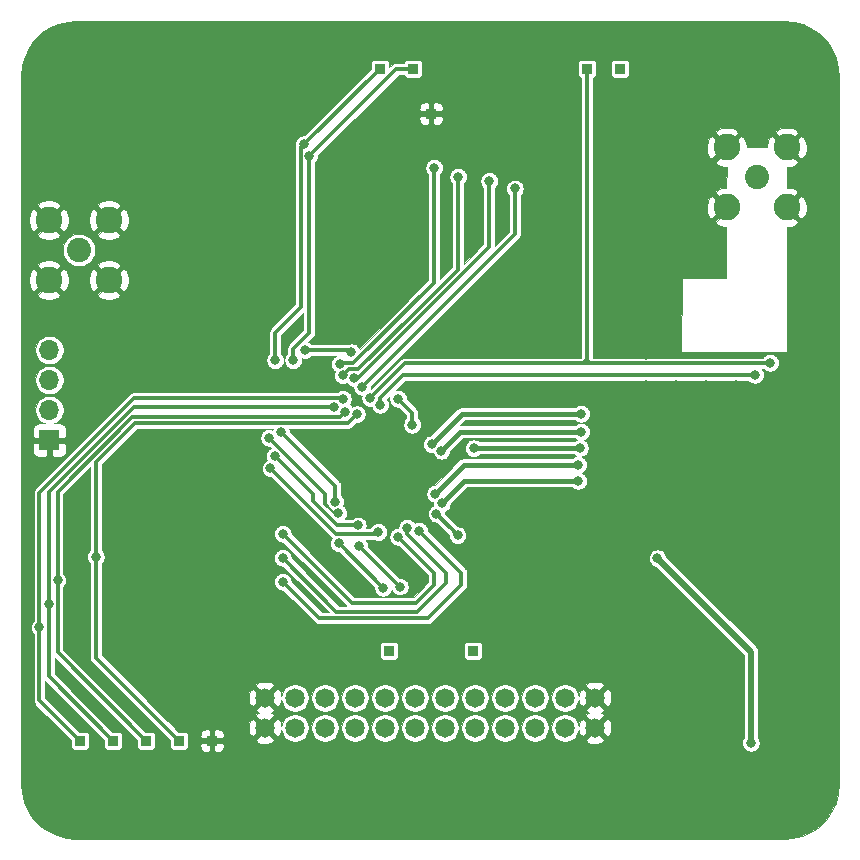
<source format=gbr>
G04 #@! TF.GenerationSoftware,KiCad,Pcbnew,(5.1.10)-1*
G04 #@! TF.CreationDate,2021-12-21T11:35:25+02:00*
G04 #@! TF.ProjectId,COM,434f4d2e-6b69-4636-9164-5f7063625858,rev?*
G04 #@! TF.SameCoordinates,Original*
G04 #@! TF.FileFunction,Copper,L2,Bot*
G04 #@! TF.FilePolarity,Positive*
%FSLAX46Y46*%
G04 Gerber Fmt 4.6, Leading zero omitted, Abs format (unit mm)*
G04 Created by KiCad (PCBNEW (5.1.10)-1) date 2021-12-21 11:35:25*
%MOMM*%
%LPD*%
G01*
G04 APERTURE LIST*
G04 #@! TA.AperFunction,ComponentPad*
%ADD10R,0.850000X0.850000*%
G04 #@! TD*
G04 #@! TA.AperFunction,ComponentPad*
%ADD11C,2.250000*%
G04 #@! TD*
G04 #@! TA.AperFunction,ComponentPad*
%ADD12C,2.050000*%
G04 #@! TD*
G04 #@! TA.AperFunction,ComponentPad*
%ADD13R,1.700000X1.700000*%
G04 #@! TD*
G04 #@! TA.AperFunction,ComponentPad*
%ADD14O,1.700000X1.700000*%
G04 #@! TD*
G04 #@! TA.AperFunction,ComponentPad*
%ADD15C,1.640000*%
G04 #@! TD*
G04 #@! TA.AperFunction,ViaPad*
%ADD16C,0.800000*%
G04 #@! TD*
G04 #@! TA.AperFunction,Conductor*
%ADD17C,0.400000*%
G04 #@! TD*
G04 #@! TA.AperFunction,Conductor*
%ADD18C,0.500000*%
G04 #@! TD*
G04 #@! TA.AperFunction,Conductor*
%ADD19C,0.300000*%
G04 #@! TD*
G04 #@! TA.AperFunction,Conductor*
%ADD20C,0.200000*%
G04 #@! TD*
G04 #@! TA.AperFunction,Conductor*
%ADD21C,0.100000*%
G04 #@! TD*
G04 APERTURE END LIST*
D10*
X152146000Y-107696000D03*
D11*
X108870480Y-125590300D03*
X103790480Y-125590300D03*
X103790480Y-120510300D03*
X108870480Y-120510300D03*
D12*
X106330480Y-123050300D03*
X163717840Y-116898240D03*
D11*
X161177840Y-119438240D03*
X166257840Y-119438240D03*
X166257840Y-114358240D03*
X161177840Y-114358240D03*
D13*
X103840000Y-139140000D03*
D14*
X103840000Y-136600000D03*
X103840000Y-134060000D03*
X103840000Y-131520000D03*
D15*
X150030000Y-163502000D03*
X150030000Y-160962000D03*
X147490000Y-163502000D03*
X147490000Y-160962000D03*
X144950000Y-163502000D03*
X144950000Y-160962000D03*
X142410000Y-163502000D03*
X142410000Y-160962000D03*
X139870000Y-163502000D03*
X139870000Y-160962000D03*
X137330000Y-163502000D03*
X137330000Y-160962000D03*
X134790000Y-163502000D03*
X134790000Y-160962000D03*
X132250000Y-163502000D03*
X132250000Y-160962000D03*
X129710000Y-163502000D03*
X129710000Y-160962000D03*
X127170000Y-163502000D03*
X127170000Y-160962000D03*
X124630000Y-163502000D03*
X124630000Y-160962000D03*
X122090000Y-163502000D03*
X122090000Y-160962000D03*
D10*
X139700000Y-156972000D03*
X132588000Y-156972000D03*
X109220000Y-164592000D03*
X112014000Y-164592000D03*
X114808000Y-164592000D03*
X134620000Y-107696000D03*
X149352000Y-107696000D03*
X131826000Y-107696000D03*
X106426000Y-164592000D03*
X136144000Y-111506000D03*
X117602000Y-164592000D03*
D16*
X126560000Y-148560000D03*
X126010000Y-147470000D03*
X125960000Y-146170000D03*
X133420000Y-143330000D03*
X130180000Y-143220000D03*
X133460000Y-140370000D03*
X130190000Y-140290000D03*
X131770000Y-141810000D03*
X130390000Y-141820000D03*
X133150000Y-141830000D03*
X131780000Y-140570000D03*
X131770000Y-143130000D03*
X134890000Y-141780000D03*
X131780000Y-139000000D03*
X128930000Y-141770000D03*
X131810000Y-144670000D03*
X124318760Y-123278900D03*
X121778760Y-123278900D03*
X119238760Y-123278900D03*
X124318760Y-120738900D03*
X121778760Y-120738900D03*
X119238760Y-120738900D03*
X124318760Y-118198900D03*
X121778760Y-118198900D03*
X119238760Y-118198900D03*
X124318760Y-115658900D03*
X121778760Y-115658900D03*
X119238760Y-115658900D03*
X124318760Y-113118900D03*
X121778760Y-113118900D03*
X119238760Y-113118900D03*
X124318760Y-110578900D03*
X121778760Y-110578900D03*
X119238760Y-110578900D03*
X109220000Y-143510000D03*
X111760000Y-143510000D03*
X114300000Y-143510000D03*
X116840000Y-143510000D03*
X119380000Y-143510000D03*
X109220000Y-146050000D03*
X111760000Y-146050000D03*
X114300000Y-146050000D03*
X116840000Y-146050000D03*
X119380000Y-146050000D03*
X119380000Y-148590000D03*
X116840000Y-148590000D03*
X114300000Y-148590000D03*
X111760000Y-148590000D03*
X109220000Y-148590000D03*
X109220000Y-151130000D03*
X111760000Y-151130000D03*
X114300000Y-151130000D03*
X116840000Y-151130000D03*
X119380000Y-151130000D03*
X109220000Y-153670000D03*
X111760000Y-153670000D03*
X114300000Y-153670000D03*
X116840000Y-153670000D03*
X119380000Y-153670000D03*
X119380000Y-156210000D03*
X116840000Y-156210000D03*
X114300000Y-156210000D03*
X111760000Y-156210000D03*
X109220000Y-156210000D03*
X164507840Y-134438240D03*
X164507840Y-139518240D03*
X164507840Y-142058240D03*
X161967840Y-134438240D03*
X161967840Y-136978240D03*
X161967840Y-139518240D03*
X161967840Y-142058240D03*
X159427840Y-142058240D03*
X159427840Y-139518240D03*
X159427840Y-136978240D03*
X159427840Y-134438240D03*
X156887840Y-134438240D03*
X156887840Y-136978240D03*
X156887840Y-139518240D03*
X156887840Y-142058240D03*
X154347840Y-134438240D03*
X154347840Y-136978240D03*
X154347840Y-139518240D03*
X154347840Y-142058240D03*
X154347840Y-131898240D03*
X154347840Y-129358240D03*
X154347840Y-126818240D03*
X164507840Y-136978240D03*
X127003493Y-139471000D03*
X139700000Y-149098000D03*
X140716000Y-148082000D03*
X141478000Y-147066000D03*
X142240000Y-146050000D03*
X143764000Y-146050000D03*
X145542000Y-146050000D03*
X137062480Y-144493345D03*
X148590000Y-142598240D03*
X136189661Y-139491661D03*
X148844000Y-136906000D03*
X137029861Y-140033942D03*
X148844000Y-138430000D03*
X148750000Y-139800000D03*
X139750000Y-139820000D03*
X136485213Y-143676787D03*
X148590000Y-141224000D03*
X163230000Y-164770000D03*
X155317840Y-149130000D03*
X130993949Y-135589299D03*
X164846000Y-132588000D03*
X131826000Y-136144000D03*
X163576000Y-133604000D03*
X122541013Y-141535265D03*
X131680000Y-146920000D03*
X129958859Y-146358859D03*
X122908975Y-140489025D03*
X125460000Y-131520000D03*
X134540000Y-137830000D03*
X133350000Y-135636000D03*
X129409976Y-131702024D03*
X123585960Y-151130000D03*
X135128000Y-146812000D03*
X128017205Y-144365336D03*
X125830000Y-115070000D03*
X123444000Y-138430000D03*
X124460000Y-132370000D03*
X125390000Y-114090000D03*
X122936000Y-132370000D03*
X122428000Y-138938000D03*
X128307824Y-145322176D03*
X102990000Y-155000000D03*
X128674566Y-135630000D03*
X129856000Y-136931487D03*
X107770000Y-149010000D03*
X128857306Y-136744612D03*
X104520000Y-151000000D03*
X127915497Y-136344602D03*
X103770000Y-153000000D03*
X123585960Y-149117966D03*
X134112000Y-146558000D03*
X123585960Y-147066000D03*
X133350000Y-147320000D03*
X130060000Y-148110000D03*
X133504187Y-151544268D03*
X128330025Y-147889975D03*
X132080000Y-151638000D03*
X130320734Y-134640033D03*
X143250000Y-117830000D03*
X128669251Y-133660421D03*
X138430000Y-116840000D03*
X128420026Y-132691974D03*
X136398000Y-116078000D03*
X129637697Y-133909646D03*
X141070000Y-117200000D03*
X136603540Y-145381815D03*
X138390000Y-147180000D03*
D17*
X138957585Y-142598240D02*
X137062480Y-144493345D01*
X148590000Y-142598240D02*
X138957585Y-142598240D01*
X138775322Y-136906000D02*
X136189661Y-139491661D01*
X148844000Y-136906000D02*
X138775322Y-136906000D01*
X138633803Y-138430000D02*
X137029861Y-140033942D01*
X148844000Y-138430000D02*
X138633803Y-138430000D01*
X148750000Y-139800000D02*
X139770000Y-139800000D01*
X139770000Y-139800000D02*
X139750000Y-139820000D01*
X138938000Y-141224000D02*
X136485213Y-143676787D01*
X148590000Y-141224000D02*
X138938000Y-141224000D01*
D18*
X163230000Y-157042160D02*
X155317840Y-149130000D01*
X163230000Y-164770000D02*
X163230000Y-157042160D01*
D19*
X133935007Y-132648241D02*
X130993949Y-135589299D01*
X164846000Y-132588000D02*
X164785759Y-132648241D01*
X164785759Y-132648241D02*
X152460241Y-132648241D01*
X149545759Y-132648241D02*
X149545759Y-132527759D01*
X149545759Y-132527759D02*
X149352000Y-132334000D01*
X149352000Y-132334000D02*
X149352000Y-132588000D01*
X149352000Y-107696000D02*
X149352000Y-132334000D01*
X152460241Y-132648241D02*
X149545759Y-132648241D01*
X149037759Y-132648241D02*
X149352000Y-132334000D01*
X149545759Y-132648241D02*
X149037759Y-132648241D01*
X149037759Y-132648241D02*
X133935007Y-132648241D01*
X131826000Y-135578315D02*
X133800315Y-133604000D01*
X131826000Y-136144000D02*
X131826000Y-135578315D01*
X141478000Y-133604000D02*
X163576000Y-133604000D01*
X133800315Y-133604000D02*
X141478000Y-133604000D01*
X128114608Y-147108860D02*
X127672874Y-146667126D01*
X131491140Y-147108860D02*
X128114608Y-147108860D01*
X131680000Y-146920000D02*
X131491140Y-147108860D01*
X127672874Y-146667126D02*
X122541013Y-141535265D01*
X127814617Y-146808869D02*
X127672874Y-146667126D01*
D20*
X128354557Y-146358859D02*
X129958859Y-146358859D01*
D19*
X122908975Y-140489025D02*
X126159950Y-143740000D01*
X129908859Y-146308859D02*
X129958859Y-146358859D01*
X128184505Y-146308859D02*
X129908859Y-146308859D01*
X126159950Y-144284304D02*
X128184505Y-146308859D01*
X126159950Y-143740000D02*
X126159950Y-144284304D01*
X129227952Y-131520000D02*
X129409976Y-131702024D01*
X125460000Y-131520000D02*
X129227952Y-131520000D01*
X134540000Y-136826000D02*
X133350000Y-135636000D01*
X134540000Y-137830000D02*
X134540000Y-136826000D01*
X135879990Y-154220010D02*
X138684000Y-151416000D01*
X126675970Y-154220010D02*
X135879990Y-154220010D01*
X123585960Y-151130000D02*
X126675970Y-154220010D01*
X138684000Y-150368000D02*
X135128000Y-146812000D01*
X138684000Y-151416000D02*
X138684000Y-150368000D01*
D20*
X125830000Y-130113998D02*
X124759999Y-131183999D01*
D19*
X125830000Y-130039998D02*
X125830000Y-127408000D01*
X124460000Y-131409998D02*
X125830000Y-130039998D01*
X124460000Y-132370000D02*
X124460000Y-131409998D01*
D20*
X125830000Y-127408000D02*
X125830000Y-130113998D01*
D19*
X128017205Y-143003205D02*
X123444000Y-138430000D01*
X128017205Y-144365336D02*
X128017205Y-143003205D01*
X125830000Y-125180000D02*
X125830000Y-115070000D01*
X125830000Y-127408000D02*
X125830000Y-125180000D01*
X133204000Y-107696000D02*
X125830000Y-115070000D01*
X134620000Y-107696000D02*
X133204000Y-107696000D01*
X122936000Y-132370000D02*
X122936000Y-130048000D01*
X125129999Y-127854001D02*
X125129999Y-127669999D01*
D20*
X125129999Y-127669999D02*
X125129999Y-114350001D01*
D19*
X122428000Y-138938000D02*
X127190000Y-143700000D01*
X127197934Y-144427934D02*
X127197934Y-144565826D01*
X127190000Y-144420000D02*
X127197934Y-144427934D01*
X127190000Y-143700000D02*
X127190000Y-144420000D01*
D20*
X127954284Y-145322176D02*
X127197934Y-144565826D01*
X128307824Y-145322176D02*
X127954284Y-145322176D01*
D19*
X127197934Y-144565826D02*
X127346054Y-144713946D01*
X125129999Y-127854001D02*
X122936000Y-130048000D01*
X125129999Y-114733999D02*
X125129999Y-127854001D01*
X125129999Y-114350001D02*
X125390000Y-114090000D01*
X125129999Y-114733999D02*
X125129999Y-114350001D01*
X131784000Y-107696000D02*
X131826000Y-107696000D01*
X125390000Y-114090000D02*
X131784000Y-107696000D01*
X128639167Y-135594601D02*
X128674566Y-135630000D01*
X111004039Y-135594601D02*
X128639167Y-135594601D01*
X102990000Y-143608640D02*
X111004039Y-135594601D01*
X102990000Y-155000000D02*
X102990000Y-143608640D01*
X102990000Y-161156000D02*
X106426000Y-164592000D01*
X102990000Y-155000000D02*
X102990000Y-161156000D01*
X107770000Y-140950000D02*
X107770000Y-149010000D01*
X111040001Y-137679999D02*
X107770000Y-140950000D01*
X129107488Y-137679999D02*
X111040001Y-137679999D01*
X129856000Y-136931487D02*
X129107488Y-137679999D01*
X107770000Y-157554000D02*
X114808000Y-164592000D01*
X107770000Y-149010000D02*
X107770000Y-157554000D01*
D20*
X128857306Y-136826694D02*
X128639398Y-137044602D01*
X128857306Y-136744612D02*
X128857306Y-136826694D01*
D19*
X104520000Y-143492880D02*
X104520000Y-151000000D01*
X110832891Y-137179989D02*
X104520000Y-143492880D01*
X128421929Y-137179989D02*
X110832891Y-137179989D01*
X128857306Y-136744612D02*
X128421929Y-137179989D01*
X104520000Y-157098000D02*
X112014000Y-164592000D01*
X104520000Y-151000000D02*
X104520000Y-157098000D01*
X103770000Y-143535760D02*
X103770000Y-153000000D01*
X110961158Y-136344602D02*
X103770000Y-143535760D01*
X127915497Y-136344602D02*
X110961158Y-136344602D01*
X103770000Y-159142000D02*
X109220000Y-164592000D01*
X103770000Y-153000000D02*
X103770000Y-159142000D01*
X137385158Y-150396843D02*
X137385158Y-151245384D01*
X134112000Y-147123685D02*
X137385158Y-150396843D01*
X134112000Y-146558000D02*
X134112000Y-147123685D01*
X137385158Y-151245384D02*
X134960542Y-153670000D01*
X128137994Y-153670000D02*
X123585960Y-149117966D01*
X128305000Y-153670000D02*
X128137994Y-153670000D01*
D20*
X128580000Y-153670000D02*
X128305000Y-153670000D01*
X128305000Y-153670000D02*
X128170000Y-153670000D01*
D19*
X128170000Y-153670000D02*
X134960542Y-153670000D01*
X136398000Y-150368000D02*
X136398000Y-150573000D01*
X133350000Y-147320000D02*
X136398000Y-150368000D01*
X136398000Y-150368000D02*
X136398000Y-151384000D01*
X129427960Y-152908000D02*
X129284980Y-152765020D01*
X134874000Y-152908000D02*
X129427960Y-152908000D01*
X136398000Y-151384000D02*
X134874000Y-152908000D01*
X129284980Y-152765020D02*
X123585960Y-147066000D01*
X133494268Y-151544268D02*
X133504187Y-151544268D01*
X130060000Y-148110000D02*
X133494268Y-151544268D01*
X128331975Y-147889975D02*
X128330025Y-147889975D01*
X132080000Y-151638000D02*
X128331975Y-147889975D01*
X143250000Y-121710767D02*
X130320734Y-134640033D01*
X143250000Y-117830000D02*
X143250000Y-121710767D01*
X129187689Y-133141983D02*
X130001662Y-133141983D01*
X128669251Y-133660421D02*
X129187689Y-133141983D01*
X130001662Y-133141983D02*
X134620000Y-128523645D01*
X138430000Y-124713645D02*
X134620000Y-128523645D01*
X138430000Y-116840000D02*
X138430000Y-124713645D01*
X128470027Y-132641973D02*
X128420026Y-132691974D01*
X129580029Y-132641973D02*
X128470027Y-132641973D01*
X136398000Y-125824002D02*
X129580029Y-132641973D01*
X136398000Y-116078000D02*
X136398000Y-125824002D01*
X129941119Y-133909646D02*
X129637697Y-133909646D01*
X141070000Y-122780765D02*
X129941119Y-133909646D01*
X141070000Y-117200000D02*
X141070000Y-122780765D01*
X136603540Y-145381815D02*
X136603540Y-145393540D01*
X138390000Y-147180000D02*
X138000000Y-146790000D01*
X138000000Y-146790000D02*
X138183053Y-146973053D01*
X136603540Y-145393540D02*
X138000000Y-146790000D01*
D21*
X166878752Y-103729562D02*
X167671628Y-103946468D01*
X168413558Y-104300351D01*
X169081098Y-104780027D01*
X169653140Y-105370329D01*
X170111613Y-106052609D01*
X170442016Y-106805289D01*
X170634603Y-107607470D01*
X170685000Y-108293751D01*
X170685001Y-168263293D01*
X170610438Y-169098752D01*
X170393533Y-169891622D01*
X170039649Y-170633558D01*
X169559973Y-171301098D01*
X168969671Y-171873140D01*
X168287391Y-172331613D01*
X167534714Y-172662015D01*
X166732530Y-172854603D01*
X166046249Y-172905000D01*
X106076696Y-172905000D01*
X105241248Y-172830438D01*
X104448378Y-172613533D01*
X103706442Y-172259649D01*
X103038902Y-171779973D01*
X102466860Y-171189671D01*
X102008387Y-170507391D01*
X101677985Y-169754714D01*
X101485397Y-168952530D01*
X101435000Y-168266249D01*
X101435000Y-154926131D01*
X102240000Y-154926131D01*
X102240000Y-155073869D01*
X102268822Y-155218767D01*
X102325359Y-155355258D01*
X102407437Y-155478097D01*
X102490000Y-155560660D01*
X102490001Y-161131430D01*
X102487581Y-161156000D01*
X102497235Y-161254017D01*
X102512178Y-161303276D01*
X102525826Y-161348267D01*
X102572255Y-161435129D01*
X102634737Y-161511264D01*
X102653819Y-161526924D01*
X105649307Y-164522414D01*
X105649307Y-165017000D01*
X105656065Y-165085612D01*
X105676078Y-165151587D01*
X105708578Y-165212390D01*
X105752315Y-165265685D01*
X105805610Y-165309422D01*
X105866413Y-165341922D01*
X105932388Y-165361935D01*
X106001000Y-165368693D01*
X106851000Y-165368693D01*
X106919612Y-165361935D01*
X106985587Y-165341922D01*
X107046390Y-165309422D01*
X107099685Y-165265685D01*
X107143422Y-165212390D01*
X107175922Y-165151587D01*
X107195935Y-165085612D01*
X107202693Y-165017000D01*
X107202693Y-164167000D01*
X107195935Y-164098388D01*
X107175922Y-164032413D01*
X107143422Y-163971610D01*
X107099685Y-163918315D01*
X107046390Y-163874578D01*
X106985587Y-163842078D01*
X106919612Y-163822065D01*
X106851000Y-163815307D01*
X106356414Y-163815307D01*
X103490000Y-160948895D01*
X103490000Y-159569105D01*
X108443307Y-164522413D01*
X108443307Y-165017000D01*
X108450065Y-165085612D01*
X108470078Y-165151587D01*
X108502578Y-165212390D01*
X108546315Y-165265685D01*
X108599610Y-165309422D01*
X108660413Y-165341922D01*
X108726388Y-165361935D01*
X108795000Y-165368693D01*
X109645000Y-165368693D01*
X109713612Y-165361935D01*
X109779587Y-165341922D01*
X109840390Y-165309422D01*
X109893685Y-165265685D01*
X109937422Y-165212390D01*
X109969922Y-165151587D01*
X109989935Y-165085612D01*
X109996693Y-165017000D01*
X109996693Y-164167000D01*
X109989935Y-164098388D01*
X109969922Y-164032413D01*
X109937422Y-163971610D01*
X109893685Y-163918315D01*
X109840390Y-163874578D01*
X109779587Y-163842078D01*
X109713612Y-163822065D01*
X109645000Y-163815307D01*
X109150413Y-163815307D01*
X104270000Y-158934895D01*
X104270000Y-157555105D01*
X111237307Y-164522414D01*
X111237307Y-165017000D01*
X111244065Y-165085612D01*
X111264078Y-165151587D01*
X111296578Y-165212390D01*
X111340315Y-165265685D01*
X111393610Y-165309422D01*
X111454413Y-165341922D01*
X111520388Y-165361935D01*
X111589000Y-165368693D01*
X112439000Y-165368693D01*
X112507612Y-165361935D01*
X112573587Y-165341922D01*
X112634390Y-165309422D01*
X112687685Y-165265685D01*
X112731422Y-165212390D01*
X112763922Y-165151587D01*
X112783935Y-165085612D01*
X112790693Y-165017000D01*
X112790693Y-164167000D01*
X112783935Y-164098388D01*
X112763922Y-164032413D01*
X112731422Y-163971610D01*
X112687685Y-163918315D01*
X112634390Y-163874578D01*
X112573587Y-163842078D01*
X112507612Y-163822065D01*
X112439000Y-163815307D01*
X111944414Y-163815307D01*
X105020000Y-156890895D01*
X105020000Y-151560660D01*
X105102563Y-151478097D01*
X105184641Y-151355258D01*
X105241178Y-151218767D01*
X105270000Y-151073869D01*
X105270000Y-150926131D01*
X105241178Y-150781233D01*
X105184641Y-150644742D01*
X105102563Y-150521903D01*
X105020000Y-150439340D01*
X105020000Y-143699985D01*
X107270000Y-141449985D01*
X107270001Y-148449339D01*
X107187437Y-148531903D01*
X107105359Y-148654742D01*
X107048822Y-148791233D01*
X107020000Y-148936131D01*
X107020000Y-149083869D01*
X107048822Y-149228767D01*
X107105359Y-149365258D01*
X107187437Y-149488097D01*
X107270000Y-149570660D01*
X107270001Y-157529430D01*
X107267581Y-157554000D01*
X107277235Y-157652017D01*
X107298441Y-157721922D01*
X107305826Y-157746267D01*
X107352255Y-157833129D01*
X107414737Y-157909264D01*
X107433820Y-157924925D01*
X114031307Y-164522413D01*
X114031307Y-165017000D01*
X114038065Y-165085612D01*
X114058078Y-165151587D01*
X114090578Y-165212390D01*
X114134315Y-165265685D01*
X114187610Y-165309422D01*
X114248413Y-165341922D01*
X114314388Y-165361935D01*
X114383000Y-165368693D01*
X115233000Y-165368693D01*
X115301612Y-165361935D01*
X115367587Y-165341922D01*
X115428390Y-165309422D01*
X115481685Y-165265685D01*
X115525422Y-165212390D01*
X115557922Y-165151587D01*
X115577935Y-165085612D01*
X115584693Y-165017000D01*
X116616300Y-165017000D01*
X116627074Y-165126387D01*
X116658981Y-165231571D01*
X116710795Y-165328508D01*
X116780525Y-165413475D01*
X116865492Y-165483205D01*
X116962429Y-165535019D01*
X117067613Y-165566926D01*
X117177000Y-165577700D01*
X117258500Y-165575000D01*
X117398000Y-165435500D01*
X117398000Y-164796000D01*
X117806000Y-164796000D01*
X117806000Y-165435500D01*
X117945500Y-165575000D01*
X118027000Y-165577700D01*
X118136387Y-165566926D01*
X118241571Y-165535019D01*
X118338508Y-165483205D01*
X118423475Y-165413475D01*
X118493205Y-165328508D01*
X118545019Y-165231571D01*
X118576926Y-165126387D01*
X118587700Y-165017000D01*
X118585000Y-164935500D01*
X118445500Y-164796000D01*
X117806000Y-164796000D01*
X117398000Y-164796000D01*
X116758500Y-164796000D01*
X116619000Y-164935500D01*
X116616300Y-165017000D01*
X115584693Y-165017000D01*
X115584693Y-164514819D01*
X121365680Y-164514819D01*
X121450033Y-164729904D01*
X121701882Y-164831161D01*
X121968646Y-164881340D01*
X122240073Y-164878511D01*
X122505733Y-164822784D01*
X122729967Y-164729904D01*
X122814320Y-164514819D01*
X122090000Y-163790500D01*
X121365680Y-164514819D01*
X115584693Y-164514819D01*
X115584693Y-164167000D01*
X116616300Y-164167000D01*
X116619000Y-164248500D01*
X116758500Y-164388000D01*
X117398000Y-164388000D01*
X117398000Y-163748500D01*
X117806000Y-163748500D01*
X117806000Y-164388000D01*
X118445500Y-164388000D01*
X118585000Y-164248500D01*
X118587700Y-164167000D01*
X118576926Y-164057613D01*
X118545019Y-163952429D01*
X118493205Y-163855492D01*
X118423475Y-163770525D01*
X118338508Y-163700795D01*
X118241571Y-163648981D01*
X118136387Y-163617074D01*
X118027000Y-163606300D01*
X117945500Y-163609000D01*
X117806000Y-163748500D01*
X117398000Y-163748500D01*
X117258500Y-163609000D01*
X117177000Y-163606300D01*
X117067613Y-163617074D01*
X116962429Y-163648981D01*
X116865492Y-163700795D01*
X116780525Y-163770525D01*
X116710795Y-163855492D01*
X116658981Y-163952429D01*
X116627074Y-164057613D01*
X116616300Y-164167000D01*
X115584693Y-164167000D01*
X115577935Y-164098388D01*
X115557922Y-164032413D01*
X115525422Y-163971610D01*
X115481685Y-163918315D01*
X115428390Y-163874578D01*
X115367587Y-163842078D01*
X115301612Y-163822065D01*
X115233000Y-163815307D01*
X114738413Y-163815307D01*
X114303752Y-163380646D01*
X120710660Y-163380646D01*
X120713489Y-163652073D01*
X120769216Y-163917733D01*
X120862096Y-164141967D01*
X121077181Y-164226320D01*
X121801500Y-163502000D01*
X122378500Y-163502000D01*
X123102819Y-164226320D01*
X123317904Y-164141967D01*
X123419161Y-163890118D01*
X123465392Y-163644342D01*
X123504963Y-163843276D01*
X123593160Y-164056203D01*
X123721202Y-164247831D01*
X123884169Y-164410798D01*
X124075797Y-164538840D01*
X124288724Y-164627037D01*
X124514765Y-164672000D01*
X124745235Y-164672000D01*
X124971276Y-164627037D01*
X125184203Y-164538840D01*
X125375831Y-164410798D01*
X125538798Y-164247831D01*
X125666840Y-164056203D01*
X125755037Y-163843276D01*
X125800000Y-163617235D01*
X125800000Y-163386765D01*
X126000000Y-163386765D01*
X126000000Y-163617235D01*
X126044963Y-163843276D01*
X126133160Y-164056203D01*
X126261202Y-164247831D01*
X126424169Y-164410798D01*
X126615797Y-164538840D01*
X126828724Y-164627037D01*
X127054765Y-164672000D01*
X127285235Y-164672000D01*
X127511276Y-164627037D01*
X127724203Y-164538840D01*
X127915831Y-164410798D01*
X128078798Y-164247831D01*
X128206840Y-164056203D01*
X128295037Y-163843276D01*
X128340000Y-163617235D01*
X128340000Y-163386765D01*
X128540000Y-163386765D01*
X128540000Y-163617235D01*
X128584963Y-163843276D01*
X128673160Y-164056203D01*
X128801202Y-164247831D01*
X128964169Y-164410798D01*
X129155797Y-164538840D01*
X129368724Y-164627037D01*
X129594765Y-164672000D01*
X129825235Y-164672000D01*
X130051276Y-164627037D01*
X130264203Y-164538840D01*
X130455831Y-164410798D01*
X130618798Y-164247831D01*
X130746840Y-164056203D01*
X130835037Y-163843276D01*
X130880000Y-163617235D01*
X130880000Y-163386765D01*
X131080000Y-163386765D01*
X131080000Y-163617235D01*
X131124963Y-163843276D01*
X131213160Y-164056203D01*
X131341202Y-164247831D01*
X131504169Y-164410798D01*
X131695797Y-164538840D01*
X131908724Y-164627037D01*
X132134765Y-164672000D01*
X132365235Y-164672000D01*
X132591276Y-164627037D01*
X132804203Y-164538840D01*
X132995831Y-164410798D01*
X133158798Y-164247831D01*
X133286840Y-164056203D01*
X133375037Y-163843276D01*
X133420000Y-163617235D01*
X133420000Y-163386765D01*
X133620000Y-163386765D01*
X133620000Y-163617235D01*
X133664963Y-163843276D01*
X133753160Y-164056203D01*
X133881202Y-164247831D01*
X134044169Y-164410798D01*
X134235797Y-164538840D01*
X134448724Y-164627037D01*
X134674765Y-164672000D01*
X134905235Y-164672000D01*
X135131276Y-164627037D01*
X135344203Y-164538840D01*
X135535831Y-164410798D01*
X135698798Y-164247831D01*
X135826840Y-164056203D01*
X135915037Y-163843276D01*
X135960000Y-163617235D01*
X135960000Y-163386765D01*
X136160000Y-163386765D01*
X136160000Y-163617235D01*
X136204963Y-163843276D01*
X136293160Y-164056203D01*
X136421202Y-164247831D01*
X136584169Y-164410798D01*
X136775797Y-164538840D01*
X136988724Y-164627037D01*
X137214765Y-164672000D01*
X137445235Y-164672000D01*
X137671276Y-164627037D01*
X137884203Y-164538840D01*
X138075831Y-164410798D01*
X138238798Y-164247831D01*
X138366840Y-164056203D01*
X138455037Y-163843276D01*
X138500000Y-163617235D01*
X138500000Y-163386765D01*
X138700000Y-163386765D01*
X138700000Y-163617235D01*
X138744963Y-163843276D01*
X138833160Y-164056203D01*
X138961202Y-164247831D01*
X139124169Y-164410798D01*
X139315797Y-164538840D01*
X139528724Y-164627037D01*
X139754765Y-164672000D01*
X139985235Y-164672000D01*
X140211276Y-164627037D01*
X140424203Y-164538840D01*
X140615831Y-164410798D01*
X140778798Y-164247831D01*
X140906840Y-164056203D01*
X140995037Y-163843276D01*
X141040000Y-163617235D01*
X141040000Y-163386765D01*
X141240000Y-163386765D01*
X141240000Y-163617235D01*
X141284963Y-163843276D01*
X141373160Y-164056203D01*
X141501202Y-164247831D01*
X141664169Y-164410798D01*
X141855797Y-164538840D01*
X142068724Y-164627037D01*
X142294765Y-164672000D01*
X142525235Y-164672000D01*
X142751276Y-164627037D01*
X142964203Y-164538840D01*
X143155831Y-164410798D01*
X143318798Y-164247831D01*
X143446840Y-164056203D01*
X143535037Y-163843276D01*
X143580000Y-163617235D01*
X143580000Y-163386765D01*
X143780000Y-163386765D01*
X143780000Y-163617235D01*
X143824963Y-163843276D01*
X143913160Y-164056203D01*
X144041202Y-164247831D01*
X144204169Y-164410798D01*
X144395797Y-164538840D01*
X144608724Y-164627037D01*
X144834765Y-164672000D01*
X145065235Y-164672000D01*
X145291276Y-164627037D01*
X145504203Y-164538840D01*
X145695831Y-164410798D01*
X145858798Y-164247831D01*
X145986840Y-164056203D01*
X146075037Y-163843276D01*
X146120000Y-163617235D01*
X146120000Y-163386765D01*
X146320000Y-163386765D01*
X146320000Y-163617235D01*
X146364963Y-163843276D01*
X146453160Y-164056203D01*
X146581202Y-164247831D01*
X146744169Y-164410798D01*
X146935797Y-164538840D01*
X147148724Y-164627037D01*
X147374765Y-164672000D01*
X147605235Y-164672000D01*
X147831276Y-164627037D01*
X148044203Y-164538840D01*
X148080152Y-164514819D01*
X149305680Y-164514819D01*
X149390033Y-164729904D01*
X149641882Y-164831161D01*
X149908646Y-164881340D01*
X150180073Y-164878511D01*
X150445733Y-164822784D01*
X150669967Y-164729904D01*
X150754320Y-164514819D01*
X150030000Y-163790500D01*
X149305680Y-164514819D01*
X148080152Y-164514819D01*
X148235831Y-164410798D01*
X148398798Y-164247831D01*
X148526840Y-164056203D01*
X148615037Y-163843276D01*
X148653468Y-163650072D01*
X148653489Y-163652073D01*
X148709216Y-163917733D01*
X148802096Y-164141967D01*
X149017181Y-164226320D01*
X149741500Y-163502000D01*
X150318500Y-163502000D01*
X151042819Y-164226320D01*
X151257904Y-164141967D01*
X151359161Y-163890118D01*
X151409340Y-163623354D01*
X151406511Y-163351927D01*
X151350784Y-163086267D01*
X151257904Y-162862033D01*
X151042819Y-162777680D01*
X150318500Y-163502000D01*
X149741500Y-163502000D01*
X149017181Y-162777680D01*
X148802096Y-162862033D01*
X148700839Y-163113882D01*
X148654608Y-163359658D01*
X148615037Y-163160724D01*
X148526840Y-162947797D01*
X148398798Y-162756169D01*
X148235831Y-162593202D01*
X148044203Y-162465160D01*
X147831276Y-162376963D01*
X147605235Y-162332000D01*
X147374765Y-162332000D01*
X147148724Y-162376963D01*
X146935797Y-162465160D01*
X146744169Y-162593202D01*
X146581202Y-162756169D01*
X146453160Y-162947797D01*
X146364963Y-163160724D01*
X146320000Y-163386765D01*
X146120000Y-163386765D01*
X146075037Y-163160724D01*
X145986840Y-162947797D01*
X145858798Y-162756169D01*
X145695831Y-162593202D01*
X145504203Y-162465160D01*
X145291276Y-162376963D01*
X145065235Y-162332000D01*
X144834765Y-162332000D01*
X144608724Y-162376963D01*
X144395797Y-162465160D01*
X144204169Y-162593202D01*
X144041202Y-162756169D01*
X143913160Y-162947797D01*
X143824963Y-163160724D01*
X143780000Y-163386765D01*
X143580000Y-163386765D01*
X143535037Y-163160724D01*
X143446840Y-162947797D01*
X143318798Y-162756169D01*
X143155831Y-162593202D01*
X142964203Y-162465160D01*
X142751276Y-162376963D01*
X142525235Y-162332000D01*
X142294765Y-162332000D01*
X142068724Y-162376963D01*
X141855797Y-162465160D01*
X141664169Y-162593202D01*
X141501202Y-162756169D01*
X141373160Y-162947797D01*
X141284963Y-163160724D01*
X141240000Y-163386765D01*
X141040000Y-163386765D01*
X140995037Y-163160724D01*
X140906840Y-162947797D01*
X140778798Y-162756169D01*
X140615831Y-162593202D01*
X140424203Y-162465160D01*
X140211276Y-162376963D01*
X139985235Y-162332000D01*
X139754765Y-162332000D01*
X139528724Y-162376963D01*
X139315797Y-162465160D01*
X139124169Y-162593202D01*
X138961202Y-162756169D01*
X138833160Y-162947797D01*
X138744963Y-163160724D01*
X138700000Y-163386765D01*
X138500000Y-163386765D01*
X138455037Y-163160724D01*
X138366840Y-162947797D01*
X138238798Y-162756169D01*
X138075831Y-162593202D01*
X137884203Y-162465160D01*
X137671276Y-162376963D01*
X137445235Y-162332000D01*
X137214765Y-162332000D01*
X136988724Y-162376963D01*
X136775797Y-162465160D01*
X136584169Y-162593202D01*
X136421202Y-162756169D01*
X136293160Y-162947797D01*
X136204963Y-163160724D01*
X136160000Y-163386765D01*
X135960000Y-163386765D01*
X135915037Y-163160724D01*
X135826840Y-162947797D01*
X135698798Y-162756169D01*
X135535831Y-162593202D01*
X135344203Y-162465160D01*
X135131276Y-162376963D01*
X134905235Y-162332000D01*
X134674765Y-162332000D01*
X134448724Y-162376963D01*
X134235797Y-162465160D01*
X134044169Y-162593202D01*
X133881202Y-162756169D01*
X133753160Y-162947797D01*
X133664963Y-163160724D01*
X133620000Y-163386765D01*
X133420000Y-163386765D01*
X133375037Y-163160724D01*
X133286840Y-162947797D01*
X133158798Y-162756169D01*
X132995831Y-162593202D01*
X132804203Y-162465160D01*
X132591276Y-162376963D01*
X132365235Y-162332000D01*
X132134765Y-162332000D01*
X131908724Y-162376963D01*
X131695797Y-162465160D01*
X131504169Y-162593202D01*
X131341202Y-162756169D01*
X131213160Y-162947797D01*
X131124963Y-163160724D01*
X131080000Y-163386765D01*
X130880000Y-163386765D01*
X130835037Y-163160724D01*
X130746840Y-162947797D01*
X130618798Y-162756169D01*
X130455831Y-162593202D01*
X130264203Y-162465160D01*
X130051276Y-162376963D01*
X129825235Y-162332000D01*
X129594765Y-162332000D01*
X129368724Y-162376963D01*
X129155797Y-162465160D01*
X128964169Y-162593202D01*
X128801202Y-162756169D01*
X128673160Y-162947797D01*
X128584963Y-163160724D01*
X128540000Y-163386765D01*
X128340000Y-163386765D01*
X128295037Y-163160724D01*
X128206840Y-162947797D01*
X128078798Y-162756169D01*
X127915831Y-162593202D01*
X127724203Y-162465160D01*
X127511276Y-162376963D01*
X127285235Y-162332000D01*
X127054765Y-162332000D01*
X126828724Y-162376963D01*
X126615797Y-162465160D01*
X126424169Y-162593202D01*
X126261202Y-162756169D01*
X126133160Y-162947797D01*
X126044963Y-163160724D01*
X126000000Y-163386765D01*
X125800000Y-163386765D01*
X125755037Y-163160724D01*
X125666840Y-162947797D01*
X125538798Y-162756169D01*
X125375831Y-162593202D01*
X125184203Y-162465160D01*
X124971276Y-162376963D01*
X124745235Y-162332000D01*
X124514765Y-162332000D01*
X124288724Y-162376963D01*
X124075797Y-162465160D01*
X123884169Y-162593202D01*
X123721202Y-162756169D01*
X123593160Y-162947797D01*
X123504963Y-163160724D01*
X123466532Y-163353928D01*
X123466511Y-163351927D01*
X123410784Y-163086267D01*
X123317904Y-162862033D01*
X123102819Y-162777680D01*
X122378500Y-163502000D01*
X121801500Y-163502000D01*
X121077181Y-162777680D01*
X120862096Y-162862033D01*
X120760839Y-163113882D01*
X120710660Y-163380646D01*
X114303752Y-163380646D01*
X112897925Y-161974819D01*
X121365680Y-161974819D01*
X121450033Y-162189904D01*
X121553176Y-162231373D01*
X121450033Y-162274096D01*
X121365680Y-162489181D01*
X122090000Y-163213500D01*
X122814320Y-162489181D01*
X122729967Y-162274096D01*
X122626824Y-162232627D01*
X122729967Y-162189904D01*
X122814320Y-161974819D01*
X122090000Y-161250500D01*
X121365680Y-161974819D01*
X112897925Y-161974819D01*
X111763752Y-160840646D01*
X120710660Y-160840646D01*
X120713489Y-161112073D01*
X120769216Y-161377733D01*
X120862096Y-161601967D01*
X121077181Y-161686320D01*
X121801500Y-160962000D01*
X122378500Y-160962000D01*
X123102819Y-161686320D01*
X123317904Y-161601967D01*
X123419161Y-161350118D01*
X123465392Y-161104342D01*
X123504963Y-161303276D01*
X123593160Y-161516203D01*
X123721202Y-161707831D01*
X123884169Y-161870798D01*
X124075797Y-161998840D01*
X124288724Y-162087037D01*
X124514765Y-162132000D01*
X124745235Y-162132000D01*
X124971276Y-162087037D01*
X125184203Y-161998840D01*
X125375831Y-161870798D01*
X125538798Y-161707831D01*
X125666840Y-161516203D01*
X125755037Y-161303276D01*
X125800000Y-161077235D01*
X125800000Y-160846765D01*
X126000000Y-160846765D01*
X126000000Y-161077235D01*
X126044963Y-161303276D01*
X126133160Y-161516203D01*
X126261202Y-161707831D01*
X126424169Y-161870798D01*
X126615797Y-161998840D01*
X126828724Y-162087037D01*
X127054765Y-162132000D01*
X127285235Y-162132000D01*
X127511276Y-162087037D01*
X127724203Y-161998840D01*
X127915831Y-161870798D01*
X128078798Y-161707831D01*
X128206840Y-161516203D01*
X128295037Y-161303276D01*
X128340000Y-161077235D01*
X128340000Y-160846765D01*
X128540000Y-160846765D01*
X128540000Y-161077235D01*
X128584963Y-161303276D01*
X128673160Y-161516203D01*
X128801202Y-161707831D01*
X128964169Y-161870798D01*
X129155797Y-161998840D01*
X129368724Y-162087037D01*
X129594765Y-162132000D01*
X129825235Y-162132000D01*
X130051276Y-162087037D01*
X130264203Y-161998840D01*
X130455831Y-161870798D01*
X130618798Y-161707831D01*
X130746840Y-161516203D01*
X130835037Y-161303276D01*
X130880000Y-161077235D01*
X130880000Y-160846765D01*
X131080000Y-160846765D01*
X131080000Y-161077235D01*
X131124963Y-161303276D01*
X131213160Y-161516203D01*
X131341202Y-161707831D01*
X131504169Y-161870798D01*
X131695797Y-161998840D01*
X131908724Y-162087037D01*
X132134765Y-162132000D01*
X132365235Y-162132000D01*
X132591276Y-162087037D01*
X132804203Y-161998840D01*
X132995831Y-161870798D01*
X133158798Y-161707831D01*
X133286840Y-161516203D01*
X133375037Y-161303276D01*
X133420000Y-161077235D01*
X133420000Y-160846765D01*
X133620000Y-160846765D01*
X133620000Y-161077235D01*
X133664963Y-161303276D01*
X133753160Y-161516203D01*
X133881202Y-161707831D01*
X134044169Y-161870798D01*
X134235797Y-161998840D01*
X134448724Y-162087037D01*
X134674765Y-162132000D01*
X134905235Y-162132000D01*
X135131276Y-162087037D01*
X135344203Y-161998840D01*
X135535831Y-161870798D01*
X135698798Y-161707831D01*
X135826840Y-161516203D01*
X135915037Y-161303276D01*
X135960000Y-161077235D01*
X135960000Y-160846765D01*
X136160000Y-160846765D01*
X136160000Y-161077235D01*
X136204963Y-161303276D01*
X136293160Y-161516203D01*
X136421202Y-161707831D01*
X136584169Y-161870798D01*
X136775797Y-161998840D01*
X136988724Y-162087037D01*
X137214765Y-162132000D01*
X137445235Y-162132000D01*
X137671276Y-162087037D01*
X137884203Y-161998840D01*
X138075831Y-161870798D01*
X138238798Y-161707831D01*
X138366840Y-161516203D01*
X138455037Y-161303276D01*
X138500000Y-161077235D01*
X138500000Y-160846765D01*
X138700000Y-160846765D01*
X138700000Y-161077235D01*
X138744963Y-161303276D01*
X138833160Y-161516203D01*
X138961202Y-161707831D01*
X139124169Y-161870798D01*
X139315797Y-161998840D01*
X139528724Y-162087037D01*
X139754765Y-162132000D01*
X139985235Y-162132000D01*
X140211276Y-162087037D01*
X140424203Y-161998840D01*
X140615831Y-161870798D01*
X140778798Y-161707831D01*
X140906840Y-161516203D01*
X140995037Y-161303276D01*
X141040000Y-161077235D01*
X141040000Y-160846765D01*
X141240000Y-160846765D01*
X141240000Y-161077235D01*
X141284963Y-161303276D01*
X141373160Y-161516203D01*
X141501202Y-161707831D01*
X141664169Y-161870798D01*
X141855797Y-161998840D01*
X142068724Y-162087037D01*
X142294765Y-162132000D01*
X142525235Y-162132000D01*
X142751276Y-162087037D01*
X142964203Y-161998840D01*
X143155831Y-161870798D01*
X143318798Y-161707831D01*
X143446840Y-161516203D01*
X143535037Y-161303276D01*
X143580000Y-161077235D01*
X143580000Y-160846765D01*
X143780000Y-160846765D01*
X143780000Y-161077235D01*
X143824963Y-161303276D01*
X143913160Y-161516203D01*
X144041202Y-161707831D01*
X144204169Y-161870798D01*
X144395797Y-161998840D01*
X144608724Y-162087037D01*
X144834765Y-162132000D01*
X145065235Y-162132000D01*
X145291276Y-162087037D01*
X145504203Y-161998840D01*
X145695831Y-161870798D01*
X145858798Y-161707831D01*
X145986840Y-161516203D01*
X146075037Y-161303276D01*
X146120000Y-161077235D01*
X146120000Y-160846765D01*
X146320000Y-160846765D01*
X146320000Y-161077235D01*
X146364963Y-161303276D01*
X146453160Y-161516203D01*
X146581202Y-161707831D01*
X146744169Y-161870798D01*
X146935797Y-161998840D01*
X147148724Y-162087037D01*
X147374765Y-162132000D01*
X147605235Y-162132000D01*
X147831276Y-162087037D01*
X148044203Y-161998840D01*
X148080152Y-161974819D01*
X149305680Y-161974819D01*
X149390033Y-162189904D01*
X149493176Y-162231373D01*
X149390033Y-162274096D01*
X149305680Y-162489181D01*
X150030000Y-163213500D01*
X150754320Y-162489181D01*
X150669967Y-162274096D01*
X150566824Y-162232627D01*
X150669967Y-162189904D01*
X150754320Y-161974819D01*
X150030000Y-161250500D01*
X149305680Y-161974819D01*
X148080152Y-161974819D01*
X148235831Y-161870798D01*
X148398798Y-161707831D01*
X148526840Y-161516203D01*
X148615037Y-161303276D01*
X148653468Y-161110072D01*
X148653489Y-161112073D01*
X148709216Y-161377733D01*
X148802096Y-161601967D01*
X149017181Y-161686320D01*
X149741500Y-160962000D01*
X150318500Y-160962000D01*
X151042819Y-161686320D01*
X151257904Y-161601967D01*
X151359161Y-161350118D01*
X151409340Y-161083354D01*
X151406511Y-160811927D01*
X151350784Y-160546267D01*
X151257904Y-160322033D01*
X151042819Y-160237680D01*
X150318500Y-160962000D01*
X149741500Y-160962000D01*
X149017181Y-160237680D01*
X148802096Y-160322033D01*
X148700839Y-160573882D01*
X148654608Y-160819658D01*
X148615037Y-160620724D01*
X148526840Y-160407797D01*
X148398798Y-160216169D01*
X148235831Y-160053202D01*
X148080153Y-159949181D01*
X149305680Y-159949181D01*
X150030000Y-160673500D01*
X150754320Y-159949181D01*
X150669967Y-159734096D01*
X150418118Y-159632839D01*
X150151354Y-159582660D01*
X149879927Y-159585489D01*
X149614267Y-159641216D01*
X149390033Y-159734096D01*
X149305680Y-159949181D01*
X148080153Y-159949181D01*
X148044203Y-159925160D01*
X147831276Y-159836963D01*
X147605235Y-159792000D01*
X147374765Y-159792000D01*
X147148724Y-159836963D01*
X146935797Y-159925160D01*
X146744169Y-160053202D01*
X146581202Y-160216169D01*
X146453160Y-160407797D01*
X146364963Y-160620724D01*
X146320000Y-160846765D01*
X146120000Y-160846765D01*
X146075037Y-160620724D01*
X145986840Y-160407797D01*
X145858798Y-160216169D01*
X145695831Y-160053202D01*
X145504203Y-159925160D01*
X145291276Y-159836963D01*
X145065235Y-159792000D01*
X144834765Y-159792000D01*
X144608724Y-159836963D01*
X144395797Y-159925160D01*
X144204169Y-160053202D01*
X144041202Y-160216169D01*
X143913160Y-160407797D01*
X143824963Y-160620724D01*
X143780000Y-160846765D01*
X143580000Y-160846765D01*
X143535037Y-160620724D01*
X143446840Y-160407797D01*
X143318798Y-160216169D01*
X143155831Y-160053202D01*
X142964203Y-159925160D01*
X142751276Y-159836963D01*
X142525235Y-159792000D01*
X142294765Y-159792000D01*
X142068724Y-159836963D01*
X141855797Y-159925160D01*
X141664169Y-160053202D01*
X141501202Y-160216169D01*
X141373160Y-160407797D01*
X141284963Y-160620724D01*
X141240000Y-160846765D01*
X141040000Y-160846765D01*
X140995037Y-160620724D01*
X140906840Y-160407797D01*
X140778798Y-160216169D01*
X140615831Y-160053202D01*
X140424203Y-159925160D01*
X140211276Y-159836963D01*
X139985235Y-159792000D01*
X139754765Y-159792000D01*
X139528724Y-159836963D01*
X139315797Y-159925160D01*
X139124169Y-160053202D01*
X138961202Y-160216169D01*
X138833160Y-160407797D01*
X138744963Y-160620724D01*
X138700000Y-160846765D01*
X138500000Y-160846765D01*
X138455037Y-160620724D01*
X138366840Y-160407797D01*
X138238798Y-160216169D01*
X138075831Y-160053202D01*
X137884203Y-159925160D01*
X137671276Y-159836963D01*
X137445235Y-159792000D01*
X137214765Y-159792000D01*
X136988724Y-159836963D01*
X136775797Y-159925160D01*
X136584169Y-160053202D01*
X136421202Y-160216169D01*
X136293160Y-160407797D01*
X136204963Y-160620724D01*
X136160000Y-160846765D01*
X135960000Y-160846765D01*
X135915037Y-160620724D01*
X135826840Y-160407797D01*
X135698798Y-160216169D01*
X135535831Y-160053202D01*
X135344203Y-159925160D01*
X135131276Y-159836963D01*
X134905235Y-159792000D01*
X134674765Y-159792000D01*
X134448724Y-159836963D01*
X134235797Y-159925160D01*
X134044169Y-160053202D01*
X133881202Y-160216169D01*
X133753160Y-160407797D01*
X133664963Y-160620724D01*
X133620000Y-160846765D01*
X133420000Y-160846765D01*
X133375037Y-160620724D01*
X133286840Y-160407797D01*
X133158798Y-160216169D01*
X132995831Y-160053202D01*
X132804203Y-159925160D01*
X132591276Y-159836963D01*
X132365235Y-159792000D01*
X132134765Y-159792000D01*
X131908724Y-159836963D01*
X131695797Y-159925160D01*
X131504169Y-160053202D01*
X131341202Y-160216169D01*
X131213160Y-160407797D01*
X131124963Y-160620724D01*
X131080000Y-160846765D01*
X130880000Y-160846765D01*
X130835037Y-160620724D01*
X130746840Y-160407797D01*
X130618798Y-160216169D01*
X130455831Y-160053202D01*
X130264203Y-159925160D01*
X130051276Y-159836963D01*
X129825235Y-159792000D01*
X129594765Y-159792000D01*
X129368724Y-159836963D01*
X129155797Y-159925160D01*
X128964169Y-160053202D01*
X128801202Y-160216169D01*
X128673160Y-160407797D01*
X128584963Y-160620724D01*
X128540000Y-160846765D01*
X128340000Y-160846765D01*
X128295037Y-160620724D01*
X128206840Y-160407797D01*
X128078798Y-160216169D01*
X127915831Y-160053202D01*
X127724203Y-159925160D01*
X127511276Y-159836963D01*
X127285235Y-159792000D01*
X127054765Y-159792000D01*
X126828724Y-159836963D01*
X126615797Y-159925160D01*
X126424169Y-160053202D01*
X126261202Y-160216169D01*
X126133160Y-160407797D01*
X126044963Y-160620724D01*
X126000000Y-160846765D01*
X125800000Y-160846765D01*
X125755037Y-160620724D01*
X125666840Y-160407797D01*
X125538798Y-160216169D01*
X125375831Y-160053202D01*
X125184203Y-159925160D01*
X124971276Y-159836963D01*
X124745235Y-159792000D01*
X124514765Y-159792000D01*
X124288724Y-159836963D01*
X124075797Y-159925160D01*
X123884169Y-160053202D01*
X123721202Y-160216169D01*
X123593160Y-160407797D01*
X123504963Y-160620724D01*
X123466532Y-160813928D01*
X123466511Y-160811927D01*
X123410784Y-160546267D01*
X123317904Y-160322033D01*
X123102819Y-160237680D01*
X122378500Y-160962000D01*
X121801500Y-160962000D01*
X121077181Y-160237680D01*
X120862096Y-160322033D01*
X120760839Y-160573882D01*
X120710660Y-160840646D01*
X111763752Y-160840646D01*
X110872287Y-159949181D01*
X121365680Y-159949181D01*
X122090000Y-160673500D01*
X122814320Y-159949181D01*
X122729967Y-159734096D01*
X122478118Y-159632839D01*
X122211354Y-159582660D01*
X121939927Y-159585489D01*
X121674267Y-159641216D01*
X121450033Y-159734096D01*
X121365680Y-159949181D01*
X110872287Y-159949181D01*
X108270000Y-157346895D01*
X108270000Y-156547000D01*
X131811307Y-156547000D01*
X131811307Y-157397000D01*
X131818065Y-157465612D01*
X131838078Y-157531587D01*
X131870578Y-157592390D01*
X131914315Y-157645685D01*
X131967610Y-157689422D01*
X132028413Y-157721922D01*
X132094388Y-157741935D01*
X132163000Y-157748693D01*
X133013000Y-157748693D01*
X133081612Y-157741935D01*
X133147587Y-157721922D01*
X133208390Y-157689422D01*
X133261685Y-157645685D01*
X133305422Y-157592390D01*
X133337922Y-157531587D01*
X133357935Y-157465612D01*
X133364693Y-157397000D01*
X133364693Y-156547000D01*
X138923307Y-156547000D01*
X138923307Y-157397000D01*
X138930065Y-157465612D01*
X138950078Y-157531587D01*
X138982578Y-157592390D01*
X139026315Y-157645685D01*
X139079610Y-157689422D01*
X139140413Y-157721922D01*
X139206388Y-157741935D01*
X139275000Y-157748693D01*
X140125000Y-157748693D01*
X140193612Y-157741935D01*
X140259587Y-157721922D01*
X140320390Y-157689422D01*
X140373685Y-157645685D01*
X140417422Y-157592390D01*
X140449922Y-157531587D01*
X140469935Y-157465612D01*
X140476693Y-157397000D01*
X140476693Y-156547000D01*
X140469935Y-156478388D01*
X140449922Y-156412413D01*
X140417422Y-156351610D01*
X140373685Y-156298315D01*
X140320390Y-156254578D01*
X140259587Y-156222078D01*
X140193612Y-156202065D01*
X140125000Y-156195307D01*
X139275000Y-156195307D01*
X139206388Y-156202065D01*
X139140413Y-156222078D01*
X139079610Y-156254578D01*
X139026315Y-156298315D01*
X138982578Y-156351610D01*
X138950078Y-156412413D01*
X138930065Y-156478388D01*
X138923307Y-156547000D01*
X133364693Y-156547000D01*
X133357935Y-156478388D01*
X133337922Y-156412413D01*
X133305422Y-156351610D01*
X133261685Y-156298315D01*
X133208390Y-156254578D01*
X133147587Y-156222078D01*
X133081612Y-156202065D01*
X133013000Y-156195307D01*
X132163000Y-156195307D01*
X132094388Y-156202065D01*
X132028413Y-156222078D01*
X131967610Y-156254578D01*
X131914315Y-156298315D01*
X131870578Y-156351610D01*
X131838078Y-156412413D01*
X131818065Y-156478388D01*
X131811307Y-156547000D01*
X108270000Y-156547000D01*
X108270000Y-149570660D01*
X108352563Y-149488097D01*
X108434641Y-149365258D01*
X108491178Y-149228767D01*
X108520000Y-149083869D01*
X108520000Y-148936131D01*
X108491178Y-148791233D01*
X108434641Y-148654742D01*
X108352563Y-148531903D01*
X108270000Y-148449340D01*
X108270000Y-146992131D01*
X122835960Y-146992131D01*
X122835960Y-147139869D01*
X122864782Y-147284767D01*
X122921319Y-147421258D01*
X123003397Y-147544097D01*
X123107863Y-147648563D01*
X123230702Y-147730641D01*
X123367193Y-147787178D01*
X123512091Y-147816000D01*
X123628855Y-147816000D01*
X128948792Y-153135939D01*
X128948802Y-153135947D01*
X128982855Y-153170000D01*
X128345101Y-153170000D01*
X124335960Y-149160861D01*
X124335960Y-149044097D01*
X124307138Y-148899199D01*
X124250601Y-148762708D01*
X124168523Y-148639869D01*
X124064057Y-148535403D01*
X123941218Y-148453325D01*
X123804727Y-148396788D01*
X123659829Y-148367966D01*
X123512091Y-148367966D01*
X123367193Y-148396788D01*
X123230702Y-148453325D01*
X123107863Y-148535403D01*
X123003397Y-148639869D01*
X122921319Y-148762708D01*
X122864782Y-148899199D01*
X122835960Y-149044097D01*
X122835960Y-149191835D01*
X122864782Y-149336733D01*
X122921319Y-149473224D01*
X123003397Y-149596063D01*
X123107863Y-149700529D01*
X123230702Y-149782607D01*
X123367193Y-149839144D01*
X123512091Y-149867966D01*
X123628855Y-149867966D01*
X127480897Y-153720010D01*
X126883076Y-153720010D01*
X124335960Y-151172895D01*
X124335960Y-151056131D01*
X124307138Y-150911233D01*
X124250601Y-150774742D01*
X124168523Y-150651903D01*
X124064057Y-150547437D01*
X123941218Y-150465359D01*
X123804727Y-150408822D01*
X123659829Y-150380000D01*
X123512091Y-150380000D01*
X123367193Y-150408822D01*
X123230702Y-150465359D01*
X123107863Y-150547437D01*
X123003397Y-150651903D01*
X122921319Y-150774742D01*
X122864782Y-150911233D01*
X122835960Y-151056131D01*
X122835960Y-151203869D01*
X122864782Y-151348767D01*
X122921319Y-151485258D01*
X123003397Y-151608097D01*
X123107863Y-151712563D01*
X123230702Y-151794641D01*
X123367193Y-151851178D01*
X123512091Y-151880000D01*
X123628855Y-151880000D01*
X126305045Y-154556191D01*
X126320706Y-154575274D01*
X126396841Y-154637756D01*
X126483703Y-154684185D01*
X126536913Y-154700326D01*
X126577952Y-154712775D01*
X126675969Y-154722429D01*
X126700529Y-154720010D01*
X135855430Y-154720010D01*
X135879990Y-154722429D01*
X135904550Y-154720010D01*
X135978007Y-154712775D01*
X136072257Y-154684185D01*
X136159119Y-154637756D01*
X136235254Y-154575274D01*
X136250919Y-154556186D01*
X139020181Y-151786925D01*
X139039264Y-151771264D01*
X139101746Y-151695129D01*
X139148175Y-151608267D01*
X139176765Y-151514017D01*
X139183440Y-151446251D01*
X139186419Y-151416000D01*
X139184000Y-151391440D01*
X139184000Y-150392549D01*
X139186418Y-150367999D01*
X139184000Y-150343449D01*
X139184000Y-150343440D01*
X139176765Y-150269983D01*
X139148175Y-150175733D01*
X139101746Y-150088871D01*
X139039264Y-150012736D01*
X139020187Y-149997080D01*
X138079238Y-149056131D01*
X154567840Y-149056131D01*
X154567840Y-149203869D01*
X154596662Y-149348767D01*
X154653199Y-149485258D01*
X154735277Y-149608097D01*
X154839743Y-149712563D01*
X154962582Y-149794641D01*
X155099073Y-149851178D01*
X155213190Y-149873877D01*
X162630001Y-157290689D01*
X162630000Y-164317999D01*
X162565359Y-164414742D01*
X162508822Y-164551233D01*
X162480000Y-164696131D01*
X162480000Y-164843869D01*
X162508822Y-164988767D01*
X162565359Y-165125258D01*
X162647437Y-165248097D01*
X162751903Y-165352563D01*
X162874742Y-165434641D01*
X163011233Y-165491178D01*
X163156131Y-165520000D01*
X163303869Y-165520000D01*
X163448767Y-165491178D01*
X163585258Y-165434641D01*
X163708097Y-165352563D01*
X163812563Y-165248097D01*
X163894641Y-165125258D01*
X163951178Y-164988767D01*
X163980000Y-164843869D01*
X163980000Y-164696131D01*
X163951178Y-164551233D01*
X163894641Y-164414742D01*
X163830000Y-164317999D01*
X163830000Y-157071634D01*
X163832903Y-157042160D01*
X163821318Y-156924539D01*
X163815613Y-156905733D01*
X163787010Y-156811439D01*
X163731296Y-156707205D01*
X163656317Y-156615843D01*
X163633419Y-156597051D01*
X156061717Y-149025350D01*
X156039018Y-148911233D01*
X155982481Y-148774742D01*
X155900403Y-148651903D01*
X155795937Y-148547437D01*
X155673098Y-148465359D01*
X155536607Y-148408822D01*
X155391709Y-148380000D01*
X155243971Y-148380000D01*
X155099073Y-148408822D01*
X154962582Y-148465359D01*
X154839743Y-148547437D01*
X154735277Y-148651903D01*
X154653199Y-148774742D01*
X154596662Y-148911233D01*
X154567840Y-149056131D01*
X138079238Y-149056131D01*
X135878000Y-146854895D01*
X135878000Y-146738131D01*
X135849178Y-146593233D01*
X135792641Y-146456742D01*
X135710563Y-146333903D01*
X135606097Y-146229437D01*
X135483258Y-146147359D01*
X135346767Y-146090822D01*
X135201869Y-146062000D01*
X135054131Y-146062000D01*
X134909233Y-146090822D01*
X134772742Y-146147359D01*
X134749854Y-146162652D01*
X134694563Y-146079903D01*
X134590097Y-145975437D01*
X134467258Y-145893359D01*
X134330767Y-145836822D01*
X134185869Y-145808000D01*
X134038131Y-145808000D01*
X133893233Y-145836822D01*
X133756742Y-145893359D01*
X133633903Y-145975437D01*
X133529437Y-146079903D01*
X133447359Y-146202742D01*
X133390822Y-146339233D01*
X133362000Y-146484131D01*
X133362000Y-146570000D01*
X133276131Y-146570000D01*
X133131233Y-146598822D01*
X132994742Y-146655359D01*
X132871903Y-146737437D01*
X132767437Y-146841903D01*
X132685359Y-146964742D01*
X132628822Y-147101233D01*
X132600000Y-147246131D01*
X132600000Y-147393869D01*
X132628822Y-147538767D01*
X132685359Y-147675258D01*
X132767437Y-147798097D01*
X132871903Y-147902563D01*
X132994742Y-147984641D01*
X133131233Y-148041178D01*
X133276131Y-148070000D01*
X133392895Y-148070000D01*
X135898000Y-150575106D01*
X135898001Y-151176892D01*
X134666895Y-152408000D01*
X129635067Y-152408000D01*
X124335960Y-147108895D01*
X124335960Y-146992131D01*
X124307138Y-146847233D01*
X124250601Y-146710742D01*
X124168523Y-146587903D01*
X124064057Y-146483437D01*
X123941218Y-146401359D01*
X123804727Y-146344822D01*
X123659829Y-146316000D01*
X123512091Y-146316000D01*
X123367193Y-146344822D01*
X123230702Y-146401359D01*
X123107863Y-146483437D01*
X123003397Y-146587903D01*
X122921319Y-146710742D01*
X122864782Y-146847233D01*
X122835960Y-146992131D01*
X108270000Y-146992131D01*
X108270000Y-141157105D01*
X111247108Y-138179999D01*
X122735760Y-138179999D01*
X122722822Y-138211233D01*
X122716006Y-138245502D01*
X122646767Y-138216822D01*
X122501869Y-138188000D01*
X122354131Y-138188000D01*
X122209233Y-138216822D01*
X122072742Y-138273359D01*
X121949903Y-138355437D01*
X121845437Y-138459903D01*
X121763359Y-138582742D01*
X121706822Y-138719233D01*
X121678000Y-138864131D01*
X121678000Y-139011869D01*
X121706822Y-139156767D01*
X121763359Y-139293258D01*
X121845437Y-139416097D01*
X121949903Y-139520563D01*
X122072742Y-139602641D01*
X122209233Y-139659178D01*
X122354131Y-139688000D01*
X122470895Y-139688000D01*
X122591591Y-139808696D01*
X122553717Y-139824384D01*
X122430878Y-139906462D01*
X122326412Y-140010928D01*
X122244334Y-140133767D01*
X122187797Y-140270258D01*
X122158975Y-140415156D01*
X122158975Y-140562894D01*
X122187797Y-140707792D01*
X122244334Y-140844283D01*
X122245421Y-140845909D01*
X122185755Y-140870624D01*
X122062916Y-140952702D01*
X121958450Y-141057168D01*
X121876372Y-141180007D01*
X121819835Y-141316498D01*
X121791013Y-141461396D01*
X121791013Y-141609134D01*
X121819835Y-141754032D01*
X121876372Y-141890523D01*
X121958450Y-142013362D01*
X122062916Y-142117828D01*
X122185755Y-142199906D01*
X122322246Y-142256443D01*
X122467144Y-142285265D01*
X122583908Y-142285265D01*
X127336686Y-147038045D01*
X127336696Y-147038053D01*
X127478431Y-147179789D01*
X127478435Y-147179792D01*
X127732665Y-147434023D01*
X127665384Y-147534717D01*
X127608847Y-147671208D01*
X127580025Y-147816106D01*
X127580025Y-147963844D01*
X127608847Y-148108742D01*
X127665384Y-148245233D01*
X127747462Y-148368072D01*
X127851928Y-148472538D01*
X127974767Y-148554616D01*
X128111258Y-148611153D01*
X128256156Y-148639975D01*
X128374870Y-148639975D01*
X131330000Y-151595107D01*
X131330000Y-151711869D01*
X131358822Y-151856767D01*
X131415359Y-151993258D01*
X131497437Y-152116097D01*
X131601903Y-152220563D01*
X131724742Y-152302641D01*
X131861233Y-152359178D01*
X132006131Y-152388000D01*
X132153869Y-152388000D01*
X132298767Y-152359178D01*
X132435258Y-152302641D01*
X132558097Y-152220563D01*
X132662563Y-152116097D01*
X132744641Y-151993258D01*
X132801178Y-151856767D01*
X132807879Y-151823077D01*
X132839546Y-151899526D01*
X132921624Y-152022365D01*
X133026090Y-152126831D01*
X133148929Y-152208909D01*
X133285420Y-152265446D01*
X133430318Y-152294268D01*
X133578056Y-152294268D01*
X133722954Y-152265446D01*
X133859445Y-152208909D01*
X133982284Y-152126831D01*
X134086750Y-152022365D01*
X134168828Y-151899526D01*
X134225365Y-151763035D01*
X134254187Y-151618137D01*
X134254187Y-151470399D01*
X134225365Y-151325501D01*
X134168828Y-151189010D01*
X134086750Y-151066171D01*
X133982284Y-150961705D01*
X133859445Y-150879627D01*
X133722954Y-150823090D01*
X133578056Y-150794268D01*
X133451375Y-150794268D01*
X130810000Y-148152895D01*
X130810000Y-148036131D01*
X130781178Y-147891233D01*
X130724641Y-147754742D01*
X130642563Y-147631903D01*
X130619520Y-147608860D01*
X131383211Y-147608860D01*
X131461233Y-147641178D01*
X131606131Y-147670000D01*
X131753869Y-147670000D01*
X131898767Y-147641178D01*
X132035258Y-147584641D01*
X132158097Y-147502563D01*
X132262563Y-147398097D01*
X132344641Y-147275258D01*
X132401178Y-147138767D01*
X132430000Y-146993869D01*
X132430000Y-146846131D01*
X132401178Y-146701233D01*
X132344641Y-146564742D01*
X132262563Y-146441903D01*
X132158097Y-146337437D01*
X132035258Y-146255359D01*
X131898767Y-146198822D01*
X131753869Y-146170000D01*
X131606131Y-146170000D01*
X131461233Y-146198822D01*
X131324742Y-146255359D01*
X131201903Y-146337437D01*
X131097437Y-146441903D01*
X131015359Y-146564742D01*
X130997085Y-146608860D01*
X130667099Y-146608860D01*
X130680037Y-146577626D01*
X130708859Y-146432728D01*
X130708859Y-146284990D01*
X130680037Y-146140092D01*
X130623500Y-146003601D01*
X130541422Y-145880762D01*
X130436956Y-145776296D01*
X130314117Y-145694218D01*
X130177626Y-145637681D01*
X130032728Y-145608859D01*
X129884990Y-145608859D01*
X129740092Y-145637681D01*
X129603601Y-145694218D01*
X129480762Y-145776296D01*
X129448199Y-145808859D01*
X128881801Y-145808859D01*
X128890387Y-145800273D01*
X128972465Y-145677434D01*
X129029002Y-145540943D01*
X129057824Y-145396045D01*
X129057824Y-145248307D01*
X129029002Y-145103409D01*
X128972465Y-144966918D01*
X128890387Y-144844079D01*
X128785921Y-144739613D01*
X128698236Y-144681024D01*
X128738383Y-144584103D01*
X128767205Y-144439205D01*
X128767205Y-144291467D01*
X128738383Y-144146569D01*
X128681846Y-144010078D01*
X128599768Y-143887239D01*
X128517205Y-143804676D01*
X128517205Y-143027765D01*
X128519624Y-143003205D01*
X128509970Y-142905188D01*
X128481380Y-142810938D01*
X128434951Y-142724076D01*
X128372469Y-142647941D01*
X128353392Y-142632285D01*
X125138898Y-139417792D01*
X135439661Y-139417792D01*
X135439661Y-139565530D01*
X135468483Y-139710428D01*
X135525020Y-139846919D01*
X135607098Y-139969758D01*
X135711564Y-140074224D01*
X135834403Y-140156302D01*
X135970894Y-140212839D01*
X136115792Y-140241661D01*
X136263530Y-140241661D01*
X136304851Y-140233442D01*
X136308683Y-140252709D01*
X136365220Y-140389200D01*
X136447298Y-140512039D01*
X136551764Y-140616505D01*
X136674603Y-140698583D01*
X136811094Y-140755120D01*
X136955992Y-140783942D01*
X137103730Y-140783942D01*
X137248628Y-140755120D01*
X137385119Y-140698583D01*
X137507958Y-140616505D01*
X137612424Y-140512039D01*
X137694502Y-140389200D01*
X137751039Y-140252709D01*
X137779861Y-140107811D01*
X137779861Y-140061759D01*
X138861620Y-138980000D01*
X148333340Y-138980000D01*
X148365903Y-139012563D01*
X148488742Y-139094641D01*
X148490892Y-139095532D01*
X148394742Y-139135359D01*
X148271903Y-139217437D01*
X148239340Y-139250000D01*
X140240660Y-139250000D01*
X140228097Y-139237437D01*
X140105258Y-139155359D01*
X139968767Y-139098822D01*
X139823869Y-139070000D01*
X139676131Y-139070000D01*
X139531233Y-139098822D01*
X139394742Y-139155359D01*
X139271903Y-139237437D01*
X139167437Y-139341903D01*
X139085359Y-139464742D01*
X139028822Y-139601233D01*
X139000000Y-139746131D01*
X139000000Y-139893869D01*
X139028822Y-140038767D01*
X139085359Y-140175258D01*
X139167437Y-140298097D01*
X139271903Y-140402563D01*
X139394742Y-140484641D01*
X139531233Y-140541178D01*
X139676131Y-140570000D01*
X139823869Y-140570000D01*
X139968767Y-140541178D01*
X140105258Y-140484641D01*
X140228097Y-140402563D01*
X140280660Y-140350000D01*
X148239340Y-140350000D01*
X148271903Y-140382563D01*
X148394742Y-140464641D01*
X148449387Y-140487276D01*
X148371233Y-140502822D01*
X148234742Y-140559359D01*
X148111903Y-140641437D01*
X148079340Y-140674000D01*
X138965011Y-140674000D01*
X138938000Y-140671340D01*
X138910989Y-140674000D01*
X138910982Y-140674000D01*
X138830181Y-140681958D01*
X138726506Y-140713408D01*
X138630958Y-140764479D01*
X138547210Y-140833210D01*
X138529987Y-140854196D01*
X136457396Y-142926787D01*
X136411344Y-142926787D01*
X136266446Y-142955609D01*
X136129955Y-143012146D01*
X136007116Y-143094224D01*
X135902650Y-143198690D01*
X135820572Y-143321529D01*
X135764035Y-143458020D01*
X135735213Y-143602918D01*
X135735213Y-143750656D01*
X135764035Y-143895554D01*
X135820572Y-144032045D01*
X135902650Y-144154884D01*
X136007116Y-144259350D01*
X136129955Y-144341428D01*
X136266446Y-144397965D01*
X136314844Y-144407592D01*
X136312480Y-144419476D01*
X136312480Y-144567214D01*
X136335151Y-144681191D01*
X136248282Y-144717174D01*
X136125443Y-144799252D01*
X136020977Y-144903718D01*
X135938899Y-145026557D01*
X135882362Y-145163048D01*
X135853540Y-145307946D01*
X135853540Y-145455684D01*
X135882362Y-145600582D01*
X135938899Y-145737073D01*
X136020977Y-145859912D01*
X136125443Y-145964378D01*
X136248282Y-146046456D01*
X136384773Y-146102993D01*
X136529671Y-146131815D01*
X136634709Y-146131815D01*
X137640000Y-147137107D01*
X137640000Y-147253869D01*
X137668822Y-147398767D01*
X137725359Y-147535258D01*
X137807437Y-147658097D01*
X137911903Y-147762563D01*
X138034742Y-147844641D01*
X138171233Y-147901178D01*
X138316131Y-147930000D01*
X138463869Y-147930000D01*
X138608767Y-147901178D01*
X138745258Y-147844641D01*
X138868097Y-147762563D01*
X138972563Y-147658097D01*
X139054641Y-147535258D01*
X139111178Y-147398767D01*
X139140000Y-147253869D01*
X139140000Y-147106131D01*
X139111178Y-146961233D01*
X139054641Y-146824742D01*
X138972563Y-146701903D01*
X138868097Y-146597437D01*
X138745258Y-146515359D01*
X138608767Y-146458822D01*
X138463869Y-146430000D01*
X138347107Y-146430000D01*
X137353540Y-145436434D01*
X137353540Y-145307946D01*
X137330869Y-145193969D01*
X137417738Y-145157986D01*
X137540577Y-145075908D01*
X137645043Y-144971442D01*
X137727121Y-144848603D01*
X137783658Y-144712112D01*
X137812480Y-144567214D01*
X137812480Y-144521162D01*
X139185403Y-143148240D01*
X148079340Y-143148240D01*
X148111903Y-143180803D01*
X148234742Y-143262881D01*
X148371233Y-143319418D01*
X148516131Y-143348240D01*
X148663869Y-143348240D01*
X148808767Y-143319418D01*
X148945258Y-143262881D01*
X149068097Y-143180803D01*
X149172563Y-143076337D01*
X149254641Y-142953498D01*
X149311178Y-142817007D01*
X149340000Y-142672109D01*
X149340000Y-142524371D01*
X149311178Y-142379473D01*
X149254641Y-142242982D01*
X149172563Y-142120143D01*
X149068097Y-142015677D01*
X148945258Y-141933599D01*
X148890989Y-141911120D01*
X148945258Y-141888641D01*
X149068097Y-141806563D01*
X149172563Y-141702097D01*
X149254641Y-141579258D01*
X149311178Y-141442767D01*
X149340000Y-141297869D01*
X149340000Y-141150131D01*
X149311178Y-141005233D01*
X149254641Y-140868742D01*
X149172563Y-140745903D01*
X149068097Y-140641437D01*
X148945258Y-140559359D01*
X148890613Y-140536724D01*
X148968767Y-140521178D01*
X149105258Y-140464641D01*
X149228097Y-140382563D01*
X149332563Y-140278097D01*
X149414641Y-140155258D01*
X149471178Y-140018767D01*
X149500000Y-139873869D01*
X149500000Y-139726131D01*
X149471178Y-139581233D01*
X149414641Y-139444742D01*
X149332563Y-139321903D01*
X149228097Y-139217437D01*
X149105258Y-139135359D01*
X149103108Y-139134468D01*
X149199258Y-139094641D01*
X149322097Y-139012563D01*
X149426563Y-138908097D01*
X149508641Y-138785258D01*
X149565178Y-138648767D01*
X149594000Y-138503869D01*
X149594000Y-138356131D01*
X149565178Y-138211233D01*
X149508641Y-138074742D01*
X149426563Y-137951903D01*
X149322097Y-137847437D01*
X149199258Y-137765359D01*
X149062767Y-137708822D01*
X148917869Y-137680000D01*
X148770131Y-137680000D01*
X148625233Y-137708822D01*
X148488742Y-137765359D01*
X148365903Y-137847437D01*
X148333340Y-137880000D01*
X138660814Y-137880000D01*
X138633803Y-137877340D01*
X138606792Y-137880000D01*
X138606785Y-137880000D01*
X138576120Y-137883020D01*
X139003140Y-137456000D01*
X148333340Y-137456000D01*
X148365903Y-137488563D01*
X148488742Y-137570641D01*
X148625233Y-137627178D01*
X148770131Y-137656000D01*
X148917869Y-137656000D01*
X149062767Y-137627178D01*
X149199258Y-137570641D01*
X149322097Y-137488563D01*
X149426563Y-137384097D01*
X149508641Y-137261258D01*
X149565178Y-137124767D01*
X149594000Y-136979869D01*
X149594000Y-136832131D01*
X149565178Y-136687233D01*
X149508641Y-136550742D01*
X149426563Y-136427903D01*
X149322097Y-136323437D01*
X149199258Y-136241359D01*
X149062767Y-136184822D01*
X148917869Y-136156000D01*
X148770131Y-136156000D01*
X148625233Y-136184822D01*
X148488742Y-136241359D01*
X148365903Y-136323437D01*
X148333340Y-136356000D01*
X138802330Y-136356000D01*
X138775322Y-136353340D01*
X138748314Y-136356000D01*
X138748304Y-136356000D01*
X138667503Y-136363958D01*
X138587957Y-136388088D01*
X138563827Y-136395408D01*
X138468280Y-136446479D01*
X138405517Y-136497987D01*
X138405512Y-136497992D01*
X138384532Y-136515210D01*
X138367314Y-136536190D01*
X136161844Y-138741661D01*
X136115792Y-138741661D01*
X135970894Y-138770483D01*
X135834403Y-138827020D01*
X135711564Y-138909098D01*
X135607098Y-139013564D01*
X135525020Y-139136403D01*
X135468483Y-139272894D01*
X135439661Y-139417792D01*
X125138898Y-139417792D01*
X124194000Y-138472895D01*
X124194000Y-138356131D01*
X124165178Y-138211233D01*
X124152240Y-138179999D01*
X129082928Y-138179999D01*
X129107488Y-138182418D01*
X129132048Y-138179999D01*
X129205505Y-138172764D01*
X129299755Y-138144174D01*
X129386617Y-138097745D01*
X129462752Y-138035263D01*
X129478417Y-138016175D01*
X129813106Y-137681487D01*
X129929869Y-137681487D01*
X130074767Y-137652665D01*
X130211258Y-137596128D01*
X130334097Y-137514050D01*
X130438563Y-137409584D01*
X130520641Y-137286745D01*
X130577178Y-137150254D01*
X130606000Y-137005356D01*
X130606000Y-136857618D01*
X130577178Y-136712720D01*
X130520641Y-136576229D01*
X130438563Y-136453390D01*
X130334097Y-136348924D01*
X130211258Y-136266846D01*
X130074767Y-136210309D01*
X129929869Y-136181487D01*
X129782131Y-136181487D01*
X129637233Y-136210309D01*
X129500742Y-136266846D01*
X129458811Y-136294863D01*
X129439869Y-136266515D01*
X129335403Y-136162049D01*
X129256139Y-136109087D01*
X129257129Y-136108097D01*
X129339207Y-135985258D01*
X129395744Y-135848767D01*
X129424566Y-135703869D01*
X129424566Y-135556131D01*
X129395744Y-135411233D01*
X129339207Y-135274742D01*
X129257129Y-135151903D01*
X129152663Y-135047437D01*
X129029824Y-134965359D01*
X128893333Y-134908822D01*
X128748435Y-134880000D01*
X128600697Y-134880000D01*
X128455799Y-134908822D01*
X128319308Y-134965359D01*
X128196469Y-135047437D01*
X128149305Y-135094601D01*
X111028599Y-135094601D01*
X111004039Y-135092182D01*
X110979479Y-135094601D01*
X110906022Y-135101836D01*
X110811772Y-135130426D01*
X110724910Y-135176855D01*
X110648775Y-135239337D01*
X110633119Y-135258414D01*
X102653819Y-143237715D01*
X102634737Y-143253376D01*
X102572255Y-143329511D01*
X102537323Y-143394864D01*
X102525826Y-143416373D01*
X102497235Y-143510623D01*
X102487581Y-143608640D01*
X102490001Y-143633210D01*
X102490000Y-154439340D01*
X102407437Y-154521903D01*
X102325359Y-154644742D01*
X102268822Y-154781233D01*
X102240000Y-154926131D01*
X101435000Y-154926131D01*
X101435000Y-139990000D01*
X102429300Y-139990000D01*
X102440074Y-140099387D01*
X102471981Y-140204571D01*
X102523795Y-140301508D01*
X102593525Y-140386475D01*
X102678492Y-140456205D01*
X102775429Y-140508019D01*
X102880613Y-140539926D01*
X102990000Y-140550700D01*
X103496500Y-140548000D01*
X103636000Y-140408500D01*
X103636000Y-139344000D01*
X104044000Y-139344000D01*
X104044000Y-140408500D01*
X104183500Y-140548000D01*
X104690000Y-140550700D01*
X104799387Y-140539926D01*
X104904571Y-140508019D01*
X105001508Y-140456205D01*
X105086475Y-140386475D01*
X105156205Y-140301508D01*
X105208019Y-140204571D01*
X105239926Y-140099387D01*
X105250700Y-139990000D01*
X105248000Y-139483500D01*
X105108500Y-139344000D01*
X104044000Y-139344000D01*
X103636000Y-139344000D01*
X102571500Y-139344000D01*
X102432000Y-139483500D01*
X102429300Y-139990000D01*
X101435000Y-139990000D01*
X101435000Y-138290000D01*
X102429300Y-138290000D01*
X102432000Y-138796500D01*
X102571500Y-138936000D01*
X103636000Y-138936000D01*
X103636000Y-138916000D01*
X104044000Y-138916000D01*
X104044000Y-138936000D01*
X105108500Y-138936000D01*
X105248000Y-138796500D01*
X105250700Y-138290000D01*
X105239926Y-138180613D01*
X105208019Y-138075429D01*
X105156205Y-137978492D01*
X105086475Y-137893525D01*
X105001508Y-137823795D01*
X104904571Y-137771981D01*
X104799387Y-137740074D01*
X104690000Y-137729300D01*
X104243634Y-137731679D01*
X104408413Y-137663426D01*
X104604955Y-137532101D01*
X104772101Y-137364955D01*
X104903426Y-137168413D01*
X104993884Y-136950027D01*
X105040000Y-136718190D01*
X105040000Y-136481810D01*
X104993884Y-136249973D01*
X104903426Y-136031587D01*
X104772101Y-135835045D01*
X104604955Y-135667899D01*
X104408413Y-135536574D01*
X104190027Y-135446116D01*
X103958190Y-135400000D01*
X103721810Y-135400000D01*
X103489973Y-135446116D01*
X103271587Y-135536574D01*
X103075045Y-135667899D01*
X102907899Y-135835045D01*
X102776574Y-136031587D01*
X102686116Y-136249973D01*
X102640000Y-136481810D01*
X102640000Y-136718190D01*
X102686116Y-136950027D01*
X102776574Y-137168413D01*
X102907899Y-137364955D01*
X103075045Y-137532101D01*
X103271587Y-137663426D01*
X103436366Y-137731679D01*
X102990000Y-137729300D01*
X102880613Y-137740074D01*
X102775429Y-137771981D01*
X102678492Y-137823795D01*
X102593525Y-137893525D01*
X102523795Y-137978492D01*
X102471981Y-138075429D01*
X102440074Y-138180613D01*
X102429300Y-138290000D01*
X101435000Y-138290000D01*
X101435000Y-133941810D01*
X102640000Y-133941810D01*
X102640000Y-134178190D01*
X102686116Y-134410027D01*
X102776574Y-134628413D01*
X102907899Y-134824955D01*
X103075045Y-134992101D01*
X103271587Y-135123426D01*
X103489973Y-135213884D01*
X103721810Y-135260000D01*
X103958190Y-135260000D01*
X104190027Y-135213884D01*
X104408413Y-135123426D01*
X104604955Y-134992101D01*
X104772101Y-134824955D01*
X104903426Y-134628413D01*
X104993884Y-134410027D01*
X105040000Y-134178190D01*
X105040000Y-133941810D01*
X104993884Y-133709973D01*
X104903426Y-133491587D01*
X104772101Y-133295045D01*
X104604955Y-133127899D01*
X104408413Y-132996574D01*
X104190027Y-132906116D01*
X103958190Y-132860000D01*
X103721810Y-132860000D01*
X103489973Y-132906116D01*
X103271587Y-132996574D01*
X103075045Y-133127899D01*
X102907899Y-133295045D01*
X102776574Y-133491587D01*
X102686116Y-133709973D01*
X102640000Y-133941810D01*
X101435000Y-133941810D01*
X101435000Y-131401810D01*
X102640000Y-131401810D01*
X102640000Y-131638190D01*
X102686116Y-131870027D01*
X102776574Y-132088413D01*
X102907899Y-132284955D01*
X103075045Y-132452101D01*
X103271587Y-132583426D01*
X103489973Y-132673884D01*
X103721810Y-132720000D01*
X103958190Y-132720000D01*
X104190027Y-132673884D01*
X104408413Y-132583426D01*
X104604955Y-132452101D01*
X104760925Y-132296131D01*
X122186000Y-132296131D01*
X122186000Y-132443869D01*
X122214822Y-132588767D01*
X122271359Y-132725258D01*
X122353437Y-132848097D01*
X122457903Y-132952563D01*
X122580742Y-133034641D01*
X122717233Y-133091178D01*
X122862131Y-133120000D01*
X123009869Y-133120000D01*
X123154767Y-133091178D01*
X123291258Y-133034641D01*
X123414097Y-132952563D01*
X123518563Y-132848097D01*
X123600641Y-132725258D01*
X123657178Y-132588767D01*
X123686000Y-132443869D01*
X123686000Y-132296131D01*
X123657178Y-132151233D01*
X123600641Y-132014742D01*
X123518563Y-131891903D01*
X123436000Y-131809340D01*
X123436000Y-130255105D01*
X125330001Y-128361105D01*
X125330000Y-129832891D01*
X124123819Y-131039074D01*
X124104737Y-131054734D01*
X124042255Y-131130869D01*
X124013856Y-131183999D01*
X123995826Y-131217731D01*
X123967235Y-131311981D01*
X123957581Y-131409998D01*
X123960001Y-131434568D01*
X123960001Y-131809339D01*
X123877437Y-131891903D01*
X123795359Y-132014742D01*
X123738822Y-132151233D01*
X123710000Y-132296131D01*
X123710000Y-132443869D01*
X123738822Y-132588767D01*
X123795359Y-132725258D01*
X123877437Y-132848097D01*
X123981903Y-132952563D01*
X124104742Y-133034641D01*
X124241233Y-133091178D01*
X124386131Y-133120000D01*
X124533869Y-133120000D01*
X124678767Y-133091178D01*
X124815258Y-133034641D01*
X124938097Y-132952563D01*
X125042563Y-132848097D01*
X125124641Y-132725258D01*
X125181178Y-132588767D01*
X125210000Y-132443869D01*
X125210000Y-132296131D01*
X125195283Y-132222145D01*
X125241233Y-132241178D01*
X125386131Y-132270000D01*
X125533869Y-132270000D01*
X125678767Y-132241178D01*
X125815258Y-132184641D01*
X125938097Y-132102563D01*
X126020660Y-132020000D01*
X128082471Y-132020000D01*
X128064768Y-132027333D01*
X127941929Y-132109411D01*
X127837463Y-132213877D01*
X127755385Y-132336716D01*
X127698848Y-132473207D01*
X127670026Y-132618105D01*
X127670026Y-132765843D01*
X127698848Y-132910741D01*
X127755385Y-133047232D01*
X127837463Y-133170071D01*
X127941929Y-133274537D01*
X128000958Y-133313979D01*
X127948073Y-133441654D01*
X127919251Y-133586552D01*
X127919251Y-133734290D01*
X127948073Y-133879188D01*
X128004610Y-134015679D01*
X128086688Y-134138518D01*
X128191154Y-134242984D01*
X128313993Y-134325062D01*
X128450484Y-134381599D01*
X128595382Y-134410421D01*
X128743120Y-134410421D01*
X128888018Y-134381599D01*
X129015692Y-134328714D01*
X129055134Y-134387743D01*
X129159600Y-134492209D01*
X129282439Y-134574287D01*
X129418930Y-134630824D01*
X129563828Y-134659646D01*
X129570734Y-134659646D01*
X129570734Y-134713902D01*
X129599556Y-134858800D01*
X129656093Y-134995291D01*
X129738171Y-135118130D01*
X129842637Y-135222596D01*
X129965476Y-135304674D01*
X130101967Y-135361211D01*
X130246865Y-135390033D01*
X130268892Y-135390033D01*
X130243949Y-135515430D01*
X130243949Y-135663168D01*
X130272771Y-135808066D01*
X130329308Y-135944557D01*
X130411386Y-136067396D01*
X130515852Y-136171862D01*
X130638691Y-136253940D01*
X130775182Y-136310477D01*
X130920080Y-136339299D01*
X131067818Y-136339299D01*
X131098923Y-136333112D01*
X131104822Y-136362767D01*
X131161359Y-136499258D01*
X131243437Y-136622097D01*
X131347903Y-136726563D01*
X131470742Y-136808641D01*
X131607233Y-136865178D01*
X131752131Y-136894000D01*
X131899869Y-136894000D01*
X132044767Y-136865178D01*
X132181258Y-136808641D01*
X132304097Y-136726563D01*
X132408563Y-136622097D01*
X132490641Y-136499258D01*
X132547178Y-136362767D01*
X132576000Y-136217869D01*
X132576000Y-136070131D01*
X132547178Y-135925233D01*
X132490641Y-135788742D01*
X132423365Y-135688055D01*
X132612592Y-135498829D01*
X132600000Y-135562131D01*
X132600000Y-135709869D01*
X132628822Y-135854767D01*
X132685359Y-135991258D01*
X132767437Y-136114097D01*
X132871903Y-136218563D01*
X132994742Y-136300641D01*
X133131233Y-136357178D01*
X133276131Y-136386000D01*
X133392895Y-136386000D01*
X134040001Y-137033107D01*
X134040001Y-137269339D01*
X133957437Y-137351903D01*
X133875359Y-137474742D01*
X133818822Y-137611233D01*
X133790000Y-137756131D01*
X133790000Y-137903869D01*
X133818822Y-138048767D01*
X133875359Y-138185258D01*
X133957437Y-138308097D01*
X134061903Y-138412563D01*
X134184742Y-138494641D01*
X134321233Y-138551178D01*
X134466131Y-138580000D01*
X134613869Y-138580000D01*
X134758767Y-138551178D01*
X134895258Y-138494641D01*
X135018097Y-138412563D01*
X135122563Y-138308097D01*
X135204641Y-138185258D01*
X135261178Y-138048767D01*
X135290000Y-137903869D01*
X135290000Y-137756131D01*
X135261178Y-137611233D01*
X135204641Y-137474742D01*
X135122563Y-137351903D01*
X135040000Y-137269340D01*
X135040000Y-136850557D01*
X135042419Y-136825999D01*
X135039207Y-136793386D01*
X135032765Y-136727983D01*
X135004175Y-136633733D01*
X134957746Y-136546871D01*
X134895264Y-136470736D01*
X134876181Y-136455075D01*
X134100000Y-135678895D01*
X134100000Y-135562131D01*
X134071178Y-135417233D01*
X134014641Y-135280742D01*
X133932563Y-135157903D01*
X133828097Y-135053437D01*
X133705258Y-134971359D01*
X133568767Y-134914822D01*
X133423869Y-134886000D01*
X133276131Y-134886000D01*
X133212829Y-134898592D01*
X134007421Y-134104000D01*
X163015340Y-134104000D01*
X163097903Y-134186563D01*
X163220742Y-134268641D01*
X163357233Y-134325178D01*
X163502131Y-134354000D01*
X163649869Y-134354000D01*
X163794767Y-134325178D01*
X163931258Y-134268641D01*
X164054097Y-134186563D01*
X164158563Y-134082097D01*
X164240641Y-133959258D01*
X164297178Y-133822767D01*
X164326000Y-133677869D01*
X164326000Y-133530131D01*
X164297178Y-133385233D01*
X164240641Y-133248742D01*
X164173489Y-133148241D01*
X164345581Y-133148241D01*
X164367903Y-133170563D01*
X164490742Y-133252641D01*
X164627233Y-133309178D01*
X164772131Y-133338000D01*
X164919869Y-133338000D01*
X165064767Y-133309178D01*
X165201258Y-133252641D01*
X165324097Y-133170563D01*
X165428563Y-133066097D01*
X165510641Y-132943258D01*
X165567178Y-132806767D01*
X165596000Y-132661869D01*
X165596000Y-132514131D01*
X165567178Y-132369233D01*
X165510641Y-132232742D01*
X165428563Y-132109903D01*
X165324097Y-132005437D01*
X165201258Y-131923359D01*
X165064767Y-131866822D01*
X164919869Y-131838000D01*
X164772131Y-131838000D01*
X164627233Y-131866822D01*
X164490742Y-131923359D01*
X164367903Y-132005437D01*
X164263437Y-132109903D01*
X164237820Y-132148241D01*
X149873347Y-132148241D01*
X149852000Y-132126894D01*
X149852000Y-131639692D01*
X157330001Y-131639692D01*
X157330950Y-131649699D01*
X157333785Y-131659082D01*
X157338395Y-131667732D01*
X157344605Y-131675316D01*
X157352175Y-131681542D01*
X157360814Y-131686172D01*
X157370190Y-131689028D01*
X157379944Y-131690000D01*
X166269944Y-131700000D01*
X166279761Y-131699038D01*
X166289140Y-131696192D01*
X166297784Y-131691570D01*
X166305360Y-131685351D01*
X166311577Y-131677773D01*
X166316196Y-131669128D01*
X166319040Y-131659748D01*
X166320000Y-131649994D01*
X166318685Y-121122475D01*
X166395775Y-121123749D01*
X166721950Y-121064452D01*
X167030291Y-120942661D01*
X167079571Y-120916322D01*
X167201243Y-120670143D01*
X166318518Y-119787418D01*
X166318475Y-119438240D01*
X166546340Y-119438240D01*
X167489743Y-120381643D01*
X167735922Y-120259971D01*
X167867832Y-119955822D01*
X167937872Y-119631782D01*
X167943349Y-119300305D01*
X167884052Y-118974130D01*
X167762261Y-118665789D01*
X167735922Y-118616509D01*
X167489743Y-118494837D01*
X166546340Y-119438240D01*
X166318475Y-119438240D01*
X166318431Y-119089149D01*
X167201243Y-118206337D01*
X167079571Y-117960158D01*
X166775422Y-117828248D01*
X166451382Y-117758208D01*
X166318264Y-117756008D01*
X166318050Y-116042465D01*
X166395775Y-116043749D01*
X166721950Y-115984452D01*
X167030291Y-115862661D01*
X167079571Y-115836322D01*
X167201243Y-115590143D01*
X166317884Y-114706784D01*
X166317841Y-114358240D01*
X166546340Y-114358240D01*
X167489743Y-115301643D01*
X167735922Y-115179971D01*
X167867832Y-114875822D01*
X167937872Y-114551782D01*
X167943349Y-114220305D01*
X167884052Y-113894130D01*
X167762261Y-113585789D01*
X167735922Y-113536509D01*
X167489743Y-113414837D01*
X166546340Y-114358240D01*
X166317841Y-114358240D01*
X166317840Y-114358234D01*
X166316879Y-114348485D01*
X166314034Y-114339106D01*
X166309413Y-114330461D01*
X166303195Y-114322885D01*
X166295619Y-114316667D01*
X166286974Y-114312046D01*
X166277595Y-114309201D01*
X166267840Y-114308240D01*
X166257940Y-114308240D01*
X165918664Y-114307564D01*
X165025937Y-113414837D01*
X164779758Y-113536509D01*
X164647848Y-113840658D01*
X164577808Y-114164698D01*
X164575492Y-114304889D01*
X162862008Y-114301475D01*
X162863349Y-114220305D01*
X162804052Y-113894130D01*
X162682261Y-113585789D01*
X162655922Y-113536509D01*
X162409743Y-113414837D01*
X161525767Y-114298813D01*
X161237940Y-114298240D01*
X161228526Y-114299115D01*
X161219121Y-114301876D01*
X161210435Y-114306419D01*
X161202803Y-114312569D01*
X161196517Y-114320090D01*
X161191819Y-114328692D01*
X161188890Y-114338046D01*
X161187842Y-114347792D01*
X161185096Y-114653996D01*
X161177840Y-114646740D01*
X160234437Y-115590143D01*
X160356109Y-115836322D01*
X160660258Y-115968232D01*
X160984298Y-116038272D01*
X161172653Y-116041384D01*
X161157287Y-117754671D01*
X161039905Y-117752731D01*
X160713730Y-117812028D01*
X160405389Y-117933819D01*
X160356109Y-117960158D01*
X160234437Y-118206337D01*
X161145069Y-119116969D01*
X161139254Y-119765326D01*
X160234437Y-120670143D01*
X160356109Y-120916322D01*
X160660258Y-121048232D01*
X160984298Y-121118272D01*
X161127099Y-121120631D01*
X161088286Y-125448240D01*
X157417840Y-125448240D01*
X157408388Y-125449142D01*
X157398991Y-125451929D01*
X157390318Y-125456496D01*
X157382703Y-125462668D01*
X157376438Y-125470206D01*
X157371765Y-125478822D01*
X157368862Y-125488184D01*
X157367841Y-125497932D01*
X157330001Y-131639692D01*
X149852000Y-131639692D01*
X149852000Y-119576175D01*
X159492331Y-119576175D01*
X159551628Y-119902350D01*
X159673419Y-120210691D01*
X159699758Y-120259971D01*
X159945937Y-120381643D01*
X160889340Y-119438240D01*
X159945937Y-118494837D01*
X159699758Y-118616509D01*
X159567848Y-118920658D01*
X159497808Y-119244698D01*
X159492331Y-119576175D01*
X149852000Y-119576175D01*
X149852000Y-114496175D01*
X159492331Y-114496175D01*
X159551628Y-114822350D01*
X159673419Y-115130691D01*
X159699758Y-115179971D01*
X159945937Y-115301643D01*
X160889340Y-114358240D01*
X159945937Y-113414837D01*
X159699758Y-113536509D01*
X159567848Y-113840658D01*
X159497808Y-114164698D01*
X159492331Y-114496175D01*
X149852000Y-114496175D01*
X149852000Y-113126337D01*
X160234437Y-113126337D01*
X161177840Y-114069740D01*
X162121243Y-113126337D01*
X165314437Y-113126337D01*
X166257840Y-114069740D01*
X167201243Y-113126337D01*
X167079571Y-112880158D01*
X166775422Y-112748248D01*
X166451382Y-112678208D01*
X166119905Y-112672731D01*
X165793730Y-112732028D01*
X165485389Y-112853819D01*
X165436109Y-112880158D01*
X165314437Y-113126337D01*
X162121243Y-113126337D01*
X161999571Y-112880158D01*
X161695422Y-112748248D01*
X161371382Y-112678208D01*
X161039905Y-112672731D01*
X160713730Y-112732028D01*
X160405389Y-112853819D01*
X160356109Y-112880158D01*
X160234437Y-113126337D01*
X149852000Y-113126337D01*
X149852000Y-108463997D01*
X149911587Y-108445922D01*
X149972390Y-108413422D01*
X150025685Y-108369685D01*
X150069422Y-108316390D01*
X150101922Y-108255587D01*
X150121935Y-108189612D01*
X150128693Y-108121000D01*
X150128693Y-107271000D01*
X151369307Y-107271000D01*
X151369307Y-108121000D01*
X151376065Y-108189612D01*
X151396078Y-108255587D01*
X151428578Y-108316390D01*
X151472315Y-108369685D01*
X151525610Y-108413422D01*
X151586413Y-108445922D01*
X151652388Y-108465935D01*
X151721000Y-108472693D01*
X152571000Y-108472693D01*
X152639612Y-108465935D01*
X152705587Y-108445922D01*
X152766390Y-108413422D01*
X152819685Y-108369685D01*
X152863422Y-108316390D01*
X152895922Y-108255587D01*
X152915935Y-108189612D01*
X152922693Y-108121000D01*
X152922693Y-107271000D01*
X152915935Y-107202388D01*
X152895922Y-107136413D01*
X152863422Y-107075610D01*
X152819685Y-107022315D01*
X152766390Y-106978578D01*
X152705587Y-106946078D01*
X152639612Y-106926065D01*
X152571000Y-106919307D01*
X151721000Y-106919307D01*
X151652388Y-106926065D01*
X151586413Y-106946078D01*
X151525610Y-106978578D01*
X151472315Y-107022315D01*
X151428578Y-107075610D01*
X151396078Y-107136413D01*
X151376065Y-107202388D01*
X151369307Y-107271000D01*
X150128693Y-107271000D01*
X150121935Y-107202388D01*
X150101922Y-107136413D01*
X150069422Y-107075610D01*
X150025685Y-107022315D01*
X149972390Y-106978578D01*
X149911587Y-106946078D01*
X149845612Y-106926065D01*
X149777000Y-106919307D01*
X148927000Y-106919307D01*
X148858388Y-106926065D01*
X148792413Y-106946078D01*
X148731610Y-106978578D01*
X148678315Y-107022315D01*
X148634578Y-107075610D01*
X148602078Y-107136413D01*
X148582065Y-107202388D01*
X148575307Y-107271000D01*
X148575307Y-108121000D01*
X148582065Y-108189612D01*
X148602078Y-108255587D01*
X148634578Y-108316390D01*
X148678315Y-108369685D01*
X148731610Y-108413422D01*
X148792413Y-108445922D01*
X148852000Y-108463997D01*
X148852001Y-132126893D01*
X148830654Y-132148241D01*
X133959564Y-132148241D01*
X133935006Y-132145822D01*
X133910448Y-132148241D01*
X133910447Y-132148241D01*
X133836990Y-132155476D01*
X133742740Y-132184066D01*
X133655878Y-132230495D01*
X133579743Y-132292977D01*
X133564082Y-132312060D01*
X131048013Y-134828130D01*
X131070734Y-134713902D01*
X131070734Y-134597138D01*
X143586187Y-122081687D01*
X143605264Y-122066031D01*
X143667746Y-121989896D01*
X143714175Y-121903034D01*
X143742765Y-121808784D01*
X143750000Y-121735327D01*
X143750000Y-121735318D01*
X143752418Y-121710768D01*
X143750000Y-121686218D01*
X143750000Y-118390660D01*
X143832563Y-118308097D01*
X143914641Y-118185258D01*
X143971178Y-118048767D01*
X144000000Y-117903869D01*
X144000000Y-117756131D01*
X143971178Y-117611233D01*
X143914641Y-117474742D01*
X143832563Y-117351903D01*
X143728097Y-117247437D01*
X143605258Y-117165359D01*
X143468767Y-117108822D01*
X143323869Y-117080000D01*
X143176131Y-117080000D01*
X143031233Y-117108822D01*
X142894742Y-117165359D01*
X142771903Y-117247437D01*
X142667437Y-117351903D01*
X142585359Y-117474742D01*
X142528822Y-117611233D01*
X142500000Y-117756131D01*
X142500000Y-117903869D01*
X142528822Y-118048767D01*
X142585359Y-118185258D01*
X142667437Y-118308097D01*
X142750000Y-118390660D01*
X142750001Y-121503659D01*
X141570000Y-122683660D01*
X141570000Y-117760660D01*
X141652563Y-117678097D01*
X141734641Y-117555258D01*
X141791178Y-117418767D01*
X141820000Y-117273869D01*
X141820000Y-117126131D01*
X141791178Y-116981233D01*
X141734641Y-116844742D01*
X141652563Y-116721903D01*
X141548097Y-116617437D01*
X141425258Y-116535359D01*
X141288767Y-116478822D01*
X141143869Y-116450000D01*
X140996131Y-116450000D01*
X140851233Y-116478822D01*
X140714742Y-116535359D01*
X140591903Y-116617437D01*
X140487437Y-116721903D01*
X140405359Y-116844742D01*
X140348822Y-116981233D01*
X140320000Y-117126131D01*
X140320000Y-117273869D01*
X140348822Y-117418767D01*
X140405359Y-117555258D01*
X140487437Y-117678097D01*
X140570000Y-117760660D01*
X140570001Y-122573657D01*
X138930000Y-124213658D01*
X138930000Y-117400660D01*
X139012563Y-117318097D01*
X139094641Y-117195258D01*
X139151178Y-117058767D01*
X139180000Y-116913869D01*
X139180000Y-116766131D01*
X139151178Y-116621233D01*
X139094641Y-116484742D01*
X139012563Y-116361903D01*
X138908097Y-116257437D01*
X138785258Y-116175359D01*
X138648767Y-116118822D01*
X138503869Y-116090000D01*
X138356131Y-116090000D01*
X138211233Y-116118822D01*
X138074742Y-116175359D01*
X137951903Y-116257437D01*
X137847437Y-116361903D01*
X137765359Y-116484742D01*
X137708822Y-116621233D01*
X137680000Y-116766131D01*
X137680000Y-116913869D01*
X137708822Y-117058767D01*
X137765359Y-117195258D01*
X137847437Y-117318097D01*
X137930000Y-117400660D01*
X137930001Y-124506537D01*
X136898000Y-125538539D01*
X136898000Y-116638660D01*
X136980563Y-116556097D01*
X137062641Y-116433258D01*
X137119178Y-116296767D01*
X137148000Y-116151869D01*
X137148000Y-116004131D01*
X137119178Y-115859233D01*
X137062641Y-115722742D01*
X136980563Y-115599903D01*
X136876097Y-115495437D01*
X136753258Y-115413359D01*
X136616767Y-115356822D01*
X136471869Y-115328000D01*
X136324131Y-115328000D01*
X136179233Y-115356822D01*
X136042742Y-115413359D01*
X135919903Y-115495437D01*
X135815437Y-115599903D01*
X135733359Y-115722742D01*
X135676822Y-115859233D01*
X135648000Y-116004131D01*
X135648000Y-116151869D01*
X135676822Y-116296767D01*
X135733359Y-116433258D01*
X135815437Y-116556097D01*
X135898000Y-116638660D01*
X135898001Y-125616895D01*
X130102007Y-131412890D01*
X130074617Y-131346766D01*
X129992539Y-131223927D01*
X129888073Y-131119461D01*
X129765234Y-131037383D01*
X129628743Y-130980846D01*
X129483845Y-130952024D01*
X129336107Y-130952024D01*
X129191209Y-130980846D01*
X129096684Y-131020000D01*
X126020660Y-131020000D01*
X125938097Y-130937437D01*
X125815258Y-130855359D01*
X125751461Y-130828933D01*
X126132572Y-130447822D01*
X126149737Y-130433735D01*
X126163824Y-130416570D01*
X126163828Y-130416566D01*
X126173159Y-130405196D01*
X126185264Y-130395262D01*
X126247746Y-130319127D01*
X126294175Y-130232265D01*
X126322765Y-130138015D01*
X126330000Y-130064558D01*
X126330000Y-130064557D01*
X126332419Y-130039998D01*
X126330000Y-130015438D01*
X126330000Y-115630660D01*
X126412563Y-115548097D01*
X126494641Y-115425258D01*
X126551178Y-115288767D01*
X126580000Y-115143869D01*
X126580000Y-115027105D01*
X129676105Y-111931000D01*
X135158300Y-111931000D01*
X135169074Y-112040387D01*
X135200981Y-112145571D01*
X135252795Y-112242508D01*
X135322525Y-112327475D01*
X135407492Y-112397205D01*
X135504429Y-112449019D01*
X135609613Y-112480926D01*
X135719000Y-112491700D01*
X135800500Y-112489000D01*
X135940000Y-112349500D01*
X135940000Y-111710000D01*
X136348000Y-111710000D01*
X136348000Y-112349500D01*
X136487500Y-112489000D01*
X136569000Y-112491700D01*
X136678387Y-112480926D01*
X136783571Y-112449019D01*
X136880508Y-112397205D01*
X136965475Y-112327475D01*
X137035205Y-112242508D01*
X137087019Y-112145571D01*
X137118926Y-112040387D01*
X137129700Y-111931000D01*
X137127000Y-111849500D01*
X136987500Y-111710000D01*
X136348000Y-111710000D01*
X135940000Y-111710000D01*
X135300500Y-111710000D01*
X135161000Y-111849500D01*
X135158300Y-111931000D01*
X129676105Y-111931000D01*
X130526105Y-111081000D01*
X135158300Y-111081000D01*
X135161000Y-111162500D01*
X135300500Y-111302000D01*
X135940000Y-111302000D01*
X135940000Y-110662500D01*
X136348000Y-110662500D01*
X136348000Y-111302000D01*
X136987500Y-111302000D01*
X137127000Y-111162500D01*
X137129700Y-111081000D01*
X137118926Y-110971613D01*
X137087019Y-110866429D01*
X137035205Y-110769492D01*
X136965475Y-110684525D01*
X136880508Y-110614795D01*
X136783571Y-110562981D01*
X136678387Y-110531074D01*
X136569000Y-110520300D01*
X136487500Y-110523000D01*
X136348000Y-110662500D01*
X135940000Y-110662500D01*
X135800500Y-110523000D01*
X135719000Y-110520300D01*
X135609613Y-110531074D01*
X135504429Y-110562981D01*
X135407492Y-110614795D01*
X135322525Y-110684525D01*
X135252795Y-110769492D01*
X135200981Y-110866429D01*
X135169074Y-110971613D01*
X135158300Y-111081000D01*
X130526105Y-111081000D01*
X133411107Y-108196000D01*
X133852003Y-108196000D01*
X133870078Y-108255587D01*
X133902578Y-108316390D01*
X133946315Y-108369685D01*
X133999610Y-108413422D01*
X134060413Y-108445922D01*
X134126388Y-108465935D01*
X134195000Y-108472693D01*
X135045000Y-108472693D01*
X135113612Y-108465935D01*
X135179587Y-108445922D01*
X135240390Y-108413422D01*
X135293685Y-108369685D01*
X135337422Y-108316390D01*
X135369922Y-108255587D01*
X135389935Y-108189612D01*
X135396693Y-108121000D01*
X135396693Y-107271000D01*
X135389935Y-107202388D01*
X135369922Y-107136413D01*
X135337422Y-107075610D01*
X135293685Y-107022315D01*
X135240390Y-106978578D01*
X135179587Y-106946078D01*
X135113612Y-106926065D01*
X135045000Y-106919307D01*
X134195000Y-106919307D01*
X134126388Y-106926065D01*
X134060413Y-106946078D01*
X133999610Y-106978578D01*
X133946315Y-107022315D01*
X133902578Y-107075610D01*
X133870078Y-107136413D01*
X133852003Y-107196000D01*
X133228560Y-107196000D01*
X133204000Y-107193581D01*
X133179440Y-107196000D01*
X133105983Y-107203235D01*
X133011733Y-107231825D01*
X132924871Y-107278254D01*
X132848736Y-107340736D01*
X132833080Y-107359813D01*
X132602693Y-107590200D01*
X132602693Y-107271000D01*
X132595935Y-107202388D01*
X132575922Y-107136413D01*
X132543422Y-107075610D01*
X132499685Y-107022315D01*
X132446390Y-106978578D01*
X132385587Y-106946078D01*
X132319612Y-106926065D01*
X132251000Y-106919307D01*
X131401000Y-106919307D01*
X131332388Y-106926065D01*
X131266413Y-106946078D01*
X131205610Y-106978578D01*
X131152315Y-107022315D01*
X131108578Y-107075610D01*
X131076078Y-107136413D01*
X131056065Y-107202388D01*
X131049307Y-107271000D01*
X131049307Y-107723586D01*
X125432895Y-113340000D01*
X125316131Y-113340000D01*
X125171233Y-113368822D01*
X125034742Y-113425359D01*
X124911903Y-113507437D01*
X124807437Y-113611903D01*
X124725359Y-113734742D01*
X124668822Y-113871233D01*
X124640000Y-114016131D01*
X124640000Y-114163869D01*
X124649490Y-114211581D01*
X124637234Y-114251984D01*
X124627580Y-114350001D01*
X124629999Y-114374561D01*
X124629999Y-114709440D01*
X124630000Y-127645429D01*
X124629999Y-127645439D01*
X124629999Y-127646895D01*
X122599819Y-129677076D01*
X122580737Y-129692736D01*
X122518255Y-129768871D01*
X122512216Y-129780170D01*
X122471826Y-129855733D01*
X122443235Y-129949983D01*
X122433581Y-130048000D01*
X122436001Y-130072570D01*
X122436000Y-131809340D01*
X122353437Y-131891903D01*
X122271359Y-132014742D01*
X122214822Y-132151233D01*
X122186000Y-132296131D01*
X104760925Y-132296131D01*
X104772101Y-132284955D01*
X104903426Y-132088413D01*
X104993884Y-131870027D01*
X105040000Y-131638190D01*
X105040000Y-131401810D01*
X104993884Y-131169973D01*
X104903426Y-130951587D01*
X104772101Y-130755045D01*
X104604955Y-130587899D01*
X104408413Y-130456574D01*
X104190027Y-130366116D01*
X103958190Y-130320000D01*
X103721810Y-130320000D01*
X103489973Y-130366116D01*
X103271587Y-130456574D01*
X103075045Y-130587899D01*
X102907899Y-130755045D01*
X102776574Y-130951587D01*
X102686116Y-131169973D01*
X102640000Y-131401810D01*
X101435000Y-131401810D01*
X101435000Y-126822203D01*
X102847077Y-126822203D01*
X102968749Y-127068382D01*
X103272898Y-127200292D01*
X103596938Y-127270332D01*
X103928415Y-127275809D01*
X104254590Y-127216512D01*
X104562931Y-127094721D01*
X104612211Y-127068382D01*
X104733883Y-126822203D01*
X107927077Y-126822203D01*
X108048749Y-127068382D01*
X108352898Y-127200292D01*
X108676938Y-127270332D01*
X109008415Y-127275809D01*
X109334590Y-127216512D01*
X109642931Y-127094721D01*
X109692211Y-127068382D01*
X109813883Y-126822203D01*
X108870480Y-125878800D01*
X107927077Y-126822203D01*
X104733883Y-126822203D01*
X103790480Y-125878800D01*
X102847077Y-126822203D01*
X101435000Y-126822203D01*
X101435000Y-125728235D01*
X102104971Y-125728235D01*
X102164268Y-126054410D01*
X102286059Y-126362751D01*
X102312398Y-126412031D01*
X102558577Y-126533703D01*
X103501980Y-125590300D01*
X104078980Y-125590300D01*
X105022383Y-126533703D01*
X105268562Y-126412031D01*
X105400472Y-126107882D01*
X105470512Y-125783842D01*
X105471430Y-125728235D01*
X107184971Y-125728235D01*
X107244268Y-126054410D01*
X107366059Y-126362751D01*
X107392398Y-126412031D01*
X107638577Y-126533703D01*
X108581980Y-125590300D01*
X109158980Y-125590300D01*
X110102383Y-126533703D01*
X110348562Y-126412031D01*
X110480472Y-126107882D01*
X110550512Y-125783842D01*
X110555989Y-125452365D01*
X110496692Y-125126190D01*
X110374901Y-124817849D01*
X110348562Y-124768569D01*
X110102383Y-124646897D01*
X109158980Y-125590300D01*
X108581980Y-125590300D01*
X107638577Y-124646897D01*
X107392398Y-124768569D01*
X107260488Y-125072718D01*
X107190448Y-125396758D01*
X107184971Y-125728235D01*
X105471430Y-125728235D01*
X105475989Y-125452365D01*
X105416692Y-125126190D01*
X105294901Y-124817849D01*
X105268562Y-124768569D01*
X105022383Y-124646897D01*
X104078980Y-125590300D01*
X103501980Y-125590300D01*
X102558577Y-124646897D01*
X102312398Y-124768569D01*
X102180488Y-125072718D01*
X102110448Y-125396758D01*
X102104971Y-125728235D01*
X101435000Y-125728235D01*
X101435000Y-124358397D01*
X102847077Y-124358397D01*
X103790480Y-125301800D01*
X104733883Y-124358397D01*
X104612211Y-124112218D01*
X104308062Y-123980308D01*
X103984022Y-123910268D01*
X103652545Y-123904791D01*
X103326370Y-123964088D01*
X103018029Y-124085879D01*
X102968749Y-124112218D01*
X102847077Y-124358397D01*
X101435000Y-124358397D01*
X101435000Y-122914874D01*
X104955480Y-122914874D01*
X104955480Y-123185726D01*
X105008321Y-123451373D01*
X105111971Y-123701607D01*
X105262448Y-123926811D01*
X105453969Y-124118332D01*
X105679173Y-124268809D01*
X105929407Y-124372459D01*
X106195054Y-124425300D01*
X106465906Y-124425300D01*
X106731553Y-124372459D01*
X106765501Y-124358397D01*
X107927077Y-124358397D01*
X108870480Y-125301800D01*
X109813883Y-124358397D01*
X109692211Y-124112218D01*
X109388062Y-123980308D01*
X109064022Y-123910268D01*
X108732545Y-123904791D01*
X108406370Y-123964088D01*
X108098029Y-124085879D01*
X108048749Y-124112218D01*
X107927077Y-124358397D01*
X106765501Y-124358397D01*
X106981787Y-124268809D01*
X107206991Y-124118332D01*
X107398512Y-123926811D01*
X107548989Y-123701607D01*
X107652639Y-123451373D01*
X107705480Y-123185726D01*
X107705480Y-122914874D01*
X107652639Y-122649227D01*
X107548989Y-122398993D01*
X107398512Y-122173789D01*
X107206991Y-121982268D01*
X106981787Y-121831791D01*
X106765502Y-121742203D01*
X107927077Y-121742203D01*
X108048749Y-121988382D01*
X108352898Y-122120292D01*
X108676938Y-122190332D01*
X109008415Y-122195809D01*
X109334590Y-122136512D01*
X109642931Y-122014721D01*
X109692211Y-121988382D01*
X109813883Y-121742203D01*
X108870480Y-120798800D01*
X107927077Y-121742203D01*
X106765502Y-121742203D01*
X106731553Y-121728141D01*
X106465906Y-121675300D01*
X106195054Y-121675300D01*
X105929407Y-121728141D01*
X105679173Y-121831791D01*
X105453969Y-121982268D01*
X105262448Y-122173789D01*
X105111971Y-122398993D01*
X105008321Y-122649227D01*
X104955480Y-122914874D01*
X101435000Y-122914874D01*
X101435000Y-121742203D01*
X102847077Y-121742203D01*
X102968749Y-121988382D01*
X103272898Y-122120292D01*
X103596938Y-122190332D01*
X103928415Y-122195809D01*
X104254590Y-122136512D01*
X104562931Y-122014721D01*
X104612211Y-121988382D01*
X104733883Y-121742203D01*
X103790480Y-120798800D01*
X102847077Y-121742203D01*
X101435000Y-121742203D01*
X101435000Y-120648235D01*
X102104971Y-120648235D01*
X102164268Y-120974410D01*
X102286059Y-121282751D01*
X102312398Y-121332031D01*
X102558577Y-121453703D01*
X103501980Y-120510300D01*
X104078980Y-120510300D01*
X105022383Y-121453703D01*
X105268562Y-121332031D01*
X105400472Y-121027882D01*
X105470512Y-120703842D01*
X105471430Y-120648235D01*
X107184971Y-120648235D01*
X107244268Y-120974410D01*
X107366059Y-121282751D01*
X107392398Y-121332031D01*
X107638577Y-121453703D01*
X108581980Y-120510300D01*
X109158980Y-120510300D01*
X110102383Y-121453703D01*
X110348562Y-121332031D01*
X110480472Y-121027882D01*
X110550512Y-120703842D01*
X110555989Y-120372365D01*
X110496692Y-120046190D01*
X110374901Y-119737849D01*
X110348562Y-119688569D01*
X110102383Y-119566897D01*
X109158980Y-120510300D01*
X108581980Y-120510300D01*
X107638577Y-119566897D01*
X107392398Y-119688569D01*
X107260488Y-119992718D01*
X107190448Y-120316758D01*
X107184971Y-120648235D01*
X105471430Y-120648235D01*
X105475989Y-120372365D01*
X105416692Y-120046190D01*
X105294901Y-119737849D01*
X105268562Y-119688569D01*
X105022383Y-119566897D01*
X104078980Y-120510300D01*
X103501980Y-120510300D01*
X102558577Y-119566897D01*
X102312398Y-119688569D01*
X102180488Y-119992718D01*
X102110448Y-120316758D01*
X102104971Y-120648235D01*
X101435000Y-120648235D01*
X101435000Y-119278397D01*
X102847077Y-119278397D01*
X103790480Y-120221800D01*
X104733883Y-119278397D01*
X107927077Y-119278397D01*
X108870480Y-120221800D01*
X109813883Y-119278397D01*
X109692211Y-119032218D01*
X109388062Y-118900308D01*
X109064022Y-118830268D01*
X108732545Y-118824791D01*
X108406370Y-118884088D01*
X108098029Y-119005879D01*
X108048749Y-119032218D01*
X107927077Y-119278397D01*
X104733883Y-119278397D01*
X104612211Y-119032218D01*
X104308062Y-118900308D01*
X103984022Y-118830268D01*
X103652545Y-118824791D01*
X103326370Y-118884088D01*
X103018029Y-119005879D01*
X102968749Y-119032218D01*
X102847077Y-119278397D01*
X101435000Y-119278397D01*
X101435000Y-108296696D01*
X101509562Y-107461248D01*
X101726468Y-106668372D01*
X102080351Y-105926442D01*
X102560027Y-105258902D01*
X103150329Y-104686860D01*
X103832609Y-104228387D01*
X104585289Y-103897984D01*
X105387470Y-103705397D01*
X106073751Y-103655000D01*
X166043304Y-103655000D01*
X166878752Y-103729562D01*
G04 #@! TA.AperFunction,Conductor*
G36*
X166878752Y-103729562D02*
G01*
X167671628Y-103946468D01*
X168413558Y-104300351D01*
X169081098Y-104780027D01*
X169653140Y-105370329D01*
X170111613Y-106052609D01*
X170442016Y-106805289D01*
X170634603Y-107607470D01*
X170685000Y-108293751D01*
X170685001Y-168263293D01*
X170610438Y-169098752D01*
X170393533Y-169891622D01*
X170039649Y-170633558D01*
X169559973Y-171301098D01*
X168969671Y-171873140D01*
X168287391Y-172331613D01*
X167534714Y-172662015D01*
X166732530Y-172854603D01*
X166046249Y-172905000D01*
X106076696Y-172905000D01*
X105241248Y-172830438D01*
X104448378Y-172613533D01*
X103706442Y-172259649D01*
X103038902Y-171779973D01*
X102466860Y-171189671D01*
X102008387Y-170507391D01*
X101677985Y-169754714D01*
X101485397Y-168952530D01*
X101435000Y-168266249D01*
X101435000Y-154926131D01*
X102240000Y-154926131D01*
X102240000Y-155073869D01*
X102268822Y-155218767D01*
X102325359Y-155355258D01*
X102407437Y-155478097D01*
X102490000Y-155560660D01*
X102490001Y-161131430D01*
X102487581Y-161156000D01*
X102497235Y-161254017D01*
X102512178Y-161303276D01*
X102525826Y-161348267D01*
X102572255Y-161435129D01*
X102634737Y-161511264D01*
X102653819Y-161526924D01*
X105649307Y-164522414D01*
X105649307Y-165017000D01*
X105656065Y-165085612D01*
X105676078Y-165151587D01*
X105708578Y-165212390D01*
X105752315Y-165265685D01*
X105805610Y-165309422D01*
X105866413Y-165341922D01*
X105932388Y-165361935D01*
X106001000Y-165368693D01*
X106851000Y-165368693D01*
X106919612Y-165361935D01*
X106985587Y-165341922D01*
X107046390Y-165309422D01*
X107099685Y-165265685D01*
X107143422Y-165212390D01*
X107175922Y-165151587D01*
X107195935Y-165085612D01*
X107202693Y-165017000D01*
X107202693Y-164167000D01*
X107195935Y-164098388D01*
X107175922Y-164032413D01*
X107143422Y-163971610D01*
X107099685Y-163918315D01*
X107046390Y-163874578D01*
X106985587Y-163842078D01*
X106919612Y-163822065D01*
X106851000Y-163815307D01*
X106356414Y-163815307D01*
X103490000Y-160948895D01*
X103490000Y-159569105D01*
X108443307Y-164522413D01*
X108443307Y-165017000D01*
X108450065Y-165085612D01*
X108470078Y-165151587D01*
X108502578Y-165212390D01*
X108546315Y-165265685D01*
X108599610Y-165309422D01*
X108660413Y-165341922D01*
X108726388Y-165361935D01*
X108795000Y-165368693D01*
X109645000Y-165368693D01*
X109713612Y-165361935D01*
X109779587Y-165341922D01*
X109840390Y-165309422D01*
X109893685Y-165265685D01*
X109937422Y-165212390D01*
X109969922Y-165151587D01*
X109989935Y-165085612D01*
X109996693Y-165017000D01*
X109996693Y-164167000D01*
X109989935Y-164098388D01*
X109969922Y-164032413D01*
X109937422Y-163971610D01*
X109893685Y-163918315D01*
X109840390Y-163874578D01*
X109779587Y-163842078D01*
X109713612Y-163822065D01*
X109645000Y-163815307D01*
X109150413Y-163815307D01*
X104270000Y-158934895D01*
X104270000Y-157555105D01*
X111237307Y-164522414D01*
X111237307Y-165017000D01*
X111244065Y-165085612D01*
X111264078Y-165151587D01*
X111296578Y-165212390D01*
X111340315Y-165265685D01*
X111393610Y-165309422D01*
X111454413Y-165341922D01*
X111520388Y-165361935D01*
X111589000Y-165368693D01*
X112439000Y-165368693D01*
X112507612Y-165361935D01*
X112573587Y-165341922D01*
X112634390Y-165309422D01*
X112687685Y-165265685D01*
X112731422Y-165212390D01*
X112763922Y-165151587D01*
X112783935Y-165085612D01*
X112790693Y-165017000D01*
X112790693Y-164167000D01*
X112783935Y-164098388D01*
X112763922Y-164032413D01*
X112731422Y-163971610D01*
X112687685Y-163918315D01*
X112634390Y-163874578D01*
X112573587Y-163842078D01*
X112507612Y-163822065D01*
X112439000Y-163815307D01*
X111944414Y-163815307D01*
X105020000Y-156890895D01*
X105020000Y-151560660D01*
X105102563Y-151478097D01*
X105184641Y-151355258D01*
X105241178Y-151218767D01*
X105270000Y-151073869D01*
X105270000Y-150926131D01*
X105241178Y-150781233D01*
X105184641Y-150644742D01*
X105102563Y-150521903D01*
X105020000Y-150439340D01*
X105020000Y-143699985D01*
X107270000Y-141449985D01*
X107270001Y-148449339D01*
X107187437Y-148531903D01*
X107105359Y-148654742D01*
X107048822Y-148791233D01*
X107020000Y-148936131D01*
X107020000Y-149083869D01*
X107048822Y-149228767D01*
X107105359Y-149365258D01*
X107187437Y-149488097D01*
X107270000Y-149570660D01*
X107270001Y-157529430D01*
X107267581Y-157554000D01*
X107277235Y-157652017D01*
X107298441Y-157721922D01*
X107305826Y-157746267D01*
X107352255Y-157833129D01*
X107414737Y-157909264D01*
X107433820Y-157924925D01*
X114031307Y-164522413D01*
X114031307Y-165017000D01*
X114038065Y-165085612D01*
X114058078Y-165151587D01*
X114090578Y-165212390D01*
X114134315Y-165265685D01*
X114187610Y-165309422D01*
X114248413Y-165341922D01*
X114314388Y-165361935D01*
X114383000Y-165368693D01*
X115233000Y-165368693D01*
X115301612Y-165361935D01*
X115367587Y-165341922D01*
X115428390Y-165309422D01*
X115481685Y-165265685D01*
X115525422Y-165212390D01*
X115557922Y-165151587D01*
X115577935Y-165085612D01*
X115584693Y-165017000D01*
X116616300Y-165017000D01*
X116627074Y-165126387D01*
X116658981Y-165231571D01*
X116710795Y-165328508D01*
X116780525Y-165413475D01*
X116865492Y-165483205D01*
X116962429Y-165535019D01*
X117067613Y-165566926D01*
X117177000Y-165577700D01*
X117258500Y-165575000D01*
X117398000Y-165435500D01*
X117398000Y-164796000D01*
X117806000Y-164796000D01*
X117806000Y-165435500D01*
X117945500Y-165575000D01*
X118027000Y-165577700D01*
X118136387Y-165566926D01*
X118241571Y-165535019D01*
X118338508Y-165483205D01*
X118423475Y-165413475D01*
X118493205Y-165328508D01*
X118545019Y-165231571D01*
X118576926Y-165126387D01*
X118587700Y-165017000D01*
X118585000Y-164935500D01*
X118445500Y-164796000D01*
X117806000Y-164796000D01*
X117398000Y-164796000D01*
X116758500Y-164796000D01*
X116619000Y-164935500D01*
X116616300Y-165017000D01*
X115584693Y-165017000D01*
X115584693Y-164514819D01*
X121365680Y-164514819D01*
X121450033Y-164729904D01*
X121701882Y-164831161D01*
X121968646Y-164881340D01*
X122240073Y-164878511D01*
X122505733Y-164822784D01*
X122729967Y-164729904D01*
X122814320Y-164514819D01*
X122090000Y-163790500D01*
X121365680Y-164514819D01*
X115584693Y-164514819D01*
X115584693Y-164167000D01*
X116616300Y-164167000D01*
X116619000Y-164248500D01*
X116758500Y-164388000D01*
X117398000Y-164388000D01*
X117398000Y-163748500D01*
X117806000Y-163748500D01*
X117806000Y-164388000D01*
X118445500Y-164388000D01*
X118585000Y-164248500D01*
X118587700Y-164167000D01*
X118576926Y-164057613D01*
X118545019Y-163952429D01*
X118493205Y-163855492D01*
X118423475Y-163770525D01*
X118338508Y-163700795D01*
X118241571Y-163648981D01*
X118136387Y-163617074D01*
X118027000Y-163606300D01*
X117945500Y-163609000D01*
X117806000Y-163748500D01*
X117398000Y-163748500D01*
X117258500Y-163609000D01*
X117177000Y-163606300D01*
X117067613Y-163617074D01*
X116962429Y-163648981D01*
X116865492Y-163700795D01*
X116780525Y-163770525D01*
X116710795Y-163855492D01*
X116658981Y-163952429D01*
X116627074Y-164057613D01*
X116616300Y-164167000D01*
X115584693Y-164167000D01*
X115577935Y-164098388D01*
X115557922Y-164032413D01*
X115525422Y-163971610D01*
X115481685Y-163918315D01*
X115428390Y-163874578D01*
X115367587Y-163842078D01*
X115301612Y-163822065D01*
X115233000Y-163815307D01*
X114738413Y-163815307D01*
X114303752Y-163380646D01*
X120710660Y-163380646D01*
X120713489Y-163652073D01*
X120769216Y-163917733D01*
X120862096Y-164141967D01*
X121077181Y-164226320D01*
X121801500Y-163502000D01*
X122378500Y-163502000D01*
X123102819Y-164226320D01*
X123317904Y-164141967D01*
X123419161Y-163890118D01*
X123465392Y-163644342D01*
X123504963Y-163843276D01*
X123593160Y-164056203D01*
X123721202Y-164247831D01*
X123884169Y-164410798D01*
X124075797Y-164538840D01*
X124288724Y-164627037D01*
X124514765Y-164672000D01*
X124745235Y-164672000D01*
X124971276Y-164627037D01*
X125184203Y-164538840D01*
X125375831Y-164410798D01*
X125538798Y-164247831D01*
X125666840Y-164056203D01*
X125755037Y-163843276D01*
X125800000Y-163617235D01*
X125800000Y-163386765D01*
X126000000Y-163386765D01*
X126000000Y-163617235D01*
X126044963Y-163843276D01*
X126133160Y-164056203D01*
X126261202Y-164247831D01*
X126424169Y-164410798D01*
X126615797Y-164538840D01*
X126828724Y-164627037D01*
X127054765Y-164672000D01*
X127285235Y-164672000D01*
X127511276Y-164627037D01*
X127724203Y-164538840D01*
X127915831Y-164410798D01*
X128078798Y-164247831D01*
X128206840Y-164056203D01*
X128295037Y-163843276D01*
X128340000Y-163617235D01*
X128340000Y-163386765D01*
X128540000Y-163386765D01*
X128540000Y-163617235D01*
X128584963Y-163843276D01*
X128673160Y-164056203D01*
X128801202Y-164247831D01*
X128964169Y-164410798D01*
X129155797Y-164538840D01*
X129368724Y-164627037D01*
X129594765Y-164672000D01*
X129825235Y-164672000D01*
X130051276Y-164627037D01*
X130264203Y-164538840D01*
X130455831Y-164410798D01*
X130618798Y-164247831D01*
X130746840Y-164056203D01*
X130835037Y-163843276D01*
X130880000Y-163617235D01*
X130880000Y-163386765D01*
X131080000Y-163386765D01*
X131080000Y-163617235D01*
X131124963Y-163843276D01*
X131213160Y-164056203D01*
X131341202Y-164247831D01*
X131504169Y-164410798D01*
X131695797Y-164538840D01*
X131908724Y-164627037D01*
X132134765Y-164672000D01*
X132365235Y-164672000D01*
X132591276Y-164627037D01*
X132804203Y-164538840D01*
X132995831Y-164410798D01*
X133158798Y-164247831D01*
X133286840Y-164056203D01*
X133375037Y-163843276D01*
X133420000Y-163617235D01*
X133420000Y-163386765D01*
X133620000Y-163386765D01*
X133620000Y-163617235D01*
X133664963Y-163843276D01*
X133753160Y-164056203D01*
X133881202Y-164247831D01*
X134044169Y-164410798D01*
X134235797Y-164538840D01*
X134448724Y-164627037D01*
X134674765Y-164672000D01*
X134905235Y-164672000D01*
X135131276Y-164627037D01*
X135344203Y-164538840D01*
X135535831Y-164410798D01*
X135698798Y-164247831D01*
X135826840Y-164056203D01*
X135915037Y-163843276D01*
X135960000Y-163617235D01*
X135960000Y-163386765D01*
X136160000Y-163386765D01*
X136160000Y-163617235D01*
X136204963Y-163843276D01*
X136293160Y-164056203D01*
X136421202Y-164247831D01*
X136584169Y-164410798D01*
X136775797Y-164538840D01*
X136988724Y-164627037D01*
X137214765Y-164672000D01*
X137445235Y-164672000D01*
X137671276Y-164627037D01*
X137884203Y-164538840D01*
X138075831Y-164410798D01*
X138238798Y-164247831D01*
X138366840Y-164056203D01*
X138455037Y-163843276D01*
X138500000Y-163617235D01*
X138500000Y-163386765D01*
X138700000Y-163386765D01*
X138700000Y-163617235D01*
X138744963Y-163843276D01*
X138833160Y-164056203D01*
X138961202Y-164247831D01*
X139124169Y-164410798D01*
X139315797Y-164538840D01*
X139528724Y-164627037D01*
X139754765Y-164672000D01*
X139985235Y-164672000D01*
X140211276Y-164627037D01*
X140424203Y-164538840D01*
X140615831Y-164410798D01*
X140778798Y-164247831D01*
X140906840Y-164056203D01*
X140995037Y-163843276D01*
X141040000Y-163617235D01*
X141040000Y-163386765D01*
X141240000Y-163386765D01*
X141240000Y-163617235D01*
X141284963Y-163843276D01*
X141373160Y-164056203D01*
X141501202Y-164247831D01*
X141664169Y-164410798D01*
X141855797Y-164538840D01*
X142068724Y-164627037D01*
X142294765Y-164672000D01*
X142525235Y-164672000D01*
X142751276Y-164627037D01*
X142964203Y-164538840D01*
X143155831Y-164410798D01*
X143318798Y-164247831D01*
X143446840Y-164056203D01*
X143535037Y-163843276D01*
X143580000Y-163617235D01*
X143580000Y-163386765D01*
X143780000Y-163386765D01*
X143780000Y-163617235D01*
X143824963Y-163843276D01*
X143913160Y-164056203D01*
X144041202Y-164247831D01*
X144204169Y-164410798D01*
X144395797Y-164538840D01*
X144608724Y-164627037D01*
X144834765Y-164672000D01*
X145065235Y-164672000D01*
X145291276Y-164627037D01*
X145504203Y-164538840D01*
X145695831Y-164410798D01*
X145858798Y-164247831D01*
X145986840Y-164056203D01*
X146075037Y-163843276D01*
X146120000Y-163617235D01*
X146120000Y-163386765D01*
X146320000Y-163386765D01*
X146320000Y-163617235D01*
X146364963Y-163843276D01*
X146453160Y-164056203D01*
X146581202Y-164247831D01*
X146744169Y-164410798D01*
X146935797Y-164538840D01*
X147148724Y-164627037D01*
X147374765Y-164672000D01*
X147605235Y-164672000D01*
X147831276Y-164627037D01*
X148044203Y-164538840D01*
X148080152Y-164514819D01*
X149305680Y-164514819D01*
X149390033Y-164729904D01*
X149641882Y-164831161D01*
X149908646Y-164881340D01*
X150180073Y-164878511D01*
X150445733Y-164822784D01*
X150669967Y-164729904D01*
X150754320Y-164514819D01*
X150030000Y-163790500D01*
X149305680Y-164514819D01*
X148080152Y-164514819D01*
X148235831Y-164410798D01*
X148398798Y-164247831D01*
X148526840Y-164056203D01*
X148615037Y-163843276D01*
X148653468Y-163650072D01*
X148653489Y-163652073D01*
X148709216Y-163917733D01*
X148802096Y-164141967D01*
X149017181Y-164226320D01*
X149741500Y-163502000D01*
X150318500Y-163502000D01*
X151042819Y-164226320D01*
X151257904Y-164141967D01*
X151359161Y-163890118D01*
X151409340Y-163623354D01*
X151406511Y-163351927D01*
X151350784Y-163086267D01*
X151257904Y-162862033D01*
X151042819Y-162777680D01*
X150318500Y-163502000D01*
X149741500Y-163502000D01*
X149017181Y-162777680D01*
X148802096Y-162862033D01*
X148700839Y-163113882D01*
X148654608Y-163359658D01*
X148615037Y-163160724D01*
X148526840Y-162947797D01*
X148398798Y-162756169D01*
X148235831Y-162593202D01*
X148044203Y-162465160D01*
X147831276Y-162376963D01*
X147605235Y-162332000D01*
X147374765Y-162332000D01*
X147148724Y-162376963D01*
X146935797Y-162465160D01*
X146744169Y-162593202D01*
X146581202Y-162756169D01*
X146453160Y-162947797D01*
X146364963Y-163160724D01*
X146320000Y-163386765D01*
X146120000Y-163386765D01*
X146075037Y-163160724D01*
X145986840Y-162947797D01*
X145858798Y-162756169D01*
X145695831Y-162593202D01*
X145504203Y-162465160D01*
X145291276Y-162376963D01*
X145065235Y-162332000D01*
X144834765Y-162332000D01*
X144608724Y-162376963D01*
X144395797Y-162465160D01*
X144204169Y-162593202D01*
X144041202Y-162756169D01*
X143913160Y-162947797D01*
X143824963Y-163160724D01*
X143780000Y-163386765D01*
X143580000Y-163386765D01*
X143535037Y-163160724D01*
X143446840Y-162947797D01*
X143318798Y-162756169D01*
X143155831Y-162593202D01*
X142964203Y-162465160D01*
X142751276Y-162376963D01*
X142525235Y-162332000D01*
X142294765Y-162332000D01*
X142068724Y-162376963D01*
X141855797Y-162465160D01*
X141664169Y-162593202D01*
X141501202Y-162756169D01*
X141373160Y-162947797D01*
X141284963Y-163160724D01*
X141240000Y-163386765D01*
X141040000Y-163386765D01*
X140995037Y-163160724D01*
X140906840Y-162947797D01*
X140778798Y-162756169D01*
X140615831Y-162593202D01*
X140424203Y-162465160D01*
X140211276Y-162376963D01*
X139985235Y-162332000D01*
X139754765Y-162332000D01*
X139528724Y-162376963D01*
X139315797Y-162465160D01*
X139124169Y-162593202D01*
X138961202Y-162756169D01*
X138833160Y-162947797D01*
X138744963Y-163160724D01*
X138700000Y-163386765D01*
X138500000Y-163386765D01*
X138455037Y-163160724D01*
X138366840Y-162947797D01*
X138238798Y-162756169D01*
X138075831Y-162593202D01*
X137884203Y-162465160D01*
X137671276Y-162376963D01*
X137445235Y-162332000D01*
X137214765Y-162332000D01*
X136988724Y-162376963D01*
X136775797Y-162465160D01*
X136584169Y-162593202D01*
X136421202Y-162756169D01*
X136293160Y-162947797D01*
X136204963Y-163160724D01*
X136160000Y-163386765D01*
X135960000Y-163386765D01*
X135915037Y-163160724D01*
X135826840Y-162947797D01*
X135698798Y-162756169D01*
X135535831Y-162593202D01*
X135344203Y-162465160D01*
X135131276Y-162376963D01*
X134905235Y-162332000D01*
X134674765Y-162332000D01*
X134448724Y-162376963D01*
X134235797Y-162465160D01*
X134044169Y-162593202D01*
X133881202Y-162756169D01*
X133753160Y-162947797D01*
X133664963Y-163160724D01*
X133620000Y-163386765D01*
X133420000Y-163386765D01*
X133375037Y-163160724D01*
X133286840Y-162947797D01*
X133158798Y-162756169D01*
X132995831Y-162593202D01*
X132804203Y-162465160D01*
X132591276Y-162376963D01*
X132365235Y-162332000D01*
X132134765Y-162332000D01*
X131908724Y-162376963D01*
X131695797Y-162465160D01*
X131504169Y-162593202D01*
X131341202Y-162756169D01*
X131213160Y-162947797D01*
X131124963Y-163160724D01*
X131080000Y-163386765D01*
X130880000Y-163386765D01*
X130835037Y-163160724D01*
X130746840Y-162947797D01*
X130618798Y-162756169D01*
X130455831Y-162593202D01*
X130264203Y-162465160D01*
X130051276Y-162376963D01*
X129825235Y-162332000D01*
X129594765Y-162332000D01*
X129368724Y-162376963D01*
X129155797Y-162465160D01*
X128964169Y-162593202D01*
X128801202Y-162756169D01*
X128673160Y-162947797D01*
X128584963Y-163160724D01*
X128540000Y-163386765D01*
X128340000Y-163386765D01*
X128295037Y-163160724D01*
X128206840Y-162947797D01*
X128078798Y-162756169D01*
X127915831Y-162593202D01*
X127724203Y-162465160D01*
X127511276Y-162376963D01*
X127285235Y-162332000D01*
X127054765Y-162332000D01*
X126828724Y-162376963D01*
X126615797Y-162465160D01*
X126424169Y-162593202D01*
X126261202Y-162756169D01*
X126133160Y-162947797D01*
X126044963Y-163160724D01*
X126000000Y-163386765D01*
X125800000Y-163386765D01*
X125755037Y-163160724D01*
X125666840Y-162947797D01*
X125538798Y-162756169D01*
X125375831Y-162593202D01*
X125184203Y-162465160D01*
X124971276Y-162376963D01*
X124745235Y-162332000D01*
X124514765Y-162332000D01*
X124288724Y-162376963D01*
X124075797Y-162465160D01*
X123884169Y-162593202D01*
X123721202Y-162756169D01*
X123593160Y-162947797D01*
X123504963Y-163160724D01*
X123466532Y-163353928D01*
X123466511Y-163351927D01*
X123410784Y-163086267D01*
X123317904Y-162862033D01*
X123102819Y-162777680D01*
X122378500Y-163502000D01*
X121801500Y-163502000D01*
X121077181Y-162777680D01*
X120862096Y-162862033D01*
X120760839Y-163113882D01*
X120710660Y-163380646D01*
X114303752Y-163380646D01*
X112897925Y-161974819D01*
X121365680Y-161974819D01*
X121450033Y-162189904D01*
X121553176Y-162231373D01*
X121450033Y-162274096D01*
X121365680Y-162489181D01*
X122090000Y-163213500D01*
X122814320Y-162489181D01*
X122729967Y-162274096D01*
X122626824Y-162232627D01*
X122729967Y-162189904D01*
X122814320Y-161974819D01*
X122090000Y-161250500D01*
X121365680Y-161974819D01*
X112897925Y-161974819D01*
X111763752Y-160840646D01*
X120710660Y-160840646D01*
X120713489Y-161112073D01*
X120769216Y-161377733D01*
X120862096Y-161601967D01*
X121077181Y-161686320D01*
X121801500Y-160962000D01*
X122378500Y-160962000D01*
X123102819Y-161686320D01*
X123317904Y-161601967D01*
X123419161Y-161350118D01*
X123465392Y-161104342D01*
X123504963Y-161303276D01*
X123593160Y-161516203D01*
X123721202Y-161707831D01*
X123884169Y-161870798D01*
X124075797Y-161998840D01*
X124288724Y-162087037D01*
X124514765Y-162132000D01*
X124745235Y-162132000D01*
X124971276Y-162087037D01*
X125184203Y-161998840D01*
X125375831Y-161870798D01*
X125538798Y-161707831D01*
X125666840Y-161516203D01*
X125755037Y-161303276D01*
X125800000Y-161077235D01*
X125800000Y-160846765D01*
X126000000Y-160846765D01*
X126000000Y-161077235D01*
X126044963Y-161303276D01*
X126133160Y-161516203D01*
X126261202Y-161707831D01*
X126424169Y-161870798D01*
X126615797Y-161998840D01*
X126828724Y-162087037D01*
X127054765Y-162132000D01*
X127285235Y-162132000D01*
X127511276Y-162087037D01*
X127724203Y-161998840D01*
X127915831Y-161870798D01*
X128078798Y-161707831D01*
X128206840Y-161516203D01*
X128295037Y-161303276D01*
X128340000Y-161077235D01*
X128340000Y-160846765D01*
X128540000Y-160846765D01*
X128540000Y-161077235D01*
X128584963Y-161303276D01*
X128673160Y-161516203D01*
X128801202Y-161707831D01*
X128964169Y-161870798D01*
X129155797Y-161998840D01*
X129368724Y-162087037D01*
X129594765Y-162132000D01*
X129825235Y-162132000D01*
X130051276Y-162087037D01*
X130264203Y-161998840D01*
X130455831Y-161870798D01*
X130618798Y-161707831D01*
X130746840Y-161516203D01*
X130835037Y-161303276D01*
X130880000Y-161077235D01*
X130880000Y-160846765D01*
X131080000Y-160846765D01*
X131080000Y-161077235D01*
X131124963Y-161303276D01*
X131213160Y-161516203D01*
X131341202Y-161707831D01*
X131504169Y-161870798D01*
X131695797Y-161998840D01*
X131908724Y-162087037D01*
X132134765Y-162132000D01*
X132365235Y-162132000D01*
X132591276Y-162087037D01*
X132804203Y-161998840D01*
X132995831Y-161870798D01*
X133158798Y-161707831D01*
X133286840Y-161516203D01*
X133375037Y-161303276D01*
X133420000Y-161077235D01*
X133420000Y-160846765D01*
X133620000Y-160846765D01*
X133620000Y-161077235D01*
X133664963Y-161303276D01*
X133753160Y-161516203D01*
X133881202Y-161707831D01*
X134044169Y-161870798D01*
X134235797Y-161998840D01*
X134448724Y-162087037D01*
X134674765Y-162132000D01*
X134905235Y-162132000D01*
X135131276Y-162087037D01*
X135344203Y-161998840D01*
X135535831Y-161870798D01*
X135698798Y-161707831D01*
X135826840Y-161516203D01*
X135915037Y-161303276D01*
X135960000Y-161077235D01*
X135960000Y-160846765D01*
X136160000Y-160846765D01*
X136160000Y-161077235D01*
X136204963Y-161303276D01*
X136293160Y-161516203D01*
X136421202Y-161707831D01*
X136584169Y-161870798D01*
X136775797Y-161998840D01*
X136988724Y-162087037D01*
X137214765Y-162132000D01*
X137445235Y-162132000D01*
X137671276Y-162087037D01*
X137884203Y-161998840D01*
X138075831Y-161870798D01*
X138238798Y-161707831D01*
X138366840Y-161516203D01*
X138455037Y-161303276D01*
X138500000Y-161077235D01*
X138500000Y-160846765D01*
X138700000Y-160846765D01*
X138700000Y-161077235D01*
X138744963Y-161303276D01*
X138833160Y-161516203D01*
X138961202Y-161707831D01*
X139124169Y-161870798D01*
X139315797Y-161998840D01*
X139528724Y-162087037D01*
X139754765Y-162132000D01*
X139985235Y-162132000D01*
X140211276Y-162087037D01*
X140424203Y-161998840D01*
X140615831Y-161870798D01*
X140778798Y-161707831D01*
X140906840Y-161516203D01*
X140995037Y-161303276D01*
X141040000Y-161077235D01*
X141040000Y-160846765D01*
X141240000Y-160846765D01*
X141240000Y-161077235D01*
X141284963Y-161303276D01*
X141373160Y-161516203D01*
X141501202Y-161707831D01*
X141664169Y-161870798D01*
X141855797Y-161998840D01*
X142068724Y-162087037D01*
X142294765Y-162132000D01*
X142525235Y-162132000D01*
X142751276Y-162087037D01*
X142964203Y-161998840D01*
X143155831Y-161870798D01*
X143318798Y-161707831D01*
X143446840Y-161516203D01*
X143535037Y-161303276D01*
X143580000Y-161077235D01*
X143580000Y-160846765D01*
X143780000Y-160846765D01*
X143780000Y-161077235D01*
X143824963Y-161303276D01*
X143913160Y-161516203D01*
X144041202Y-161707831D01*
X144204169Y-161870798D01*
X144395797Y-161998840D01*
X144608724Y-162087037D01*
X144834765Y-162132000D01*
X145065235Y-162132000D01*
X145291276Y-162087037D01*
X145504203Y-161998840D01*
X145695831Y-161870798D01*
X145858798Y-161707831D01*
X145986840Y-161516203D01*
X146075037Y-161303276D01*
X146120000Y-161077235D01*
X146120000Y-160846765D01*
X146320000Y-160846765D01*
X146320000Y-161077235D01*
X146364963Y-161303276D01*
X146453160Y-161516203D01*
X146581202Y-161707831D01*
X146744169Y-161870798D01*
X146935797Y-161998840D01*
X147148724Y-162087037D01*
X147374765Y-162132000D01*
X147605235Y-162132000D01*
X147831276Y-162087037D01*
X148044203Y-161998840D01*
X148080152Y-161974819D01*
X149305680Y-161974819D01*
X149390033Y-162189904D01*
X149493176Y-162231373D01*
X149390033Y-162274096D01*
X149305680Y-162489181D01*
X150030000Y-163213500D01*
X150754320Y-162489181D01*
X150669967Y-162274096D01*
X150566824Y-162232627D01*
X150669967Y-162189904D01*
X150754320Y-161974819D01*
X150030000Y-161250500D01*
X149305680Y-161974819D01*
X148080152Y-161974819D01*
X148235831Y-161870798D01*
X148398798Y-161707831D01*
X148526840Y-161516203D01*
X148615037Y-161303276D01*
X148653468Y-161110072D01*
X148653489Y-161112073D01*
X148709216Y-161377733D01*
X148802096Y-161601967D01*
X149017181Y-161686320D01*
X149741500Y-160962000D01*
X150318500Y-160962000D01*
X151042819Y-161686320D01*
X151257904Y-161601967D01*
X151359161Y-161350118D01*
X151409340Y-161083354D01*
X151406511Y-160811927D01*
X151350784Y-160546267D01*
X151257904Y-160322033D01*
X151042819Y-160237680D01*
X150318500Y-160962000D01*
X149741500Y-160962000D01*
X149017181Y-160237680D01*
X148802096Y-160322033D01*
X148700839Y-160573882D01*
X148654608Y-160819658D01*
X148615037Y-160620724D01*
X148526840Y-160407797D01*
X148398798Y-160216169D01*
X148235831Y-160053202D01*
X148080153Y-159949181D01*
X149305680Y-159949181D01*
X150030000Y-160673500D01*
X150754320Y-159949181D01*
X150669967Y-159734096D01*
X150418118Y-159632839D01*
X150151354Y-159582660D01*
X149879927Y-159585489D01*
X149614267Y-159641216D01*
X149390033Y-159734096D01*
X149305680Y-159949181D01*
X148080153Y-159949181D01*
X148044203Y-159925160D01*
X147831276Y-159836963D01*
X147605235Y-159792000D01*
X147374765Y-159792000D01*
X147148724Y-159836963D01*
X146935797Y-159925160D01*
X146744169Y-160053202D01*
X146581202Y-160216169D01*
X146453160Y-160407797D01*
X146364963Y-160620724D01*
X146320000Y-160846765D01*
X146120000Y-160846765D01*
X146075037Y-160620724D01*
X145986840Y-160407797D01*
X145858798Y-160216169D01*
X145695831Y-160053202D01*
X145504203Y-159925160D01*
X145291276Y-159836963D01*
X145065235Y-159792000D01*
X144834765Y-159792000D01*
X144608724Y-159836963D01*
X144395797Y-159925160D01*
X144204169Y-160053202D01*
X144041202Y-160216169D01*
X143913160Y-160407797D01*
X143824963Y-160620724D01*
X143780000Y-160846765D01*
X143580000Y-160846765D01*
X143535037Y-160620724D01*
X143446840Y-160407797D01*
X143318798Y-160216169D01*
X143155831Y-160053202D01*
X142964203Y-159925160D01*
X142751276Y-159836963D01*
X142525235Y-159792000D01*
X142294765Y-159792000D01*
X142068724Y-159836963D01*
X141855797Y-159925160D01*
X141664169Y-160053202D01*
X141501202Y-160216169D01*
X141373160Y-160407797D01*
X141284963Y-160620724D01*
X141240000Y-160846765D01*
X141040000Y-160846765D01*
X140995037Y-160620724D01*
X140906840Y-160407797D01*
X140778798Y-160216169D01*
X140615831Y-160053202D01*
X140424203Y-159925160D01*
X140211276Y-159836963D01*
X139985235Y-159792000D01*
X139754765Y-159792000D01*
X139528724Y-159836963D01*
X139315797Y-159925160D01*
X139124169Y-160053202D01*
X138961202Y-160216169D01*
X138833160Y-160407797D01*
X138744963Y-160620724D01*
X138700000Y-160846765D01*
X138500000Y-160846765D01*
X138455037Y-160620724D01*
X138366840Y-160407797D01*
X138238798Y-160216169D01*
X138075831Y-160053202D01*
X137884203Y-159925160D01*
X137671276Y-159836963D01*
X137445235Y-159792000D01*
X137214765Y-159792000D01*
X136988724Y-159836963D01*
X136775797Y-159925160D01*
X136584169Y-160053202D01*
X136421202Y-160216169D01*
X136293160Y-160407797D01*
X136204963Y-160620724D01*
X136160000Y-160846765D01*
X135960000Y-160846765D01*
X135915037Y-160620724D01*
X135826840Y-160407797D01*
X135698798Y-160216169D01*
X135535831Y-160053202D01*
X135344203Y-159925160D01*
X135131276Y-159836963D01*
X134905235Y-159792000D01*
X134674765Y-159792000D01*
X134448724Y-159836963D01*
X134235797Y-159925160D01*
X134044169Y-160053202D01*
X133881202Y-160216169D01*
X133753160Y-160407797D01*
X133664963Y-160620724D01*
X133620000Y-160846765D01*
X133420000Y-160846765D01*
X133375037Y-160620724D01*
X133286840Y-160407797D01*
X133158798Y-160216169D01*
X132995831Y-160053202D01*
X132804203Y-159925160D01*
X132591276Y-159836963D01*
X132365235Y-159792000D01*
X132134765Y-159792000D01*
X131908724Y-159836963D01*
X131695797Y-159925160D01*
X131504169Y-160053202D01*
X131341202Y-160216169D01*
X131213160Y-160407797D01*
X131124963Y-160620724D01*
X131080000Y-160846765D01*
X130880000Y-160846765D01*
X130835037Y-160620724D01*
X130746840Y-160407797D01*
X130618798Y-160216169D01*
X130455831Y-160053202D01*
X130264203Y-159925160D01*
X130051276Y-159836963D01*
X129825235Y-159792000D01*
X129594765Y-159792000D01*
X129368724Y-159836963D01*
X129155797Y-159925160D01*
X128964169Y-160053202D01*
X128801202Y-160216169D01*
X128673160Y-160407797D01*
X128584963Y-160620724D01*
X128540000Y-160846765D01*
X128340000Y-160846765D01*
X128295037Y-160620724D01*
X128206840Y-160407797D01*
X128078798Y-160216169D01*
X127915831Y-160053202D01*
X127724203Y-159925160D01*
X127511276Y-159836963D01*
X127285235Y-159792000D01*
X127054765Y-159792000D01*
X126828724Y-159836963D01*
X126615797Y-159925160D01*
X126424169Y-160053202D01*
X126261202Y-160216169D01*
X126133160Y-160407797D01*
X126044963Y-160620724D01*
X126000000Y-160846765D01*
X125800000Y-160846765D01*
X125755037Y-160620724D01*
X125666840Y-160407797D01*
X125538798Y-160216169D01*
X125375831Y-160053202D01*
X125184203Y-159925160D01*
X124971276Y-159836963D01*
X124745235Y-159792000D01*
X124514765Y-159792000D01*
X124288724Y-159836963D01*
X124075797Y-159925160D01*
X123884169Y-160053202D01*
X123721202Y-160216169D01*
X123593160Y-160407797D01*
X123504963Y-160620724D01*
X123466532Y-160813928D01*
X123466511Y-160811927D01*
X123410784Y-160546267D01*
X123317904Y-160322033D01*
X123102819Y-160237680D01*
X122378500Y-160962000D01*
X121801500Y-160962000D01*
X121077181Y-160237680D01*
X120862096Y-160322033D01*
X120760839Y-160573882D01*
X120710660Y-160840646D01*
X111763752Y-160840646D01*
X110872287Y-159949181D01*
X121365680Y-159949181D01*
X122090000Y-160673500D01*
X122814320Y-159949181D01*
X122729967Y-159734096D01*
X122478118Y-159632839D01*
X122211354Y-159582660D01*
X121939927Y-159585489D01*
X121674267Y-159641216D01*
X121450033Y-159734096D01*
X121365680Y-159949181D01*
X110872287Y-159949181D01*
X108270000Y-157346895D01*
X108270000Y-156547000D01*
X131811307Y-156547000D01*
X131811307Y-157397000D01*
X131818065Y-157465612D01*
X131838078Y-157531587D01*
X131870578Y-157592390D01*
X131914315Y-157645685D01*
X131967610Y-157689422D01*
X132028413Y-157721922D01*
X132094388Y-157741935D01*
X132163000Y-157748693D01*
X133013000Y-157748693D01*
X133081612Y-157741935D01*
X133147587Y-157721922D01*
X133208390Y-157689422D01*
X133261685Y-157645685D01*
X133305422Y-157592390D01*
X133337922Y-157531587D01*
X133357935Y-157465612D01*
X133364693Y-157397000D01*
X133364693Y-156547000D01*
X138923307Y-156547000D01*
X138923307Y-157397000D01*
X138930065Y-157465612D01*
X138950078Y-157531587D01*
X138982578Y-157592390D01*
X139026315Y-157645685D01*
X139079610Y-157689422D01*
X139140413Y-157721922D01*
X139206388Y-157741935D01*
X139275000Y-157748693D01*
X140125000Y-157748693D01*
X140193612Y-157741935D01*
X140259587Y-157721922D01*
X140320390Y-157689422D01*
X140373685Y-157645685D01*
X140417422Y-157592390D01*
X140449922Y-157531587D01*
X140469935Y-157465612D01*
X140476693Y-157397000D01*
X140476693Y-156547000D01*
X140469935Y-156478388D01*
X140449922Y-156412413D01*
X140417422Y-156351610D01*
X140373685Y-156298315D01*
X140320390Y-156254578D01*
X140259587Y-156222078D01*
X140193612Y-156202065D01*
X140125000Y-156195307D01*
X139275000Y-156195307D01*
X139206388Y-156202065D01*
X139140413Y-156222078D01*
X139079610Y-156254578D01*
X139026315Y-156298315D01*
X138982578Y-156351610D01*
X138950078Y-156412413D01*
X138930065Y-156478388D01*
X138923307Y-156547000D01*
X133364693Y-156547000D01*
X133357935Y-156478388D01*
X133337922Y-156412413D01*
X133305422Y-156351610D01*
X133261685Y-156298315D01*
X133208390Y-156254578D01*
X133147587Y-156222078D01*
X133081612Y-156202065D01*
X133013000Y-156195307D01*
X132163000Y-156195307D01*
X132094388Y-156202065D01*
X132028413Y-156222078D01*
X131967610Y-156254578D01*
X131914315Y-156298315D01*
X131870578Y-156351610D01*
X131838078Y-156412413D01*
X131818065Y-156478388D01*
X131811307Y-156547000D01*
X108270000Y-156547000D01*
X108270000Y-149570660D01*
X108352563Y-149488097D01*
X108434641Y-149365258D01*
X108491178Y-149228767D01*
X108520000Y-149083869D01*
X108520000Y-148936131D01*
X108491178Y-148791233D01*
X108434641Y-148654742D01*
X108352563Y-148531903D01*
X108270000Y-148449340D01*
X108270000Y-146992131D01*
X122835960Y-146992131D01*
X122835960Y-147139869D01*
X122864782Y-147284767D01*
X122921319Y-147421258D01*
X123003397Y-147544097D01*
X123107863Y-147648563D01*
X123230702Y-147730641D01*
X123367193Y-147787178D01*
X123512091Y-147816000D01*
X123628855Y-147816000D01*
X128948792Y-153135939D01*
X128948802Y-153135947D01*
X128982855Y-153170000D01*
X128345101Y-153170000D01*
X124335960Y-149160861D01*
X124335960Y-149044097D01*
X124307138Y-148899199D01*
X124250601Y-148762708D01*
X124168523Y-148639869D01*
X124064057Y-148535403D01*
X123941218Y-148453325D01*
X123804727Y-148396788D01*
X123659829Y-148367966D01*
X123512091Y-148367966D01*
X123367193Y-148396788D01*
X123230702Y-148453325D01*
X123107863Y-148535403D01*
X123003397Y-148639869D01*
X122921319Y-148762708D01*
X122864782Y-148899199D01*
X122835960Y-149044097D01*
X122835960Y-149191835D01*
X122864782Y-149336733D01*
X122921319Y-149473224D01*
X123003397Y-149596063D01*
X123107863Y-149700529D01*
X123230702Y-149782607D01*
X123367193Y-149839144D01*
X123512091Y-149867966D01*
X123628855Y-149867966D01*
X127480897Y-153720010D01*
X126883076Y-153720010D01*
X124335960Y-151172895D01*
X124335960Y-151056131D01*
X124307138Y-150911233D01*
X124250601Y-150774742D01*
X124168523Y-150651903D01*
X124064057Y-150547437D01*
X123941218Y-150465359D01*
X123804727Y-150408822D01*
X123659829Y-150380000D01*
X123512091Y-150380000D01*
X123367193Y-150408822D01*
X123230702Y-150465359D01*
X123107863Y-150547437D01*
X123003397Y-150651903D01*
X122921319Y-150774742D01*
X122864782Y-150911233D01*
X122835960Y-151056131D01*
X122835960Y-151203869D01*
X122864782Y-151348767D01*
X122921319Y-151485258D01*
X123003397Y-151608097D01*
X123107863Y-151712563D01*
X123230702Y-151794641D01*
X123367193Y-151851178D01*
X123512091Y-151880000D01*
X123628855Y-151880000D01*
X126305045Y-154556191D01*
X126320706Y-154575274D01*
X126396841Y-154637756D01*
X126483703Y-154684185D01*
X126536913Y-154700326D01*
X126577952Y-154712775D01*
X126675969Y-154722429D01*
X126700529Y-154720010D01*
X135855430Y-154720010D01*
X135879990Y-154722429D01*
X135904550Y-154720010D01*
X135978007Y-154712775D01*
X136072257Y-154684185D01*
X136159119Y-154637756D01*
X136235254Y-154575274D01*
X136250919Y-154556186D01*
X139020181Y-151786925D01*
X139039264Y-151771264D01*
X139101746Y-151695129D01*
X139148175Y-151608267D01*
X139176765Y-151514017D01*
X139183440Y-151446251D01*
X139186419Y-151416000D01*
X139184000Y-151391440D01*
X139184000Y-150392549D01*
X139186418Y-150367999D01*
X139184000Y-150343449D01*
X139184000Y-150343440D01*
X139176765Y-150269983D01*
X139148175Y-150175733D01*
X139101746Y-150088871D01*
X139039264Y-150012736D01*
X139020187Y-149997080D01*
X138079238Y-149056131D01*
X154567840Y-149056131D01*
X154567840Y-149203869D01*
X154596662Y-149348767D01*
X154653199Y-149485258D01*
X154735277Y-149608097D01*
X154839743Y-149712563D01*
X154962582Y-149794641D01*
X155099073Y-149851178D01*
X155213190Y-149873877D01*
X162630001Y-157290689D01*
X162630000Y-164317999D01*
X162565359Y-164414742D01*
X162508822Y-164551233D01*
X162480000Y-164696131D01*
X162480000Y-164843869D01*
X162508822Y-164988767D01*
X162565359Y-165125258D01*
X162647437Y-165248097D01*
X162751903Y-165352563D01*
X162874742Y-165434641D01*
X163011233Y-165491178D01*
X163156131Y-165520000D01*
X163303869Y-165520000D01*
X163448767Y-165491178D01*
X163585258Y-165434641D01*
X163708097Y-165352563D01*
X163812563Y-165248097D01*
X163894641Y-165125258D01*
X163951178Y-164988767D01*
X163980000Y-164843869D01*
X163980000Y-164696131D01*
X163951178Y-164551233D01*
X163894641Y-164414742D01*
X163830000Y-164317999D01*
X163830000Y-157071634D01*
X163832903Y-157042160D01*
X163821318Y-156924539D01*
X163815613Y-156905733D01*
X163787010Y-156811439D01*
X163731296Y-156707205D01*
X163656317Y-156615843D01*
X163633419Y-156597051D01*
X156061717Y-149025350D01*
X156039018Y-148911233D01*
X155982481Y-148774742D01*
X155900403Y-148651903D01*
X155795937Y-148547437D01*
X155673098Y-148465359D01*
X155536607Y-148408822D01*
X155391709Y-148380000D01*
X155243971Y-148380000D01*
X155099073Y-148408822D01*
X154962582Y-148465359D01*
X154839743Y-148547437D01*
X154735277Y-148651903D01*
X154653199Y-148774742D01*
X154596662Y-148911233D01*
X154567840Y-149056131D01*
X138079238Y-149056131D01*
X135878000Y-146854895D01*
X135878000Y-146738131D01*
X135849178Y-146593233D01*
X135792641Y-146456742D01*
X135710563Y-146333903D01*
X135606097Y-146229437D01*
X135483258Y-146147359D01*
X135346767Y-146090822D01*
X135201869Y-146062000D01*
X135054131Y-146062000D01*
X134909233Y-146090822D01*
X134772742Y-146147359D01*
X134749854Y-146162652D01*
X134694563Y-146079903D01*
X134590097Y-145975437D01*
X134467258Y-145893359D01*
X134330767Y-145836822D01*
X134185869Y-145808000D01*
X134038131Y-145808000D01*
X133893233Y-145836822D01*
X133756742Y-145893359D01*
X133633903Y-145975437D01*
X133529437Y-146079903D01*
X133447359Y-146202742D01*
X133390822Y-146339233D01*
X133362000Y-146484131D01*
X133362000Y-146570000D01*
X133276131Y-146570000D01*
X133131233Y-146598822D01*
X132994742Y-146655359D01*
X132871903Y-146737437D01*
X132767437Y-146841903D01*
X132685359Y-146964742D01*
X132628822Y-147101233D01*
X132600000Y-147246131D01*
X132600000Y-147393869D01*
X132628822Y-147538767D01*
X132685359Y-147675258D01*
X132767437Y-147798097D01*
X132871903Y-147902563D01*
X132994742Y-147984641D01*
X133131233Y-148041178D01*
X133276131Y-148070000D01*
X133392895Y-148070000D01*
X135898000Y-150575106D01*
X135898001Y-151176892D01*
X134666895Y-152408000D01*
X129635067Y-152408000D01*
X124335960Y-147108895D01*
X124335960Y-146992131D01*
X124307138Y-146847233D01*
X124250601Y-146710742D01*
X124168523Y-146587903D01*
X124064057Y-146483437D01*
X123941218Y-146401359D01*
X123804727Y-146344822D01*
X123659829Y-146316000D01*
X123512091Y-146316000D01*
X123367193Y-146344822D01*
X123230702Y-146401359D01*
X123107863Y-146483437D01*
X123003397Y-146587903D01*
X122921319Y-146710742D01*
X122864782Y-146847233D01*
X122835960Y-146992131D01*
X108270000Y-146992131D01*
X108270000Y-141157105D01*
X111247108Y-138179999D01*
X122735760Y-138179999D01*
X122722822Y-138211233D01*
X122716006Y-138245502D01*
X122646767Y-138216822D01*
X122501869Y-138188000D01*
X122354131Y-138188000D01*
X122209233Y-138216822D01*
X122072742Y-138273359D01*
X121949903Y-138355437D01*
X121845437Y-138459903D01*
X121763359Y-138582742D01*
X121706822Y-138719233D01*
X121678000Y-138864131D01*
X121678000Y-139011869D01*
X121706822Y-139156767D01*
X121763359Y-139293258D01*
X121845437Y-139416097D01*
X121949903Y-139520563D01*
X122072742Y-139602641D01*
X122209233Y-139659178D01*
X122354131Y-139688000D01*
X122470895Y-139688000D01*
X122591591Y-139808696D01*
X122553717Y-139824384D01*
X122430878Y-139906462D01*
X122326412Y-140010928D01*
X122244334Y-140133767D01*
X122187797Y-140270258D01*
X122158975Y-140415156D01*
X122158975Y-140562894D01*
X122187797Y-140707792D01*
X122244334Y-140844283D01*
X122245421Y-140845909D01*
X122185755Y-140870624D01*
X122062916Y-140952702D01*
X121958450Y-141057168D01*
X121876372Y-141180007D01*
X121819835Y-141316498D01*
X121791013Y-141461396D01*
X121791013Y-141609134D01*
X121819835Y-141754032D01*
X121876372Y-141890523D01*
X121958450Y-142013362D01*
X122062916Y-142117828D01*
X122185755Y-142199906D01*
X122322246Y-142256443D01*
X122467144Y-142285265D01*
X122583908Y-142285265D01*
X127336686Y-147038045D01*
X127336696Y-147038053D01*
X127478431Y-147179789D01*
X127478435Y-147179792D01*
X127732665Y-147434023D01*
X127665384Y-147534717D01*
X127608847Y-147671208D01*
X127580025Y-147816106D01*
X127580025Y-147963844D01*
X127608847Y-148108742D01*
X127665384Y-148245233D01*
X127747462Y-148368072D01*
X127851928Y-148472538D01*
X127974767Y-148554616D01*
X128111258Y-148611153D01*
X128256156Y-148639975D01*
X128374870Y-148639975D01*
X131330000Y-151595107D01*
X131330000Y-151711869D01*
X131358822Y-151856767D01*
X131415359Y-151993258D01*
X131497437Y-152116097D01*
X131601903Y-152220563D01*
X131724742Y-152302641D01*
X131861233Y-152359178D01*
X132006131Y-152388000D01*
X132153869Y-152388000D01*
X132298767Y-152359178D01*
X132435258Y-152302641D01*
X132558097Y-152220563D01*
X132662563Y-152116097D01*
X132744641Y-151993258D01*
X132801178Y-151856767D01*
X132807879Y-151823077D01*
X132839546Y-151899526D01*
X132921624Y-152022365D01*
X133026090Y-152126831D01*
X133148929Y-152208909D01*
X133285420Y-152265446D01*
X133430318Y-152294268D01*
X133578056Y-152294268D01*
X133722954Y-152265446D01*
X133859445Y-152208909D01*
X133982284Y-152126831D01*
X134086750Y-152022365D01*
X134168828Y-151899526D01*
X134225365Y-151763035D01*
X134254187Y-151618137D01*
X134254187Y-151470399D01*
X134225365Y-151325501D01*
X134168828Y-151189010D01*
X134086750Y-151066171D01*
X133982284Y-150961705D01*
X133859445Y-150879627D01*
X133722954Y-150823090D01*
X133578056Y-150794268D01*
X133451375Y-150794268D01*
X130810000Y-148152895D01*
X130810000Y-148036131D01*
X130781178Y-147891233D01*
X130724641Y-147754742D01*
X130642563Y-147631903D01*
X130619520Y-147608860D01*
X131383211Y-147608860D01*
X131461233Y-147641178D01*
X131606131Y-147670000D01*
X131753869Y-147670000D01*
X131898767Y-147641178D01*
X132035258Y-147584641D01*
X132158097Y-147502563D01*
X132262563Y-147398097D01*
X132344641Y-147275258D01*
X132401178Y-147138767D01*
X132430000Y-146993869D01*
X132430000Y-146846131D01*
X132401178Y-146701233D01*
X132344641Y-146564742D01*
X132262563Y-146441903D01*
X132158097Y-146337437D01*
X132035258Y-146255359D01*
X131898767Y-146198822D01*
X131753869Y-146170000D01*
X131606131Y-146170000D01*
X131461233Y-146198822D01*
X131324742Y-146255359D01*
X131201903Y-146337437D01*
X131097437Y-146441903D01*
X131015359Y-146564742D01*
X130997085Y-146608860D01*
X130667099Y-146608860D01*
X130680037Y-146577626D01*
X130708859Y-146432728D01*
X130708859Y-146284990D01*
X130680037Y-146140092D01*
X130623500Y-146003601D01*
X130541422Y-145880762D01*
X130436956Y-145776296D01*
X130314117Y-145694218D01*
X130177626Y-145637681D01*
X130032728Y-145608859D01*
X129884990Y-145608859D01*
X129740092Y-145637681D01*
X129603601Y-145694218D01*
X129480762Y-145776296D01*
X129448199Y-145808859D01*
X128881801Y-145808859D01*
X128890387Y-145800273D01*
X128972465Y-145677434D01*
X129029002Y-145540943D01*
X129057824Y-145396045D01*
X129057824Y-145248307D01*
X129029002Y-145103409D01*
X128972465Y-144966918D01*
X128890387Y-144844079D01*
X128785921Y-144739613D01*
X128698236Y-144681024D01*
X128738383Y-144584103D01*
X128767205Y-144439205D01*
X128767205Y-144291467D01*
X128738383Y-144146569D01*
X128681846Y-144010078D01*
X128599768Y-143887239D01*
X128517205Y-143804676D01*
X128517205Y-143027765D01*
X128519624Y-143003205D01*
X128509970Y-142905188D01*
X128481380Y-142810938D01*
X128434951Y-142724076D01*
X128372469Y-142647941D01*
X128353392Y-142632285D01*
X125138898Y-139417792D01*
X135439661Y-139417792D01*
X135439661Y-139565530D01*
X135468483Y-139710428D01*
X135525020Y-139846919D01*
X135607098Y-139969758D01*
X135711564Y-140074224D01*
X135834403Y-140156302D01*
X135970894Y-140212839D01*
X136115792Y-140241661D01*
X136263530Y-140241661D01*
X136304851Y-140233442D01*
X136308683Y-140252709D01*
X136365220Y-140389200D01*
X136447298Y-140512039D01*
X136551764Y-140616505D01*
X136674603Y-140698583D01*
X136811094Y-140755120D01*
X136955992Y-140783942D01*
X137103730Y-140783942D01*
X137248628Y-140755120D01*
X137385119Y-140698583D01*
X137507958Y-140616505D01*
X137612424Y-140512039D01*
X137694502Y-140389200D01*
X137751039Y-140252709D01*
X137779861Y-140107811D01*
X137779861Y-140061759D01*
X138861620Y-138980000D01*
X148333340Y-138980000D01*
X148365903Y-139012563D01*
X148488742Y-139094641D01*
X148490892Y-139095532D01*
X148394742Y-139135359D01*
X148271903Y-139217437D01*
X148239340Y-139250000D01*
X140240660Y-139250000D01*
X140228097Y-139237437D01*
X140105258Y-139155359D01*
X139968767Y-139098822D01*
X139823869Y-139070000D01*
X139676131Y-139070000D01*
X139531233Y-139098822D01*
X139394742Y-139155359D01*
X139271903Y-139237437D01*
X139167437Y-139341903D01*
X139085359Y-139464742D01*
X139028822Y-139601233D01*
X139000000Y-139746131D01*
X139000000Y-139893869D01*
X139028822Y-140038767D01*
X139085359Y-140175258D01*
X139167437Y-140298097D01*
X139271903Y-140402563D01*
X139394742Y-140484641D01*
X139531233Y-140541178D01*
X139676131Y-140570000D01*
X139823869Y-140570000D01*
X139968767Y-140541178D01*
X140105258Y-140484641D01*
X140228097Y-140402563D01*
X140280660Y-140350000D01*
X148239340Y-140350000D01*
X148271903Y-140382563D01*
X148394742Y-140464641D01*
X148449387Y-140487276D01*
X148371233Y-140502822D01*
X148234742Y-140559359D01*
X148111903Y-140641437D01*
X148079340Y-140674000D01*
X138965011Y-140674000D01*
X138938000Y-140671340D01*
X138910989Y-140674000D01*
X138910982Y-140674000D01*
X138830181Y-140681958D01*
X138726506Y-140713408D01*
X138630958Y-140764479D01*
X138547210Y-140833210D01*
X138529987Y-140854196D01*
X136457396Y-142926787D01*
X136411344Y-142926787D01*
X136266446Y-142955609D01*
X136129955Y-143012146D01*
X136007116Y-143094224D01*
X135902650Y-143198690D01*
X135820572Y-143321529D01*
X135764035Y-143458020D01*
X135735213Y-143602918D01*
X135735213Y-143750656D01*
X135764035Y-143895554D01*
X135820572Y-144032045D01*
X135902650Y-144154884D01*
X136007116Y-144259350D01*
X136129955Y-144341428D01*
X136266446Y-144397965D01*
X136314844Y-144407592D01*
X136312480Y-144419476D01*
X136312480Y-144567214D01*
X136335151Y-144681191D01*
X136248282Y-144717174D01*
X136125443Y-144799252D01*
X136020977Y-144903718D01*
X135938899Y-145026557D01*
X135882362Y-145163048D01*
X135853540Y-145307946D01*
X135853540Y-145455684D01*
X135882362Y-145600582D01*
X135938899Y-145737073D01*
X136020977Y-145859912D01*
X136125443Y-145964378D01*
X136248282Y-146046456D01*
X136384773Y-146102993D01*
X136529671Y-146131815D01*
X136634709Y-146131815D01*
X137640000Y-147137107D01*
X137640000Y-147253869D01*
X137668822Y-147398767D01*
X137725359Y-147535258D01*
X137807437Y-147658097D01*
X137911903Y-147762563D01*
X138034742Y-147844641D01*
X138171233Y-147901178D01*
X138316131Y-147930000D01*
X138463869Y-147930000D01*
X138608767Y-147901178D01*
X138745258Y-147844641D01*
X138868097Y-147762563D01*
X138972563Y-147658097D01*
X139054641Y-147535258D01*
X139111178Y-147398767D01*
X139140000Y-147253869D01*
X139140000Y-147106131D01*
X139111178Y-146961233D01*
X139054641Y-146824742D01*
X138972563Y-146701903D01*
X138868097Y-146597437D01*
X138745258Y-146515359D01*
X138608767Y-146458822D01*
X138463869Y-146430000D01*
X138347107Y-146430000D01*
X137353540Y-145436434D01*
X137353540Y-145307946D01*
X137330869Y-145193969D01*
X137417738Y-145157986D01*
X137540577Y-145075908D01*
X137645043Y-144971442D01*
X137727121Y-144848603D01*
X137783658Y-144712112D01*
X137812480Y-144567214D01*
X137812480Y-144521162D01*
X139185403Y-143148240D01*
X148079340Y-143148240D01*
X148111903Y-143180803D01*
X148234742Y-143262881D01*
X148371233Y-143319418D01*
X148516131Y-143348240D01*
X148663869Y-143348240D01*
X148808767Y-143319418D01*
X148945258Y-143262881D01*
X149068097Y-143180803D01*
X149172563Y-143076337D01*
X149254641Y-142953498D01*
X149311178Y-142817007D01*
X149340000Y-142672109D01*
X149340000Y-142524371D01*
X149311178Y-142379473D01*
X149254641Y-142242982D01*
X149172563Y-142120143D01*
X149068097Y-142015677D01*
X148945258Y-141933599D01*
X148890989Y-141911120D01*
X148945258Y-141888641D01*
X149068097Y-141806563D01*
X149172563Y-141702097D01*
X149254641Y-141579258D01*
X149311178Y-141442767D01*
X149340000Y-141297869D01*
X149340000Y-141150131D01*
X149311178Y-141005233D01*
X149254641Y-140868742D01*
X149172563Y-140745903D01*
X149068097Y-140641437D01*
X148945258Y-140559359D01*
X148890613Y-140536724D01*
X148968767Y-140521178D01*
X149105258Y-140464641D01*
X149228097Y-140382563D01*
X149332563Y-140278097D01*
X149414641Y-140155258D01*
X149471178Y-140018767D01*
X149500000Y-139873869D01*
X149500000Y-139726131D01*
X149471178Y-139581233D01*
X149414641Y-139444742D01*
X149332563Y-139321903D01*
X149228097Y-139217437D01*
X149105258Y-139135359D01*
X149103108Y-139134468D01*
X149199258Y-139094641D01*
X149322097Y-139012563D01*
X149426563Y-138908097D01*
X149508641Y-138785258D01*
X149565178Y-138648767D01*
X149594000Y-138503869D01*
X149594000Y-138356131D01*
X149565178Y-138211233D01*
X149508641Y-138074742D01*
X149426563Y-137951903D01*
X149322097Y-137847437D01*
X149199258Y-137765359D01*
X149062767Y-137708822D01*
X148917869Y-137680000D01*
X148770131Y-137680000D01*
X148625233Y-137708822D01*
X148488742Y-137765359D01*
X148365903Y-137847437D01*
X148333340Y-137880000D01*
X138660814Y-137880000D01*
X138633803Y-137877340D01*
X138606792Y-137880000D01*
X138606785Y-137880000D01*
X138576120Y-137883020D01*
X139003140Y-137456000D01*
X148333340Y-137456000D01*
X148365903Y-137488563D01*
X148488742Y-137570641D01*
X148625233Y-137627178D01*
X148770131Y-137656000D01*
X148917869Y-137656000D01*
X149062767Y-137627178D01*
X149199258Y-137570641D01*
X149322097Y-137488563D01*
X149426563Y-137384097D01*
X149508641Y-137261258D01*
X149565178Y-137124767D01*
X149594000Y-136979869D01*
X149594000Y-136832131D01*
X149565178Y-136687233D01*
X149508641Y-136550742D01*
X149426563Y-136427903D01*
X149322097Y-136323437D01*
X149199258Y-136241359D01*
X149062767Y-136184822D01*
X148917869Y-136156000D01*
X148770131Y-136156000D01*
X148625233Y-136184822D01*
X148488742Y-136241359D01*
X148365903Y-136323437D01*
X148333340Y-136356000D01*
X138802330Y-136356000D01*
X138775322Y-136353340D01*
X138748314Y-136356000D01*
X138748304Y-136356000D01*
X138667503Y-136363958D01*
X138587957Y-136388088D01*
X138563827Y-136395408D01*
X138468280Y-136446479D01*
X138405517Y-136497987D01*
X138405512Y-136497992D01*
X138384532Y-136515210D01*
X138367314Y-136536190D01*
X136161844Y-138741661D01*
X136115792Y-138741661D01*
X135970894Y-138770483D01*
X135834403Y-138827020D01*
X135711564Y-138909098D01*
X135607098Y-139013564D01*
X135525020Y-139136403D01*
X135468483Y-139272894D01*
X135439661Y-139417792D01*
X125138898Y-139417792D01*
X124194000Y-138472895D01*
X124194000Y-138356131D01*
X124165178Y-138211233D01*
X124152240Y-138179999D01*
X129082928Y-138179999D01*
X129107488Y-138182418D01*
X129132048Y-138179999D01*
X129205505Y-138172764D01*
X129299755Y-138144174D01*
X129386617Y-138097745D01*
X129462752Y-138035263D01*
X129478417Y-138016175D01*
X129813106Y-137681487D01*
X129929869Y-137681487D01*
X130074767Y-137652665D01*
X130211258Y-137596128D01*
X130334097Y-137514050D01*
X130438563Y-137409584D01*
X130520641Y-137286745D01*
X130577178Y-137150254D01*
X130606000Y-137005356D01*
X130606000Y-136857618D01*
X130577178Y-136712720D01*
X130520641Y-136576229D01*
X130438563Y-136453390D01*
X130334097Y-136348924D01*
X130211258Y-136266846D01*
X130074767Y-136210309D01*
X129929869Y-136181487D01*
X129782131Y-136181487D01*
X129637233Y-136210309D01*
X129500742Y-136266846D01*
X129458811Y-136294863D01*
X129439869Y-136266515D01*
X129335403Y-136162049D01*
X129256139Y-136109087D01*
X129257129Y-136108097D01*
X129339207Y-135985258D01*
X129395744Y-135848767D01*
X129424566Y-135703869D01*
X129424566Y-135556131D01*
X129395744Y-135411233D01*
X129339207Y-135274742D01*
X129257129Y-135151903D01*
X129152663Y-135047437D01*
X129029824Y-134965359D01*
X128893333Y-134908822D01*
X128748435Y-134880000D01*
X128600697Y-134880000D01*
X128455799Y-134908822D01*
X128319308Y-134965359D01*
X128196469Y-135047437D01*
X128149305Y-135094601D01*
X111028599Y-135094601D01*
X111004039Y-135092182D01*
X110979479Y-135094601D01*
X110906022Y-135101836D01*
X110811772Y-135130426D01*
X110724910Y-135176855D01*
X110648775Y-135239337D01*
X110633119Y-135258414D01*
X102653819Y-143237715D01*
X102634737Y-143253376D01*
X102572255Y-143329511D01*
X102537323Y-143394864D01*
X102525826Y-143416373D01*
X102497235Y-143510623D01*
X102487581Y-143608640D01*
X102490001Y-143633210D01*
X102490000Y-154439340D01*
X102407437Y-154521903D01*
X102325359Y-154644742D01*
X102268822Y-154781233D01*
X102240000Y-154926131D01*
X101435000Y-154926131D01*
X101435000Y-139990000D01*
X102429300Y-139990000D01*
X102440074Y-140099387D01*
X102471981Y-140204571D01*
X102523795Y-140301508D01*
X102593525Y-140386475D01*
X102678492Y-140456205D01*
X102775429Y-140508019D01*
X102880613Y-140539926D01*
X102990000Y-140550700D01*
X103496500Y-140548000D01*
X103636000Y-140408500D01*
X103636000Y-139344000D01*
X104044000Y-139344000D01*
X104044000Y-140408500D01*
X104183500Y-140548000D01*
X104690000Y-140550700D01*
X104799387Y-140539926D01*
X104904571Y-140508019D01*
X105001508Y-140456205D01*
X105086475Y-140386475D01*
X105156205Y-140301508D01*
X105208019Y-140204571D01*
X105239926Y-140099387D01*
X105250700Y-139990000D01*
X105248000Y-139483500D01*
X105108500Y-139344000D01*
X104044000Y-139344000D01*
X103636000Y-139344000D01*
X102571500Y-139344000D01*
X102432000Y-139483500D01*
X102429300Y-139990000D01*
X101435000Y-139990000D01*
X101435000Y-138290000D01*
X102429300Y-138290000D01*
X102432000Y-138796500D01*
X102571500Y-138936000D01*
X103636000Y-138936000D01*
X103636000Y-138916000D01*
X104044000Y-138916000D01*
X104044000Y-138936000D01*
X105108500Y-138936000D01*
X105248000Y-138796500D01*
X105250700Y-138290000D01*
X105239926Y-138180613D01*
X105208019Y-138075429D01*
X105156205Y-137978492D01*
X105086475Y-137893525D01*
X105001508Y-137823795D01*
X104904571Y-137771981D01*
X104799387Y-137740074D01*
X104690000Y-137729300D01*
X104243634Y-137731679D01*
X104408413Y-137663426D01*
X104604955Y-137532101D01*
X104772101Y-137364955D01*
X104903426Y-137168413D01*
X104993884Y-136950027D01*
X105040000Y-136718190D01*
X105040000Y-136481810D01*
X104993884Y-136249973D01*
X104903426Y-136031587D01*
X104772101Y-135835045D01*
X104604955Y-135667899D01*
X104408413Y-135536574D01*
X104190027Y-135446116D01*
X103958190Y-135400000D01*
X103721810Y-135400000D01*
X103489973Y-135446116D01*
X103271587Y-135536574D01*
X103075045Y-135667899D01*
X102907899Y-135835045D01*
X102776574Y-136031587D01*
X102686116Y-136249973D01*
X102640000Y-136481810D01*
X102640000Y-136718190D01*
X102686116Y-136950027D01*
X102776574Y-137168413D01*
X102907899Y-137364955D01*
X103075045Y-137532101D01*
X103271587Y-137663426D01*
X103436366Y-137731679D01*
X102990000Y-137729300D01*
X102880613Y-137740074D01*
X102775429Y-137771981D01*
X102678492Y-137823795D01*
X102593525Y-137893525D01*
X102523795Y-137978492D01*
X102471981Y-138075429D01*
X102440074Y-138180613D01*
X102429300Y-138290000D01*
X101435000Y-138290000D01*
X101435000Y-133941810D01*
X102640000Y-133941810D01*
X102640000Y-134178190D01*
X102686116Y-134410027D01*
X102776574Y-134628413D01*
X102907899Y-134824955D01*
X103075045Y-134992101D01*
X103271587Y-135123426D01*
X103489973Y-135213884D01*
X103721810Y-135260000D01*
X103958190Y-135260000D01*
X104190027Y-135213884D01*
X104408413Y-135123426D01*
X104604955Y-134992101D01*
X104772101Y-134824955D01*
X104903426Y-134628413D01*
X104993884Y-134410027D01*
X105040000Y-134178190D01*
X105040000Y-133941810D01*
X104993884Y-133709973D01*
X104903426Y-133491587D01*
X104772101Y-133295045D01*
X104604955Y-133127899D01*
X104408413Y-132996574D01*
X104190027Y-132906116D01*
X103958190Y-132860000D01*
X103721810Y-132860000D01*
X103489973Y-132906116D01*
X103271587Y-132996574D01*
X103075045Y-133127899D01*
X102907899Y-133295045D01*
X102776574Y-133491587D01*
X102686116Y-133709973D01*
X102640000Y-133941810D01*
X101435000Y-133941810D01*
X101435000Y-131401810D01*
X102640000Y-131401810D01*
X102640000Y-131638190D01*
X102686116Y-131870027D01*
X102776574Y-132088413D01*
X102907899Y-132284955D01*
X103075045Y-132452101D01*
X103271587Y-132583426D01*
X103489973Y-132673884D01*
X103721810Y-132720000D01*
X103958190Y-132720000D01*
X104190027Y-132673884D01*
X104408413Y-132583426D01*
X104604955Y-132452101D01*
X104760925Y-132296131D01*
X122186000Y-132296131D01*
X122186000Y-132443869D01*
X122214822Y-132588767D01*
X122271359Y-132725258D01*
X122353437Y-132848097D01*
X122457903Y-132952563D01*
X122580742Y-133034641D01*
X122717233Y-133091178D01*
X122862131Y-133120000D01*
X123009869Y-133120000D01*
X123154767Y-133091178D01*
X123291258Y-133034641D01*
X123414097Y-132952563D01*
X123518563Y-132848097D01*
X123600641Y-132725258D01*
X123657178Y-132588767D01*
X123686000Y-132443869D01*
X123686000Y-132296131D01*
X123657178Y-132151233D01*
X123600641Y-132014742D01*
X123518563Y-131891903D01*
X123436000Y-131809340D01*
X123436000Y-130255105D01*
X125330001Y-128361105D01*
X125330000Y-129832891D01*
X124123819Y-131039074D01*
X124104737Y-131054734D01*
X124042255Y-131130869D01*
X124013856Y-131183999D01*
X123995826Y-131217731D01*
X123967235Y-131311981D01*
X123957581Y-131409998D01*
X123960001Y-131434568D01*
X123960001Y-131809339D01*
X123877437Y-131891903D01*
X123795359Y-132014742D01*
X123738822Y-132151233D01*
X123710000Y-132296131D01*
X123710000Y-132443869D01*
X123738822Y-132588767D01*
X123795359Y-132725258D01*
X123877437Y-132848097D01*
X123981903Y-132952563D01*
X124104742Y-133034641D01*
X124241233Y-133091178D01*
X124386131Y-133120000D01*
X124533869Y-133120000D01*
X124678767Y-133091178D01*
X124815258Y-133034641D01*
X124938097Y-132952563D01*
X125042563Y-132848097D01*
X125124641Y-132725258D01*
X125181178Y-132588767D01*
X125210000Y-132443869D01*
X125210000Y-132296131D01*
X125195283Y-132222145D01*
X125241233Y-132241178D01*
X125386131Y-132270000D01*
X125533869Y-132270000D01*
X125678767Y-132241178D01*
X125815258Y-132184641D01*
X125938097Y-132102563D01*
X126020660Y-132020000D01*
X128082471Y-132020000D01*
X128064768Y-132027333D01*
X127941929Y-132109411D01*
X127837463Y-132213877D01*
X127755385Y-132336716D01*
X127698848Y-132473207D01*
X127670026Y-132618105D01*
X127670026Y-132765843D01*
X127698848Y-132910741D01*
X127755385Y-133047232D01*
X127837463Y-133170071D01*
X127941929Y-133274537D01*
X128000958Y-133313979D01*
X127948073Y-133441654D01*
X127919251Y-133586552D01*
X127919251Y-133734290D01*
X127948073Y-133879188D01*
X128004610Y-134015679D01*
X128086688Y-134138518D01*
X128191154Y-134242984D01*
X128313993Y-134325062D01*
X128450484Y-134381599D01*
X128595382Y-134410421D01*
X128743120Y-134410421D01*
X128888018Y-134381599D01*
X129015692Y-134328714D01*
X129055134Y-134387743D01*
X129159600Y-134492209D01*
X129282439Y-134574287D01*
X129418930Y-134630824D01*
X129563828Y-134659646D01*
X129570734Y-134659646D01*
X129570734Y-134713902D01*
X129599556Y-134858800D01*
X129656093Y-134995291D01*
X129738171Y-135118130D01*
X129842637Y-135222596D01*
X129965476Y-135304674D01*
X130101967Y-135361211D01*
X130246865Y-135390033D01*
X130268892Y-135390033D01*
X130243949Y-135515430D01*
X130243949Y-135663168D01*
X130272771Y-135808066D01*
X130329308Y-135944557D01*
X130411386Y-136067396D01*
X130515852Y-136171862D01*
X130638691Y-136253940D01*
X130775182Y-136310477D01*
X130920080Y-136339299D01*
X131067818Y-136339299D01*
X131098923Y-136333112D01*
X131104822Y-136362767D01*
X131161359Y-136499258D01*
X131243437Y-136622097D01*
X131347903Y-136726563D01*
X131470742Y-136808641D01*
X131607233Y-136865178D01*
X131752131Y-136894000D01*
X131899869Y-136894000D01*
X132044767Y-136865178D01*
X132181258Y-136808641D01*
X132304097Y-136726563D01*
X132408563Y-136622097D01*
X132490641Y-136499258D01*
X132547178Y-136362767D01*
X132576000Y-136217869D01*
X132576000Y-136070131D01*
X132547178Y-135925233D01*
X132490641Y-135788742D01*
X132423365Y-135688055D01*
X132612592Y-135498829D01*
X132600000Y-135562131D01*
X132600000Y-135709869D01*
X132628822Y-135854767D01*
X132685359Y-135991258D01*
X132767437Y-136114097D01*
X132871903Y-136218563D01*
X132994742Y-136300641D01*
X133131233Y-136357178D01*
X133276131Y-136386000D01*
X133392895Y-136386000D01*
X134040001Y-137033107D01*
X134040001Y-137269339D01*
X133957437Y-137351903D01*
X133875359Y-137474742D01*
X133818822Y-137611233D01*
X133790000Y-137756131D01*
X133790000Y-137903869D01*
X133818822Y-138048767D01*
X133875359Y-138185258D01*
X133957437Y-138308097D01*
X134061903Y-138412563D01*
X134184742Y-138494641D01*
X134321233Y-138551178D01*
X134466131Y-138580000D01*
X134613869Y-138580000D01*
X134758767Y-138551178D01*
X134895258Y-138494641D01*
X135018097Y-138412563D01*
X135122563Y-138308097D01*
X135204641Y-138185258D01*
X135261178Y-138048767D01*
X135290000Y-137903869D01*
X135290000Y-137756131D01*
X135261178Y-137611233D01*
X135204641Y-137474742D01*
X135122563Y-137351903D01*
X135040000Y-137269340D01*
X135040000Y-136850557D01*
X135042419Y-136825999D01*
X135039207Y-136793386D01*
X135032765Y-136727983D01*
X135004175Y-136633733D01*
X134957746Y-136546871D01*
X134895264Y-136470736D01*
X134876181Y-136455075D01*
X134100000Y-135678895D01*
X134100000Y-135562131D01*
X134071178Y-135417233D01*
X134014641Y-135280742D01*
X133932563Y-135157903D01*
X133828097Y-135053437D01*
X133705258Y-134971359D01*
X133568767Y-134914822D01*
X133423869Y-134886000D01*
X133276131Y-134886000D01*
X133212829Y-134898592D01*
X134007421Y-134104000D01*
X163015340Y-134104000D01*
X163097903Y-134186563D01*
X163220742Y-134268641D01*
X163357233Y-134325178D01*
X163502131Y-134354000D01*
X163649869Y-134354000D01*
X163794767Y-134325178D01*
X163931258Y-134268641D01*
X164054097Y-134186563D01*
X164158563Y-134082097D01*
X164240641Y-133959258D01*
X164297178Y-133822767D01*
X164326000Y-133677869D01*
X164326000Y-133530131D01*
X164297178Y-133385233D01*
X164240641Y-133248742D01*
X164173489Y-133148241D01*
X164345581Y-133148241D01*
X164367903Y-133170563D01*
X164490742Y-133252641D01*
X164627233Y-133309178D01*
X164772131Y-133338000D01*
X164919869Y-133338000D01*
X165064767Y-133309178D01*
X165201258Y-133252641D01*
X165324097Y-133170563D01*
X165428563Y-133066097D01*
X165510641Y-132943258D01*
X165567178Y-132806767D01*
X165596000Y-132661869D01*
X165596000Y-132514131D01*
X165567178Y-132369233D01*
X165510641Y-132232742D01*
X165428563Y-132109903D01*
X165324097Y-132005437D01*
X165201258Y-131923359D01*
X165064767Y-131866822D01*
X164919869Y-131838000D01*
X164772131Y-131838000D01*
X164627233Y-131866822D01*
X164490742Y-131923359D01*
X164367903Y-132005437D01*
X164263437Y-132109903D01*
X164237820Y-132148241D01*
X149873347Y-132148241D01*
X149852000Y-132126894D01*
X149852000Y-131639692D01*
X157330001Y-131639692D01*
X157330950Y-131649699D01*
X157333785Y-131659082D01*
X157338395Y-131667732D01*
X157344605Y-131675316D01*
X157352175Y-131681542D01*
X157360814Y-131686172D01*
X157370190Y-131689028D01*
X157379944Y-131690000D01*
X166269944Y-131700000D01*
X166279761Y-131699038D01*
X166289140Y-131696192D01*
X166297784Y-131691570D01*
X166305360Y-131685351D01*
X166311577Y-131677773D01*
X166316196Y-131669128D01*
X166319040Y-131659748D01*
X166320000Y-131649994D01*
X166318685Y-121122475D01*
X166395775Y-121123749D01*
X166721950Y-121064452D01*
X167030291Y-120942661D01*
X167079571Y-120916322D01*
X167201243Y-120670143D01*
X166318518Y-119787418D01*
X166318475Y-119438240D01*
X166546340Y-119438240D01*
X167489743Y-120381643D01*
X167735922Y-120259971D01*
X167867832Y-119955822D01*
X167937872Y-119631782D01*
X167943349Y-119300305D01*
X167884052Y-118974130D01*
X167762261Y-118665789D01*
X167735922Y-118616509D01*
X167489743Y-118494837D01*
X166546340Y-119438240D01*
X166318475Y-119438240D01*
X166318431Y-119089149D01*
X167201243Y-118206337D01*
X167079571Y-117960158D01*
X166775422Y-117828248D01*
X166451382Y-117758208D01*
X166318264Y-117756008D01*
X166318050Y-116042465D01*
X166395775Y-116043749D01*
X166721950Y-115984452D01*
X167030291Y-115862661D01*
X167079571Y-115836322D01*
X167201243Y-115590143D01*
X166317884Y-114706784D01*
X166317841Y-114358240D01*
X166546340Y-114358240D01*
X167489743Y-115301643D01*
X167735922Y-115179971D01*
X167867832Y-114875822D01*
X167937872Y-114551782D01*
X167943349Y-114220305D01*
X167884052Y-113894130D01*
X167762261Y-113585789D01*
X167735922Y-113536509D01*
X167489743Y-113414837D01*
X166546340Y-114358240D01*
X166317841Y-114358240D01*
X166317840Y-114358234D01*
X166316879Y-114348485D01*
X166314034Y-114339106D01*
X166309413Y-114330461D01*
X166303195Y-114322885D01*
X166295619Y-114316667D01*
X166286974Y-114312046D01*
X166277595Y-114309201D01*
X166267840Y-114308240D01*
X166257940Y-114308240D01*
X165918664Y-114307564D01*
X165025937Y-113414837D01*
X164779758Y-113536509D01*
X164647848Y-113840658D01*
X164577808Y-114164698D01*
X164575492Y-114304889D01*
X162862008Y-114301475D01*
X162863349Y-114220305D01*
X162804052Y-113894130D01*
X162682261Y-113585789D01*
X162655922Y-113536509D01*
X162409743Y-113414837D01*
X161525767Y-114298813D01*
X161237940Y-114298240D01*
X161228526Y-114299115D01*
X161219121Y-114301876D01*
X161210435Y-114306419D01*
X161202803Y-114312569D01*
X161196517Y-114320090D01*
X161191819Y-114328692D01*
X161188890Y-114338046D01*
X161187842Y-114347792D01*
X161185096Y-114653996D01*
X161177840Y-114646740D01*
X160234437Y-115590143D01*
X160356109Y-115836322D01*
X160660258Y-115968232D01*
X160984298Y-116038272D01*
X161172653Y-116041384D01*
X161157287Y-117754671D01*
X161039905Y-117752731D01*
X160713730Y-117812028D01*
X160405389Y-117933819D01*
X160356109Y-117960158D01*
X160234437Y-118206337D01*
X161145069Y-119116969D01*
X161139254Y-119765326D01*
X160234437Y-120670143D01*
X160356109Y-120916322D01*
X160660258Y-121048232D01*
X160984298Y-121118272D01*
X161127099Y-121120631D01*
X161088286Y-125448240D01*
X157417840Y-125448240D01*
X157408388Y-125449142D01*
X157398991Y-125451929D01*
X157390318Y-125456496D01*
X157382703Y-125462668D01*
X157376438Y-125470206D01*
X157371765Y-125478822D01*
X157368862Y-125488184D01*
X157367841Y-125497932D01*
X157330001Y-131639692D01*
X149852000Y-131639692D01*
X149852000Y-119576175D01*
X159492331Y-119576175D01*
X159551628Y-119902350D01*
X159673419Y-120210691D01*
X159699758Y-120259971D01*
X159945937Y-120381643D01*
X160889340Y-119438240D01*
X159945937Y-118494837D01*
X159699758Y-118616509D01*
X159567848Y-118920658D01*
X159497808Y-119244698D01*
X159492331Y-119576175D01*
X149852000Y-119576175D01*
X149852000Y-114496175D01*
X159492331Y-114496175D01*
X159551628Y-114822350D01*
X159673419Y-115130691D01*
X159699758Y-115179971D01*
X159945937Y-115301643D01*
X160889340Y-114358240D01*
X159945937Y-113414837D01*
X159699758Y-113536509D01*
X159567848Y-113840658D01*
X159497808Y-114164698D01*
X159492331Y-114496175D01*
X149852000Y-114496175D01*
X149852000Y-113126337D01*
X160234437Y-113126337D01*
X161177840Y-114069740D01*
X162121243Y-113126337D01*
X165314437Y-113126337D01*
X166257840Y-114069740D01*
X167201243Y-113126337D01*
X167079571Y-112880158D01*
X166775422Y-112748248D01*
X166451382Y-112678208D01*
X166119905Y-112672731D01*
X165793730Y-112732028D01*
X165485389Y-112853819D01*
X165436109Y-112880158D01*
X165314437Y-113126337D01*
X162121243Y-113126337D01*
X161999571Y-112880158D01*
X161695422Y-112748248D01*
X161371382Y-112678208D01*
X161039905Y-112672731D01*
X160713730Y-112732028D01*
X160405389Y-112853819D01*
X160356109Y-112880158D01*
X160234437Y-113126337D01*
X149852000Y-113126337D01*
X149852000Y-108463997D01*
X149911587Y-108445922D01*
X149972390Y-108413422D01*
X150025685Y-108369685D01*
X150069422Y-108316390D01*
X150101922Y-108255587D01*
X150121935Y-108189612D01*
X150128693Y-108121000D01*
X150128693Y-107271000D01*
X151369307Y-107271000D01*
X151369307Y-108121000D01*
X151376065Y-108189612D01*
X151396078Y-108255587D01*
X151428578Y-108316390D01*
X151472315Y-108369685D01*
X151525610Y-108413422D01*
X151586413Y-108445922D01*
X151652388Y-108465935D01*
X151721000Y-108472693D01*
X152571000Y-108472693D01*
X152639612Y-108465935D01*
X152705587Y-108445922D01*
X152766390Y-108413422D01*
X152819685Y-108369685D01*
X152863422Y-108316390D01*
X152895922Y-108255587D01*
X152915935Y-108189612D01*
X152922693Y-108121000D01*
X152922693Y-107271000D01*
X152915935Y-107202388D01*
X152895922Y-107136413D01*
X152863422Y-107075610D01*
X152819685Y-107022315D01*
X152766390Y-106978578D01*
X152705587Y-106946078D01*
X152639612Y-106926065D01*
X152571000Y-106919307D01*
X151721000Y-106919307D01*
X151652388Y-106926065D01*
X151586413Y-106946078D01*
X151525610Y-106978578D01*
X151472315Y-107022315D01*
X151428578Y-107075610D01*
X151396078Y-107136413D01*
X151376065Y-107202388D01*
X151369307Y-107271000D01*
X150128693Y-107271000D01*
X150121935Y-107202388D01*
X150101922Y-107136413D01*
X150069422Y-107075610D01*
X150025685Y-107022315D01*
X149972390Y-106978578D01*
X149911587Y-106946078D01*
X149845612Y-106926065D01*
X149777000Y-106919307D01*
X148927000Y-106919307D01*
X148858388Y-106926065D01*
X148792413Y-106946078D01*
X148731610Y-106978578D01*
X148678315Y-107022315D01*
X148634578Y-107075610D01*
X148602078Y-107136413D01*
X148582065Y-107202388D01*
X148575307Y-107271000D01*
X148575307Y-108121000D01*
X148582065Y-108189612D01*
X148602078Y-108255587D01*
X148634578Y-108316390D01*
X148678315Y-108369685D01*
X148731610Y-108413422D01*
X148792413Y-108445922D01*
X148852000Y-108463997D01*
X148852001Y-132126893D01*
X148830654Y-132148241D01*
X133959564Y-132148241D01*
X133935006Y-132145822D01*
X133910448Y-132148241D01*
X133910447Y-132148241D01*
X133836990Y-132155476D01*
X133742740Y-132184066D01*
X133655878Y-132230495D01*
X133579743Y-132292977D01*
X133564082Y-132312060D01*
X131048013Y-134828130D01*
X131070734Y-134713902D01*
X131070734Y-134597138D01*
X143586187Y-122081687D01*
X143605264Y-122066031D01*
X143667746Y-121989896D01*
X143714175Y-121903034D01*
X143742765Y-121808784D01*
X143750000Y-121735327D01*
X143750000Y-121735318D01*
X143752418Y-121710768D01*
X143750000Y-121686218D01*
X143750000Y-118390660D01*
X143832563Y-118308097D01*
X143914641Y-118185258D01*
X143971178Y-118048767D01*
X144000000Y-117903869D01*
X144000000Y-117756131D01*
X143971178Y-117611233D01*
X143914641Y-117474742D01*
X143832563Y-117351903D01*
X143728097Y-117247437D01*
X143605258Y-117165359D01*
X143468767Y-117108822D01*
X143323869Y-117080000D01*
X143176131Y-117080000D01*
X143031233Y-117108822D01*
X142894742Y-117165359D01*
X142771903Y-117247437D01*
X142667437Y-117351903D01*
X142585359Y-117474742D01*
X142528822Y-117611233D01*
X142500000Y-117756131D01*
X142500000Y-117903869D01*
X142528822Y-118048767D01*
X142585359Y-118185258D01*
X142667437Y-118308097D01*
X142750000Y-118390660D01*
X142750001Y-121503659D01*
X141570000Y-122683660D01*
X141570000Y-117760660D01*
X141652563Y-117678097D01*
X141734641Y-117555258D01*
X141791178Y-117418767D01*
X141820000Y-117273869D01*
X141820000Y-117126131D01*
X141791178Y-116981233D01*
X141734641Y-116844742D01*
X141652563Y-116721903D01*
X141548097Y-116617437D01*
X141425258Y-116535359D01*
X141288767Y-116478822D01*
X141143869Y-116450000D01*
X140996131Y-116450000D01*
X140851233Y-116478822D01*
X140714742Y-116535359D01*
X140591903Y-116617437D01*
X140487437Y-116721903D01*
X140405359Y-116844742D01*
X140348822Y-116981233D01*
X140320000Y-117126131D01*
X140320000Y-117273869D01*
X140348822Y-117418767D01*
X140405359Y-117555258D01*
X140487437Y-117678097D01*
X140570000Y-117760660D01*
X140570001Y-122573657D01*
X138930000Y-124213658D01*
X138930000Y-117400660D01*
X139012563Y-117318097D01*
X139094641Y-117195258D01*
X139151178Y-117058767D01*
X139180000Y-116913869D01*
X139180000Y-116766131D01*
X139151178Y-116621233D01*
X139094641Y-116484742D01*
X139012563Y-116361903D01*
X138908097Y-116257437D01*
X138785258Y-116175359D01*
X138648767Y-116118822D01*
X138503869Y-116090000D01*
X138356131Y-116090000D01*
X138211233Y-116118822D01*
X138074742Y-116175359D01*
X137951903Y-116257437D01*
X137847437Y-116361903D01*
X137765359Y-116484742D01*
X137708822Y-116621233D01*
X137680000Y-116766131D01*
X137680000Y-116913869D01*
X137708822Y-117058767D01*
X137765359Y-117195258D01*
X137847437Y-117318097D01*
X137930000Y-117400660D01*
X137930001Y-124506537D01*
X136898000Y-125538539D01*
X136898000Y-116638660D01*
X136980563Y-116556097D01*
X137062641Y-116433258D01*
X137119178Y-116296767D01*
X137148000Y-116151869D01*
X137148000Y-116004131D01*
X137119178Y-115859233D01*
X137062641Y-115722742D01*
X136980563Y-115599903D01*
X136876097Y-115495437D01*
X136753258Y-115413359D01*
X136616767Y-115356822D01*
X136471869Y-115328000D01*
X136324131Y-115328000D01*
X136179233Y-115356822D01*
X136042742Y-115413359D01*
X135919903Y-115495437D01*
X135815437Y-115599903D01*
X135733359Y-115722742D01*
X135676822Y-115859233D01*
X135648000Y-116004131D01*
X135648000Y-116151869D01*
X135676822Y-116296767D01*
X135733359Y-116433258D01*
X135815437Y-116556097D01*
X135898000Y-116638660D01*
X135898001Y-125616895D01*
X130102007Y-131412890D01*
X130074617Y-131346766D01*
X129992539Y-131223927D01*
X129888073Y-131119461D01*
X129765234Y-131037383D01*
X129628743Y-130980846D01*
X129483845Y-130952024D01*
X129336107Y-130952024D01*
X129191209Y-130980846D01*
X129096684Y-131020000D01*
X126020660Y-131020000D01*
X125938097Y-130937437D01*
X125815258Y-130855359D01*
X125751461Y-130828933D01*
X126132572Y-130447822D01*
X126149737Y-130433735D01*
X126163824Y-130416570D01*
X126163828Y-130416566D01*
X126173159Y-130405196D01*
X126185264Y-130395262D01*
X126247746Y-130319127D01*
X126294175Y-130232265D01*
X126322765Y-130138015D01*
X126330000Y-130064558D01*
X126330000Y-130064557D01*
X126332419Y-130039998D01*
X126330000Y-130015438D01*
X126330000Y-115630660D01*
X126412563Y-115548097D01*
X126494641Y-115425258D01*
X126551178Y-115288767D01*
X126580000Y-115143869D01*
X126580000Y-115027105D01*
X129676105Y-111931000D01*
X135158300Y-111931000D01*
X135169074Y-112040387D01*
X135200981Y-112145571D01*
X135252795Y-112242508D01*
X135322525Y-112327475D01*
X135407492Y-112397205D01*
X135504429Y-112449019D01*
X135609613Y-112480926D01*
X135719000Y-112491700D01*
X135800500Y-112489000D01*
X135940000Y-112349500D01*
X135940000Y-111710000D01*
X136348000Y-111710000D01*
X136348000Y-112349500D01*
X136487500Y-112489000D01*
X136569000Y-112491700D01*
X136678387Y-112480926D01*
X136783571Y-112449019D01*
X136880508Y-112397205D01*
X136965475Y-112327475D01*
X137035205Y-112242508D01*
X137087019Y-112145571D01*
X137118926Y-112040387D01*
X137129700Y-111931000D01*
X137127000Y-111849500D01*
X136987500Y-111710000D01*
X136348000Y-111710000D01*
X135940000Y-111710000D01*
X135300500Y-111710000D01*
X135161000Y-111849500D01*
X135158300Y-111931000D01*
X129676105Y-111931000D01*
X130526105Y-111081000D01*
X135158300Y-111081000D01*
X135161000Y-111162500D01*
X135300500Y-111302000D01*
X135940000Y-111302000D01*
X135940000Y-110662500D01*
X136348000Y-110662500D01*
X136348000Y-111302000D01*
X136987500Y-111302000D01*
X137127000Y-111162500D01*
X137129700Y-111081000D01*
X137118926Y-110971613D01*
X137087019Y-110866429D01*
X137035205Y-110769492D01*
X136965475Y-110684525D01*
X136880508Y-110614795D01*
X136783571Y-110562981D01*
X136678387Y-110531074D01*
X136569000Y-110520300D01*
X136487500Y-110523000D01*
X136348000Y-110662500D01*
X135940000Y-110662500D01*
X135800500Y-110523000D01*
X135719000Y-110520300D01*
X135609613Y-110531074D01*
X135504429Y-110562981D01*
X135407492Y-110614795D01*
X135322525Y-110684525D01*
X135252795Y-110769492D01*
X135200981Y-110866429D01*
X135169074Y-110971613D01*
X135158300Y-111081000D01*
X130526105Y-111081000D01*
X133411107Y-108196000D01*
X133852003Y-108196000D01*
X133870078Y-108255587D01*
X133902578Y-108316390D01*
X133946315Y-108369685D01*
X133999610Y-108413422D01*
X134060413Y-108445922D01*
X134126388Y-108465935D01*
X134195000Y-108472693D01*
X135045000Y-108472693D01*
X135113612Y-108465935D01*
X135179587Y-108445922D01*
X135240390Y-108413422D01*
X135293685Y-108369685D01*
X135337422Y-108316390D01*
X135369922Y-108255587D01*
X135389935Y-108189612D01*
X135396693Y-108121000D01*
X135396693Y-107271000D01*
X135389935Y-107202388D01*
X135369922Y-107136413D01*
X135337422Y-107075610D01*
X135293685Y-107022315D01*
X135240390Y-106978578D01*
X135179587Y-106946078D01*
X135113612Y-106926065D01*
X135045000Y-106919307D01*
X134195000Y-106919307D01*
X134126388Y-106926065D01*
X134060413Y-106946078D01*
X133999610Y-106978578D01*
X133946315Y-107022315D01*
X133902578Y-107075610D01*
X133870078Y-107136413D01*
X133852003Y-107196000D01*
X133228560Y-107196000D01*
X133204000Y-107193581D01*
X133179440Y-107196000D01*
X133105983Y-107203235D01*
X133011733Y-107231825D01*
X132924871Y-107278254D01*
X132848736Y-107340736D01*
X132833080Y-107359813D01*
X132602693Y-107590200D01*
X132602693Y-107271000D01*
X132595935Y-107202388D01*
X132575922Y-107136413D01*
X132543422Y-107075610D01*
X132499685Y-107022315D01*
X132446390Y-106978578D01*
X132385587Y-106946078D01*
X132319612Y-106926065D01*
X132251000Y-106919307D01*
X131401000Y-106919307D01*
X131332388Y-106926065D01*
X131266413Y-106946078D01*
X131205610Y-106978578D01*
X131152315Y-107022315D01*
X131108578Y-107075610D01*
X131076078Y-107136413D01*
X131056065Y-107202388D01*
X131049307Y-107271000D01*
X131049307Y-107723586D01*
X125432895Y-113340000D01*
X125316131Y-113340000D01*
X125171233Y-113368822D01*
X125034742Y-113425359D01*
X124911903Y-113507437D01*
X124807437Y-113611903D01*
X124725359Y-113734742D01*
X124668822Y-113871233D01*
X124640000Y-114016131D01*
X124640000Y-114163869D01*
X124649490Y-114211581D01*
X124637234Y-114251984D01*
X124627580Y-114350001D01*
X124629999Y-114374561D01*
X124629999Y-114709440D01*
X124630000Y-127645429D01*
X124629999Y-127645439D01*
X124629999Y-127646895D01*
X122599819Y-129677076D01*
X122580737Y-129692736D01*
X122518255Y-129768871D01*
X122512216Y-129780170D01*
X122471826Y-129855733D01*
X122443235Y-129949983D01*
X122433581Y-130048000D01*
X122436001Y-130072570D01*
X122436000Y-131809340D01*
X122353437Y-131891903D01*
X122271359Y-132014742D01*
X122214822Y-132151233D01*
X122186000Y-132296131D01*
X104760925Y-132296131D01*
X104772101Y-132284955D01*
X104903426Y-132088413D01*
X104993884Y-131870027D01*
X105040000Y-131638190D01*
X105040000Y-131401810D01*
X104993884Y-131169973D01*
X104903426Y-130951587D01*
X104772101Y-130755045D01*
X104604955Y-130587899D01*
X104408413Y-130456574D01*
X104190027Y-130366116D01*
X103958190Y-130320000D01*
X103721810Y-130320000D01*
X103489973Y-130366116D01*
X103271587Y-130456574D01*
X103075045Y-130587899D01*
X102907899Y-130755045D01*
X102776574Y-130951587D01*
X102686116Y-131169973D01*
X102640000Y-131401810D01*
X101435000Y-131401810D01*
X101435000Y-126822203D01*
X102847077Y-126822203D01*
X102968749Y-127068382D01*
X103272898Y-127200292D01*
X103596938Y-127270332D01*
X103928415Y-127275809D01*
X104254590Y-127216512D01*
X104562931Y-127094721D01*
X104612211Y-127068382D01*
X104733883Y-126822203D01*
X107927077Y-126822203D01*
X108048749Y-127068382D01*
X108352898Y-127200292D01*
X108676938Y-127270332D01*
X109008415Y-127275809D01*
X109334590Y-127216512D01*
X109642931Y-127094721D01*
X109692211Y-127068382D01*
X109813883Y-126822203D01*
X108870480Y-125878800D01*
X107927077Y-126822203D01*
X104733883Y-126822203D01*
X103790480Y-125878800D01*
X102847077Y-126822203D01*
X101435000Y-126822203D01*
X101435000Y-125728235D01*
X102104971Y-125728235D01*
X102164268Y-126054410D01*
X102286059Y-126362751D01*
X102312398Y-126412031D01*
X102558577Y-126533703D01*
X103501980Y-125590300D01*
X104078980Y-125590300D01*
X105022383Y-126533703D01*
X105268562Y-126412031D01*
X105400472Y-126107882D01*
X105470512Y-125783842D01*
X105471430Y-125728235D01*
X107184971Y-125728235D01*
X107244268Y-126054410D01*
X107366059Y-126362751D01*
X107392398Y-126412031D01*
X107638577Y-126533703D01*
X108581980Y-125590300D01*
X109158980Y-125590300D01*
X110102383Y-126533703D01*
X110348562Y-126412031D01*
X110480472Y-126107882D01*
X110550512Y-125783842D01*
X110555989Y-125452365D01*
X110496692Y-125126190D01*
X110374901Y-124817849D01*
X110348562Y-124768569D01*
X110102383Y-124646897D01*
X109158980Y-125590300D01*
X108581980Y-125590300D01*
X107638577Y-124646897D01*
X107392398Y-124768569D01*
X107260488Y-125072718D01*
X107190448Y-125396758D01*
X107184971Y-125728235D01*
X105471430Y-125728235D01*
X105475989Y-125452365D01*
X105416692Y-125126190D01*
X105294901Y-124817849D01*
X105268562Y-124768569D01*
X105022383Y-124646897D01*
X104078980Y-125590300D01*
X103501980Y-125590300D01*
X102558577Y-124646897D01*
X102312398Y-124768569D01*
X102180488Y-125072718D01*
X102110448Y-125396758D01*
X102104971Y-125728235D01*
X101435000Y-125728235D01*
X101435000Y-124358397D01*
X102847077Y-124358397D01*
X103790480Y-125301800D01*
X104733883Y-124358397D01*
X104612211Y-124112218D01*
X104308062Y-123980308D01*
X103984022Y-123910268D01*
X103652545Y-123904791D01*
X103326370Y-123964088D01*
X103018029Y-124085879D01*
X102968749Y-124112218D01*
X102847077Y-124358397D01*
X101435000Y-124358397D01*
X101435000Y-122914874D01*
X104955480Y-122914874D01*
X104955480Y-123185726D01*
X105008321Y-123451373D01*
X105111971Y-123701607D01*
X105262448Y-123926811D01*
X105453969Y-124118332D01*
X105679173Y-124268809D01*
X105929407Y-124372459D01*
X106195054Y-124425300D01*
X106465906Y-124425300D01*
X106731553Y-124372459D01*
X106765501Y-124358397D01*
X107927077Y-124358397D01*
X108870480Y-125301800D01*
X109813883Y-124358397D01*
X109692211Y-124112218D01*
X109388062Y-123980308D01*
X109064022Y-123910268D01*
X108732545Y-123904791D01*
X108406370Y-123964088D01*
X108098029Y-124085879D01*
X108048749Y-124112218D01*
X107927077Y-124358397D01*
X106765501Y-124358397D01*
X106981787Y-124268809D01*
X107206991Y-124118332D01*
X107398512Y-123926811D01*
X107548989Y-123701607D01*
X107652639Y-123451373D01*
X107705480Y-123185726D01*
X107705480Y-122914874D01*
X107652639Y-122649227D01*
X107548989Y-122398993D01*
X107398512Y-122173789D01*
X107206991Y-121982268D01*
X106981787Y-121831791D01*
X106765502Y-121742203D01*
X107927077Y-121742203D01*
X108048749Y-121988382D01*
X108352898Y-122120292D01*
X108676938Y-122190332D01*
X109008415Y-122195809D01*
X109334590Y-122136512D01*
X109642931Y-122014721D01*
X109692211Y-121988382D01*
X109813883Y-121742203D01*
X108870480Y-120798800D01*
X107927077Y-121742203D01*
X106765502Y-121742203D01*
X106731553Y-121728141D01*
X106465906Y-121675300D01*
X106195054Y-121675300D01*
X105929407Y-121728141D01*
X105679173Y-121831791D01*
X105453969Y-121982268D01*
X105262448Y-122173789D01*
X105111971Y-122398993D01*
X105008321Y-122649227D01*
X104955480Y-122914874D01*
X101435000Y-122914874D01*
X101435000Y-121742203D01*
X102847077Y-121742203D01*
X102968749Y-121988382D01*
X103272898Y-122120292D01*
X103596938Y-122190332D01*
X103928415Y-122195809D01*
X104254590Y-122136512D01*
X104562931Y-122014721D01*
X104612211Y-121988382D01*
X104733883Y-121742203D01*
X103790480Y-120798800D01*
X102847077Y-121742203D01*
X101435000Y-121742203D01*
X101435000Y-120648235D01*
X102104971Y-120648235D01*
X102164268Y-120974410D01*
X102286059Y-121282751D01*
X102312398Y-121332031D01*
X102558577Y-121453703D01*
X103501980Y-120510300D01*
X104078980Y-120510300D01*
X105022383Y-121453703D01*
X105268562Y-121332031D01*
X105400472Y-121027882D01*
X105470512Y-120703842D01*
X105471430Y-120648235D01*
X107184971Y-120648235D01*
X107244268Y-120974410D01*
X107366059Y-121282751D01*
X107392398Y-121332031D01*
X107638577Y-121453703D01*
X108581980Y-120510300D01*
X109158980Y-120510300D01*
X110102383Y-121453703D01*
X110348562Y-121332031D01*
X110480472Y-121027882D01*
X110550512Y-120703842D01*
X110555989Y-120372365D01*
X110496692Y-120046190D01*
X110374901Y-119737849D01*
X110348562Y-119688569D01*
X110102383Y-119566897D01*
X109158980Y-120510300D01*
X108581980Y-120510300D01*
X107638577Y-119566897D01*
X107392398Y-119688569D01*
X107260488Y-119992718D01*
X107190448Y-120316758D01*
X107184971Y-120648235D01*
X105471430Y-120648235D01*
X105475989Y-120372365D01*
X105416692Y-120046190D01*
X105294901Y-119737849D01*
X105268562Y-119688569D01*
X105022383Y-119566897D01*
X104078980Y-120510300D01*
X103501980Y-120510300D01*
X102558577Y-119566897D01*
X102312398Y-119688569D01*
X102180488Y-119992718D01*
X102110448Y-120316758D01*
X102104971Y-120648235D01*
X101435000Y-120648235D01*
X101435000Y-119278397D01*
X102847077Y-119278397D01*
X103790480Y-120221800D01*
X104733883Y-119278397D01*
X107927077Y-119278397D01*
X108870480Y-120221800D01*
X109813883Y-119278397D01*
X109692211Y-119032218D01*
X109388062Y-118900308D01*
X109064022Y-118830268D01*
X108732545Y-118824791D01*
X108406370Y-118884088D01*
X108098029Y-119005879D01*
X108048749Y-119032218D01*
X107927077Y-119278397D01*
X104733883Y-119278397D01*
X104612211Y-119032218D01*
X104308062Y-118900308D01*
X103984022Y-118830268D01*
X103652545Y-118824791D01*
X103326370Y-118884088D01*
X103018029Y-119005879D01*
X102968749Y-119032218D01*
X102847077Y-119278397D01*
X101435000Y-119278397D01*
X101435000Y-108296696D01*
X101509562Y-107461248D01*
X101726468Y-106668372D01*
X102080351Y-105926442D01*
X102560027Y-105258902D01*
X103150329Y-104686860D01*
X103832609Y-104228387D01*
X104585289Y-103897984D01*
X105387470Y-103705397D01*
X106073751Y-103655000D01*
X166043304Y-103655000D01*
X166878752Y-103729562D01*
G37*
G04 #@! TD.AperFunction*
M02*

</source>
